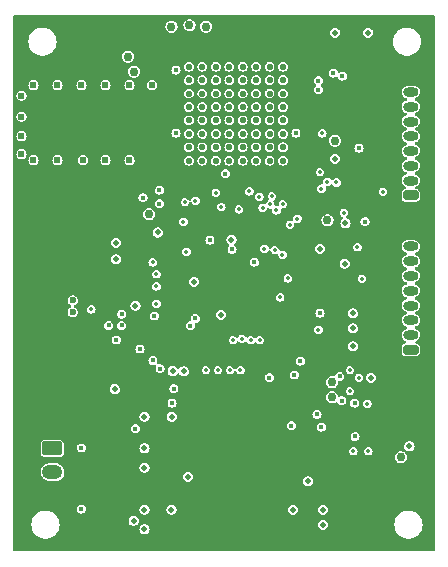
<source format=gbr>
%TF.GenerationSoftware,KiCad,Pcbnew,7.0.9*%
%TF.CreationDate,2024-02-01T14:48:51-08:00*%
%TF.ProjectId,sulu_ads1299,73756c75-5f61-4647-9331-3239392e6b69,rev?*%
%TF.SameCoordinates,Original*%
%TF.FileFunction,Copper,L5,Inr*%
%TF.FilePolarity,Positive*%
%FSLAX46Y46*%
G04 Gerber Fmt 4.6, Leading zero omitted, Abs format (unit mm)*
G04 Created by KiCad (PCBNEW 7.0.9) date 2024-02-01 14:48:51*
%MOMM*%
%LPD*%
G01*
G04 APERTURE LIST*
G04 Aperture macros list*
%AMRoundRect*
0 Rectangle with rounded corners*
0 $1 Rounding radius*
0 $2 $3 $4 $5 $6 $7 $8 $9 X,Y pos of 4 corners*
0 Add a 4 corners polygon primitive as box body*
4,1,4,$2,$3,$4,$5,$6,$7,$8,$9,$2,$3,0*
0 Add four circle primitives for the rounded corners*
1,1,$1+$1,$2,$3*
1,1,$1+$1,$4,$5*
1,1,$1+$1,$6,$7*
1,1,$1+$1,$8,$9*
0 Add four rect primitives between the rounded corners*
20,1,$1+$1,$2,$3,$4,$5,0*
20,1,$1+$1,$4,$5,$6,$7,0*
20,1,$1+$1,$6,$7,$8,$9,0*
20,1,$1+$1,$8,$9,$2,$3,0*%
G04 Aperture macros list end*
%TA.AperFunction,ComponentPad*%
%ADD10C,0.762000*%
%TD*%
%TA.AperFunction,ComponentPad*%
%ADD11RoundRect,0.250000X-0.625000X0.350000X-0.625000X-0.350000X0.625000X-0.350000X0.625000X0.350000X0*%
%TD*%
%TA.AperFunction,ComponentPad*%
%ADD12O,1.750000X1.200000*%
%TD*%
%TA.AperFunction,ComponentPad*%
%ADD13RoundRect,0.200000X0.450000X-0.200000X0.450000X0.200000X-0.450000X0.200000X-0.450000X-0.200000X0*%
%TD*%
%TA.AperFunction,ComponentPad*%
%ADD14O,1.300000X0.800000*%
%TD*%
%TA.AperFunction,ComponentPad*%
%ADD15C,0.568750*%
%TD*%
%TA.AperFunction,ComponentPad*%
%ADD16C,0.600000*%
%TD*%
%TA.AperFunction,ViaPad*%
%ADD17C,0.609600*%
%TD*%
%TA.AperFunction,ViaPad*%
%ADD18C,0.500000*%
%TD*%
%TA.AperFunction,ViaPad*%
%ADD19C,0.350000*%
%TD*%
%TA.AperFunction,ViaPad*%
%ADD20C,0.400000*%
%TD*%
G04 APERTURE END LIST*
D10*
%TO.N,Net-(J11-pin)*%
%TO.C,J11*%
X94996000Y-55880000D03*
%TD*%
%TO.N,Net-(J8-pin)*%
%TO.C,J8*%
X94488000Y-54610000D03*
%TD*%
D11*
%TO.N,+EXT_BAT*%
%TO.C,J2*%
X88087200Y-87782400D03*
D12*
%TO.N,GND*%
X88087200Y-89782400D03*
%TD*%
D13*
%TO.N,+EXT_BAT*%
%TO.C,J1*%
X118433000Y-66351000D03*
D14*
%TO.N,/HARD_RESET*%
X118433000Y-65101000D03*
%TO.N,/3WB_DATA*%
X118433000Y-63851000D03*
%TO.N,/3WB_ENB*%
X118433000Y-62601000D03*
%TO.N,/3WB_CLK*%
X118433000Y-61351000D03*
%TO.N,/RsRx*%
X118433000Y-60101000D03*
%TO.N,/RsTx*%
X118433000Y-58851000D03*
%TO.N,GND*%
X118433000Y-57601000D03*
%TD*%
D10*
%TO.N,Net-(U4-CLK)*%
%TO.C,TP3*%
X111379000Y-68453000D03*
%TD*%
%TO.N,Net-(J20-pin)*%
%TO.C,J20*%
X96266000Y-67945000D03*
%TD*%
D15*
%TO.N,GND*%
%TO.C,U5*%
X99650750Y-55454750D03*
X99650750Y-56592250D03*
X99650750Y-57729750D03*
X99650750Y-58867250D03*
X99650750Y-60004750D03*
X99650750Y-61142250D03*
X99650750Y-62279750D03*
X99650750Y-63417250D03*
X100788250Y-55454750D03*
X100788250Y-56592250D03*
X100788250Y-57729750D03*
X100788250Y-58867250D03*
X100788250Y-60004750D03*
X100788250Y-61142250D03*
X100788250Y-62279750D03*
X100788250Y-63417250D03*
X101925750Y-55454750D03*
X101925750Y-56592250D03*
X101925750Y-57729750D03*
X101925750Y-58867250D03*
X101925750Y-60004750D03*
X101925750Y-61142250D03*
X101925750Y-62279750D03*
X101925750Y-63417250D03*
X103063250Y-55454750D03*
X103063250Y-56592250D03*
X103063250Y-57729750D03*
X103063250Y-58867250D03*
X103063250Y-60004750D03*
X103063250Y-61142250D03*
X103063250Y-62279750D03*
X103063250Y-63417250D03*
X104200750Y-55454750D03*
X104200750Y-56592250D03*
X104200750Y-57729750D03*
X104200750Y-58867250D03*
X104200750Y-60004750D03*
X104200750Y-61142250D03*
X104200750Y-62279750D03*
X104200750Y-63417250D03*
X105338250Y-55454750D03*
X105338250Y-56592250D03*
X105338250Y-57729750D03*
X105338250Y-58867250D03*
X105338250Y-60004750D03*
X105338250Y-61142250D03*
X105338250Y-62279750D03*
X105338250Y-63417250D03*
X106475750Y-55454750D03*
X106475750Y-56592250D03*
X106475750Y-57729750D03*
X106475750Y-58867250D03*
X106475750Y-60004750D03*
X106475750Y-61142250D03*
X106475750Y-62279750D03*
X106475750Y-63417250D03*
X107613250Y-55454750D03*
X107613250Y-56592250D03*
X107613250Y-57729750D03*
X107613250Y-58867250D03*
X107613250Y-60004750D03*
X107613250Y-61142250D03*
X107613250Y-62279750D03*
X107613250Y-63417250D03*
%TD*%
D10*
%TO.N,Net-(J4-pin)*%
%TO.C,J4*%
X98171000Y-52070000D03*
%TD*%
%TO.N,/ADS_IN1N_CONN*%
%TO.C,TP2*%
X111760000Y-82169000D03*
%TD*%
%TO.N,Net-(J5-pin)*%
%TO.C,J5*%
X99695000Y-51943000D03*
%TD*%
%TO.N,Net-(J6-pin)*%
%TO.C,J6*%
X101092000Y-52070000D03*
%TD*%
%TO.N,/SCUM_GPIO5*%
%TO.C,TP4*%
X117576600Y-88519000D03*
%TD*%
D16*
%TO.N,GND*%
%TO.C,U3*%
X89804200Y-75246800D03*
X89804200Y-76246800D03*
%TD*%
D10*
%TO.N,Net-(J16-pin)*%
%TO.C,J16*%
X112014000Y-61722000D03*
%TD*%
D13*
%TO.N,/SCUM_GPIO0*%
%TO.C,J7*%
X118433000Y-79432000D03*
D14*
%TO.N,/SCUM_GPIO3*%
X118433000Y-78182000D03*
%TO.N,/SCUM_GPIO11*%
X118433000Y-76932000D03*
%TO.N,/SCUM_GPIO12*%
X118433000Y-75682000D03*
%TO.N,/SCUM_GPIO13*%
X118433000Y-74432000D03*
%TO.N,/SCUM_GPIO14*%
X118433000Y-73182000D03*
%TO.N,/+1.8V_SCUM*%
X118433000Y-71932000D03*
%TO.N,/+1.8V_ADS*%
X118433000Y-70682000D03*
%TD*%
D10*
%TO.N,/ADS_IN1P_CONN*%
%TO.C,TP1*%
X111760000Y-83439000D03*
%TD*%
D17*
%TO.N,GND*%
X96520000Y-57023000D03*
D18*
X113538000Y-76327000D03*
X113538000Y-77597000D03*
D17*
X88519000Y-57023000D03*
X86487000Y-57023000D03*
X85471000Y-61341000D03*
D18*
X98196400Y-85090000D03*
X103251000Y-70104000D03*
X100076000Y-73660000D03*
X112014000Y-52578000D03*
X108458000Y-92964000D03*
X95885000Y-85090000D03*
X98171000Y-92964000D03*
D17*
X85471000Y-62865000D03*
D18*
X102362000Y-76454000D03*
D17*
X90678000Y-63373000D03*
D18*
X98272600Y-81229200D03*
X95885000Y-94615000D03*
X110998000Y-94234000D03*
D17*
X85471000Y-59690000D03*
X92583000Y-57023000D03*
D18*
X93472000Y-71755000D03*
X110744000Y-70866000D03*
D17*
X92583000Y-63373000D03*
X86487000Y-63373000D03*
X88519000Y-63373000D03*
D18*
X95123000Y-75692000D03*
X112903000Y-68707000D03*
D17*
X94615000Y-63373000D03*
D18*
X99212400Y-81254600D03*
D17*
X94615000Y-57023000D03*
D18*
X113538000Y-79121000D03*
X109728000Y-90551000D03*
D19*
X110947200Y-61112400D03*
D18*
X95885000Y-89408000D03*
X95885000Y-92964000D03*
D17*
X90551000Y-57023000D03*
D18*
X112014000Y-63246000D03*
X95885000Y-87757000D03*
X93472000Y-70358000D03*
X112842000Y-72136000D03*
X110998000Y-92964000D03*
X114808000Y-52578000D03*
D17*
X85471000Y-57912000D03*
D18*
%TO.N,+EXT_BAT*%
X93373500Y-82753200D03*
D19*
%TO.N,+5V_REG*%
X96901000Y-74066400D03*
X96901000Y-73025000D03*
D20*
X93497400Y-78590200D03*
D19*
X96901000Y-75539600D03*
D20*
X110744000Y-76327000D03*
D18*
X118313200Y-87604600D03*
D19*
X96570800Y-72034400D03*
X91389200Y-75996800D03*
D20*
%TO.N,/+1.8V_SCUM*%
X98552000Y-55753000D03*
X102743000Y-64516000D03*
X95758000Y-66548000D03*
X114554000Y-68580000D03*
X108712000Y-61087000D03*
X98552000Y-61087000D03*
D18*
%TO.N,/+1.8V_ADS*%
X97000000Y-69497000D03*
X115064000Y-81788000D03*
%TO.N,/EXT_BAT_SW*%
X85750400Y-82778600D03*
D20*
X91998800Y-75031600D03*
D19*
X91897200Y-76606400D03*
D20*
X86004400Y-73431400D03*
X87579200Y-74498200D03*
X87655400Y-77139800D03*
X85725000Y-70510400D03*
X85725000Y-63881000D03*
%TO.N,/ADS_IN2N*%
X95504000Y-79354300D03*
X96596200Y-80314800D03*
%TO.N,/ADS_IN1N*%
X106454000Y-81788000D03*
X99771200Y-77393800D03*
X108585000Y-81557000D03*
X93954600Y-77361300D03*
%TO.N,/ADS_IN1P*%
X93954600Y-76391300D03*
X100177600Y-76758800D03*
X92862400Y-77361300D03*
D19*
%TO.N,/ADS_IN4N*%
X101092000Y-81153000D03*
X103378000Y-78613000D03*
%TO.N,/ADS_IN4P*%
X102108000Y-81153000D03*
X104140000Y-78486000D03*
%TO.N,/ADS_IN3N*%
X104902000Y-78613000D03*
X103124000Y-81153000D03*
%TO.N,/ADS_IN3P*%
X104013000Y-81153000D03*
X105664000Y-78613000D03*
%TO.N,/~{ADS_PWDN}*%
X113919000Y-70739000D03*
X113563400Y-88011000D03*
X114044000Y-81788000D03*
X107569000Y-71374000D03*
D20*
%TO.N,/HARD_RESET*%
X114046000Y-62357000D03*
D19*
%TO.N,/3WB_DATA*%
X116078000Y-66040000D03*
X112776000Y-67818000D03*
%TO.N,/3WB_ENB*%
X110871000Y-65786000D03*
X108839000Y-68326000D03*
%TO.N,/3WB_CLK*%
X108204000Y-68834000D03*
X112140074Y-65261531D03*
%TO.N,/RsRx*%
X111379000Y-65187818D03*
X107605220Y-67100211D03*
%TO.N,/RsTx*%
X110744000Y-64389000D03*
X106680000Y-66421000D03*
D18*
%TO.N,/ADS_IN4P_CONN*%
X99568000Y-90170000D03*
X94970600Y-93903800D03*
D20*
%TO.N,Net-(U5-AUX_LDO_OUTPUT)*%
X110617000Y-57404000D03*
X112649000Y-56261000D03*
%TO.N,Net-(J20-pin)*%
X97155000Y-65913000D03*
%TO.N,/SCUM_GPIO0*%
X97155000Y-67056000D03*
%TO.N,/SCUM_GPIO1*%
X90525600Y-92913200D03*
X98221800Y-83947000D03*
X98374200Y-82727800D03*
D19*
X99441000Y-71120000D03*
X99187000Y-68580000D03*
D20*
X110490000Y-84886800D03*
D19*
X99314000Y-66929000D03*
D20*
%TO.N,/SCUM_GPIO2*%
X109093000Y-80391000D03*
X90525600Y-87731600D03*
D19*
X100203000Y-66802000D03*
X110617000Y-77724000D03*
D20*
X110871000Y-85979000D03*
%TO.N,/SCUM_GPIO3*%
X101422200Y-70129400D03*
D19*
%TO.N,/SCUM_GPIO5*%
X114833400Y-88011000D03*
X113284000Y-82931000D03*
X101930200Y-66116200D03*
X114300000Y-73406000D03*
X114757200Y-83997800D03*
X106934000Y-70993000D03*
X113284000Y-81153000D03*
X105882000Y-67401000D03*
%TO.N,/SCUM_GPIO11*%
X107365800Y-74980800D03*
%TO.N,/SCUM_GPIO12*%
X108026200Y-73380600D03*
X107061000Y-67614800D03*
X104775000Y-66014600D03*
D20*
%TO.N,/SCUM_GPIO13*%
X103301800Y-70916800D03*
D19*
X102387400Y-67335400D03*
X105613200Y-66471800D03*
D20*
%TO.N,/SCUM_GPIO14*%
X105181400Y-72009000D03*
D19*
X103886000Y-67538600D03*
X106527600Y-67106800D03*
D20*
%TO.N,/SELF_TEST_P*%
X112420400Y-81686400D03*
X113690400Y-83947000D03*
%TO.N,/SELF_TEST_N*%
X113715800Y-86766400D03*
X112598200Y-83743800D03*
%TO.N,Net-(U5-VDDD_DISABLE)*%
X110617000Y-56642000D03*
X111887000Y-56007000D03*
D19*
%TO.N,Net-(U4-CLK)*%
X106045000Y-70866000D03*
D20*
%TO.N,/ADS1299/BIASINV*%
X96723200Y-76555600D03*
X97205800Y-81026000D03*
%TO.N,/ADS_BIAS_ELEC*%
X95123000Y-86106000D03*
X108331000Y-85852000D03*
%TD*%
%TA.AperFunction,Conductor*%
%TO.N,/EXT_BAT_SW*%
G36*
X120419539Y-51120185D02*
G01*
X120465294Y-51172989D01*
X120476500Y-51224500D01*
X120476500Y-96349500D01*
X120456815Y-96416539D01*
X120404011Y-96462294D01*
X120352500Y-96473500D01*
X84879500Y-96473500D01*
X84812461Y-96453815D01*
X84766706Y-96401011D01*
X84755500Y-96349500D01*
X84755500Y-94234000D01*
X86308404Y-94234000D01*
X86328743Y-94453501D01*
X86328743Y-94453503D01*
X86328744Y-94453506D01*
X86384689Y-94650132D01*
X86389073Y-94665541D01*
X86487330Y-94862868D01*
X86487335Y-94862876D01*
X86620184Y-95038796D01*
X86783094Y-95187307D01*
X86783096Y-95187309D01*
X86970519Y-95303356D01*
X86970525Y-95303359D01*
X86993670Y-95312325D01*
X87176083Y-95382993D01*
X87392777Y-95423500D01*
X87392779Y-95423500D01*
X87613221Y-95423500D01*
X87613223Y-95423500D01*
X87829917Y-95382993D01*
X88035477Y-95303358D01*
X88222905Y-95187308D01*
X88385817Y-95038794D01*
X88518666Y-94862874D01*
X88616928Y-94665538D01*
X88631307Y-94615000D01*
X95451083Y-94615000D01*
X95468659Y-94737247D01*
X95468660Y-94737249D01*
X95519963Y-94849589D01*
X95519966Y-94849593D01*
X95600845Y-94942933D01*
X95600847Y-94942934D01*
X95600849Y-94942936D01*
X95704741Y-95009704D01*
X95704746Y-95009706D01*
X95823244Y-95044499D01*
X95823246Y-95044500D01*
X95823247Y-95044500D01*
X95946754Y-95044500D01*
X95946754Y-95044499D01*
X96065256Y-95009705D01*
X96169155Y-94942933D01*
X96250034Y-94849593D01*
X96301340Y-94737249D01*
X96318917Y-94615000D01*
X96301340Y-94492751D01*
X96277581Y-94440727D01*
X96250036Y-94380410D01*
X96250033Y-94380406D01*
X96229099Y-94356247D01*
X96169155Y-94287067D01*
X96169152Y-94287065D01*
X96169150Y-94287063D01*
X96086583Y-94234000D01*
X110564083Y-94234000D01*
X110581659Y-94356247D01*
X110581660Y-94356249D01*
X110632963Y-94468589D01*
X110632966Y-94468593D01*
X110713845Y-94561933D01*
X110713847Y-94561934D01*
X110713849Y-94561936D01*
X110817741Y-94628704D01*
X110817746Y-94628706D01*
X110936244Y-94663499D01*
X110936246Y-94663500D01*
X110936247Y-94663500D01*
X111059754Y-94663500D01*
X111059754Y-94663499D01*
X111178256Y-94628705D01*
X111199582Y-94615000D01*
X111282150Y-94561936D01*
X111282149Y-94561936D01*
X111282155Y-94561933D01*
X111363034Y-94468593D01*
X111414340Y-94356249D01*
X111431917Y-94234000D01*
X117042404Y-94234000D01*
X117062743Y-94453501D01*
X117062743Y-94453503D01*
X117062744Y-94453506D01*
X117118689Y-94650132D01*
X117123073Y-94665541D01*
X117221330Y-94862868D01*
X117221335Y-94862876D01*
X117354184Y-95038796D01*
X117517094Y-95187307D01*
X117517096Y-95187309D01*
X117704519Y-95303356D01*
X117704525Y-95303359D01*
X117727670Y-95312325D01*
X117910083Y-95382993D01*
X118126777Y-95423500D01*
X118126779Y-95423500D01*
X118347221Y-95423500D01*
X118347223Y-95423500D01*
X118563917Y-95382993D01*
X118769477Y-95303358D01*
X118956905Y-95187308D01*
X119119817Y-95038794D01*
X119252666Y-94862874D01*
X119350928Y-94665538D01*
X119411256Y-94453506D01*
X119431596Y-94234000D01*
X119411256Y-94014494D01*
X119350928Y-93802462D01*
X119284575Y-93669207D01*
X119252669Y-93605131D01*
X119252664Y-93605123D01*
X119119815Y-93429203D01*
X118956905Y-93280692D01*
X118956903Y-93280690D01*
X118769480Y-93164643D01*
X118769474Y-93164640D01*
X118683366Y-93131282D01*
X118563917Y-93085007D01*
X118347223Y-93044500D01*
X118126777Y-93044500D01*
X117910083Y-93085007D01*
X117860701Y-93104137D01*
X117704525Y-93164640D01*
X117704519Y-93164643D01*
X117517096Y-93280690D01*
X117517094Y-93280692D01*
X117354184Y-93429203D01*
X117221335Y-93605123D01*
X117221330Y-93605131D01*
X117123073Y-93802458D01*
X117062743Y-94014498D01*
X117042404Y-94233999D01*
X117042404Y-94234000D01*
X111431917Y-94234000D01*
X111414340Y-94111751D01*
X111369926Y-94014498D01*
X111363036Y-93999410D01*
X111363033Y-93999406D01*
X111282155Y-93906067D01*
X111282152Y-93906065D01*
X111282150Y-93906063D01*
X111178258Y-93839295D01*
X111178253Y-93839293D01*
X111059755Y-93804500D01*
X111059753Y-93804500D01*
X110936247Y-93804500D01*
X110936244Y-93804500D01*
X110817746Y-93839293D01*
X110817741Y-93839295D01*
X110713849Y-93906063D01*
X110713847Y-93906065D01*
X110632966Y-93999406D01*
X110632963Y-93999410D01*
X110581660Y-94111750D01*
X110581659Y-94111752D01*
X110564083Y-94234000D01*
X96086583Y-94234000D01*
X96065258Y-94220295D01*
X96065253Y-94220293D01*
X95946755Y-94185500D01*
X95946753Y-94185500D01*
X95823247Y-94185500D01*
X95823244Y-94185500D01*
X95704746Y-94220293D01*
X95704741Y-94220295D01*
X95600849Y-94287063D01*
X95600847Y-94287065D01*
X95519966Y-94380406D01*
X95519963Y-94380410D01*
X95468660Y-94492750D01*
X95468659Y-94492752D01*
X95451083Y-94615000D01*
X88631307Y-94615000D01*
X88677256Y-94453506D01*
X88697596Y-94234000D01*
X88677256Y-94014494D01*
X88645761Y-93903800D01*
X94536683Y-93903800D01*
X94554259Y-94026047D01*
X94554260Y-94026049D01*
X94605563Y-94138389D01*
X94605566Y-94138393D01*
X94686445Y-94231733D01*
X94686447Y-94231734D01*
X94686449Y-94231736D01*
X94790341Y-94298504D01*
X94790346Y-94298506D01*
X94908844Y-94333299D01*
X94908846Y-94333300D01*
X94908847Y-94333300D01*
X95032354Y-94333300D01*
X95032354Y-94333299D01*
X95150856Y-94298505D01*
X95254755Y-94231733D01*
X95335634Y-94138393D01*
X95386940Y-94026049D01*
X95404517Y-93903800D01*
X95386940Y-93781551D01*
X95360814Y-93724344D01*
X95335636Y-93669210D01*
X95335633Y-93669206D01*
X95332468Y-93665553D01*
X95254755Y-93575867D01*
X95254752Y-93575865D01*
X95254750Y-93575863D01*
X95150858Y-93509095D01*
X95150853Y-93509093D01*
X95032355Y-93474300D01*
X95032353Y-93474300D01*
X94908847Y-93474300D01*
X94908844Y-93474300D01*
X94790346Y-93509093D01*
X94790341Y-93509095D01*
X94686449Y-93575863D01*
X94686447Y-93575865D01*
X94605566Y-93669206D01*
X94605563Y-93669210D01*
X94554260Y-93781550D01*
X94554259Y-93781552D01*
X94536683Y-93903800D01*
X88645761Y-93903800D01*
X88616928Y-93802462D01*
X88550575Y-93669207D01*
X88518669Y-93605131D01*
X88518664Y-93605123D01*
X88385815Y-93429203D01*
X88222905Y-93280692D01*
X88222903Y-93280690D01*
X88035480Y-93164643D01*
X88035474Y-93164640D01*
X87949366Y-93131282D01*
X87829917Y-93085007D01*
X87613223Y-93044500D01*
X87392777Y-93044500D01*
X87176083Y-93085007D01*
X87126701Y-93104137D01*
X86970525Y-93164640D01*
X86970519Y-93164643D01*
X86783096Y-93280690D01*
X86783094Y-93280692D01*
X86620184Y-93429203D01*
X86487335Y-93605123D01*
X86487330Y-93605131D01*
X86389073Y-93802458D01*
X86328743Y-94014498D01*
X86308404Y-94233999D01*
X86308404Y-94234000D01*
X84755500Y-94234000D01*
X84755500Y-92913202D01*
X90141369Y-92913202D01*
X90160173Y-93031931D01*
X90177659Y-93066248D01*
X90214751Y-93139045D01*
X90214753Y-93139047D01*
X90214755Y-93139050D01*
X90299749Y-93224044D01*
X90299751Y-93224045D01*
X90299755Y-93224049D01*
X90406866Y-93278625D01*
X90406868Y-93278626D01*
X90525598Y-93297431D01*
X90525600Y-93297431D01*
X90525602Y-93297431D01*
X90644331Y-93278626D01*
X90644332Y-93278625D01*
X90644334Y-93278625D01*
X90751445Y-93224049D01*
X90836449Y-93139045D01*
X90891025Y-93031934D01*
X90891025Y-93031932D01*
X90891026Y-93031931D01*
X90901785Y-92964000D01*
X95451083Y-92964000D01*
X95468659Y-93086247D01*
X95468660Y-93086249D01*
X95519963Y-93198589D01*
X95519966Y-93198593D01*
X95600845Y-93291933D01*
X95600847Y-93291934D01*
X95600849Y-93291936D01*
X95704741Y-93358704D01*
X95704746Y-93358706D01*
X95823244Y-93393499D01*
X95823246Y-93393500D01*
X95823247Y-93393500D01*
X95946754Y-93393500D01*
X95946754Y-93393499D01*
X96065256Y-93358705D01*
X96169155Y-93291933D01*
X96250034Y-93198593D01*
X96301340Y-93086249D01*
X96318917Y-92964000D01*
X97737083Y-92964000D01*
X97754659Y-93086247D01*
X97754660Y-93086249D01*
X97805963Y-93198589D01*
X97805966Y-93198593D01*
X97886845Y-93291933D01*
X97886847Y-93291934D01*
X97886849Y-93291936D01*
X97990741Y-93358704D01*
X97990746Y-93358706D01*
X98109244Y-93393499D01*
X98109246Y-93393500D01*
X98109247Y-93393500D01*
X98232754Y-93393500D01*
X98232754Y-93393499D01*
X98351256Y-93358705D01*
X98455155Y-93291933D01*
X98536034Y-93198593D01*
X98587340Y-93086249D01*
X98604917Y-92964000D01*
X108024083Y-92964000D01*
X108041659Y-93086247D01*
X108041660Y-93086249D01*
X108092963Y-93198589D01*
X108092966Y-93198593D01*
X108173845Y-93291933D01*
X108173847Y-93291934D01*
X108173849Y-93291936D01*
X108277741Y-93358704D01*
X108277746Y-93358706D01*
X108396244Y-93393499D01*
X108396246Y-93393500D01*
X108396247Y-93393500D01*
X108519754Y-93393500D01*
X108519754Y-93393499D01*
X108638256Y-93358705D01*
X108742155Y-93291933D01*
X108823034Y-93198593D01*
X108874340Y-93086249D01*
X108891917Y-92964000D01*
X110564083Y-92964000D01*
X110581659Y-93086247D01*
X110581660Y-93086249D01*
X110632963Y-93198589D01*
X110632966Y-93198593D01*
X110713845Y-93291933D01*
X110713847Y-93291934D01*
X110713849Y-93291936D01*
X110817741Y-93358704D01*
X110817746Y-93358706D01*
X110936244Y-93393499D01*
X110936246Y-93393500D01*
X110936247Y-93393500D01*
X111059754Y-93393500D01*
X111059754Y-93393499D01*
X111178256Y-93358705D01*
X111282155Y-93291933D01*
X111363034Y-93198593D01*
X111414340Y-93086249D01*
X111431917Y-92964000D01*
X111414340Y-92841751D01*
X111390581Y-92789727D01*
X111363036Y-92729410D01*
X111363033Y-92729406D01*
X111282155Y-92636067D01*
X111282152Y-92636065D01*
X111282150Y-92636063D01*
X111178258Y-92569295D01*
X111178253Y-92569293D01*
X111059755Y-92534500D01*
X111059753Y-92534500D01*
X110936247Y-92534500D01*
X110936244Y-92534500D01*
X110817746Y-92569293D01*
X110817741Y-92569295D01*
X110713849Y-92636063D01*
X110713847Y-92636065D01*
X110632966Y-92729406D01*
X110632963Y-92729410D01*
X110581660Y-92841750D01*
X110581659Y-92841752D01*
X110564083Y-92964000D01*
X108891917Y-92964000D01*
X108874340Y-92841751D01*
X108850581Y-92789727D01*
X108823036Y-92729410D01*
X108823033Y-92729406D01*
X108742155Y-92636067D01*
X108742152Y-92636065D01*
X108742150Y-92636063D01*
X108638258Y-92569295D01*
X108638253Y-92569293D01*
X108519755Y-92534500D01*
X108519753Y-92534500D01*
X108396247Y-92534500D01*
X108396244Y-92534500D01*
X108277746Y-92569293D01*
X108277741Y-92569295D01*
X108173849Y-92636063D01*
X108173847Y-92636065D01*
X108092966Y-92729406D01*
X108092963Y-92729410D01*
X108041660Y-92841750D01*
X108041659Y-92841752D01*
X108024083Y-92964000D01*
X98604917Y-92964000D01*
X98587340Y-92841751D01*
X98563581Y-92789727D01*
X98536036Y-92729410D01*
X98536033Y-92729406D01*
X98455155Y-92636067D01*
X98455152Y-92636065D01*
X98455150Y-92636063D01*
X98351258Y-92569295D01*
X98351253Y-92569293D01*
X98232755Y-92534500D01*
X98232753Y-92534500D01*
X98109247Y-92534500D01*
X98109244Y-92534500D01*
X97990746Y-92569293D01*
X97990741Y-92569295D01*
X97886849Y-92636063D01*
X97886847Y-92636065D01*
X97805966Y-92729406D01*
X97805963Y-92729410D01*
X97754660Y-92841750D01*
X97754659Y-92841752D01*
X97737083Y-92964000D01*
X96318917Y-92964000D01*
X96301340Y-92841751D01*
X96277581Y-92789727D01*
X96250036Y-92729410D01*
X96250033Y-92729406D01*
X96169155Y-92636067D01*
X96169152Y-92636065D01*
X96169150Y-92636063D01*
X96065258Y-92569295D01*
X96065253Y-92569293D01*
X95946755Y-92534500D01*
X95946753Y-92534500D01*
X95823247Y-92534500D01*
X95823244Y-92534500D01*
X95704746Y-92569293D01*
X95704741Y-92569295D01*
X95600849Y-92636063D01*
X95600847Y-92636065D01*
X95519966Y-92729406D01*
X95519963Y-92729410D01*
X95468660Y-92841750D01*
X95468659Y-92841752D01*
X95451083Y-92964000D01*
X90901785Y-92964000D01*
X90909831Y-92913202D01*
X90909831Y-92913197D01*
X90891026Y-92794468D01*
X90891025Y-92794466D01*
X90836449Y-92687355D01*
X90836445Y-92687351D01*
X90836444Y-92687349D01*
X90751450Y-92602355D01*
X90751447Y-92602353D01*
X90751445Y-92602351D01*
X90678648Y-92565259D01*
X90644331Y-92547773D01*
X90525602Y-92528969D01*
X90525598Y-92528969D01*
X90406868Y-92547773D01*
X90335458Y-92584159D01*
X90299755Y-92602351D01*
X90299754Y-92602352D01*
X90299749Y-92602355D01*
X90214755Y-92687349D01*
X90214752Y-92687354D01*
X90160173Y-92794468D01*
X90141369Y-92913197D01*
X90141369Y-92913202D01*
X84755500Y-92913202D01*
X84755500Y-89824988D01*
X87080986Y-89824988D01*
X87110516Y-89992463D01*
X87110517Y-89992466D01*
X87110518Y-89992470D01*
X87177877Y-90148626D01*
X87279433Y-90285040D01*
X87409711Y-90394356D01*
X87561686Y-90470681D01*
X87727167Y-90509900D01*
X87727170Y-90509900D01*
X88404569Y-90509900D01*
X88404576Y-90509900D01*
X88531115Y-90495110D01*
X88690924Y-90436944D01*
X88833012Y-90343492D01*
X88949718Y-90219791D01*
X88978465Y-90170000D01*
X99134083Y-90170000D01*
X99151659Y-90292247D01*
X99151660Y-90292249D01*
X99202963Y-90404589D01*
X99202966Y-90404593D01*
X99283845Y-90497933D01*
X99283847Y-90497934D01*
X99283849Y-90497936D01*
X99387741Y-90564704D01*
X99387746Y-90564706D01*
X99506244Y-90599499D01*
X99506246Y-90599500D01*
X99506247Y-90599500D01*
X99629754Y-90599500D01*
X99629754Y-90599499D01*
X99748256Y-90564705D01*
X99769582Y-90551000D01*
X109294083Y-90551000D01*
X109311659Y-90673247D01*
X109311660Y-90673249D01*
X109362963Y-90785589D01*
X109362966Y-90785593D01*
X109443845Y-90878933D01*
X109443847Y-90878934D01*
X109443849Y-90878936D01*
X109547741Y-90945704D01*
X109547746Y-90945706D01*
X109666244Y-90980499D01*
X109666246Y-90980500D01*
X109666247Y-90980500D01*
X109789754Y-90980500D01*
X109789754Y-90980499D01*
X109908256Y-90945705D01*
X110012155Y-90878933D01*
X110093034Y-90785593D01*
X110144340Y-90673249D01*
X110161917Y-90551000D01*
X110144340Y-90428751D01*
X110120581Y-90376727D01*
X110093036Y-90316410D01*
X110093033Y-90316406D01*
X110072099Y-90292247D01*
X110012155Y-90223067D01*
X110012152Y-90223065D01*
X110012150Y-90223063D01*
X109908258Y-90156295D01*
X109908253Y-90156293D01*
X109789755Y-90121500D01*
X109789753Y-90121500D01*
X109666247Y-90121500D01*
X109666244Y-90121500D01*
X109547746Y-90156293D01*
X109547741Y-90156295D01*
X109443849Y-90223063D01*
X109443847Y-90223065D01*
X109362966Y-90316406D01*
X109362963Y-90316410D01*
X109311660Y-90428750D01*
X109311659Y-90428752D01*
X109294083Y-90551000D01*
X99769582Y-90551000D01*
X99833534Y-90509900D01*
X99852155Y-90497933D01*
X99933034Y-90404593D01*
X99984340Y-90292249D01*
X100001917Y-90170000D01*
X99984340Y-90047751D01*
X99959091Y-89992463D01*
X99933036Y-89935410D01*
X99933033Y-89935406D01*
X99852155Y-89842067D01*
X99852152Y-89842065D01*
X99852150Y-89842063D01*
X99748258Y-89775295D01*
X99748253Y-89775293D01*
X99629755Y-89740500D01*
X99629753Y-89740500D01*
X99506247Y-89740500D01*
X99506244Y-89740500D01*
X99387746Y-89775293D01*
X99387741Y-89775295D01*
X99283849Y-89842063D01*
X99283847Y-89842065D01*
X99202966Y-89935406D01*
X99202963Y-89935410D01*
X99151660Y-90047750D01*
X99151659Y-90047752D01*
X99134083Y-90170000D01*
X88978465Y-90170000D01*
X89034750Y-90072510D01*
X89083525Y-89909589D01*
X89093414Y-89739812D01*
X89063882Y-89572330D01*
X88996523Y-89416174D01*
X88990438Y-89408000D01*
X95451083Y-89408000D01*
X95468659Y-89530247D01*
X95468660Y-89530249D01*
X95519963Y-89642589D01*
X95519966Y-89642593D01*
X95600845Y-89735933D01*
X95600847Y-89735934D01*
X95600849Y-89735936D01*
X95704741Y-89802704D01*
X95704746Y-89802706D01*
X95823244Y-89837499D01*
X95823246Y-89837500D01*
X95823247Y-89837500D01*
X95946754Y-89837500D01*
X95946754Y-89837499D01*
X96065256Y-89802705D01*
X96169155Y-89735933D01*
X96250034Y-89642593D01*
X96301340Y-89530249D01*
X96318917Y-89408000D01*
X96301340Y-89285751D01*
X96271910Y-89221308D01*
X96250036Y-89173410D01*
X96250033Y-89173406D01*
X96169155Y-89080067D01*
X96169152Y-89080065D01*
X96169150Y-89080063D01*
X96065258Y-89013295D01*
X96065253Y-89013293D01*
X95946755Y-88978500D01*
X95946753Y-88978500D01*
X95823247Y-88978500D01*
X95823244Y-88978500D01*
X95704746Y-89013293D01*
X95704741Y-89013295D01*
X95600849Y-89080063D01*
X95600847Y-89080065D01*
X95519966Y-89173406D01*
X95519963Y-89173410D01*
X95468660Y-89285750D01*
X95468659Y-89285752D01*
X95451083Y-89408000D01*
X88990438Y-89408000D01*
X88894967Y-89279760D01*
X88825306Y-89221308D01*
X88764689Y-89170444D01*
X88764687Y-89170443D01*
X88612717Y-89094120D01*
X88612715Y-89094119D01*
X88612714Y-89094119D01*
X88447233Y-89054900D01*
X87769824Y-89054900D01*
X87659102Y-89067841D01*
X87643284Y-89069690D01*
X87483477Y-89127855D01*
X87341386Y-89221309D01*
X87224684Y-89345005D01*
X87139651Y-89492287D01*
X87090875Y-89655209D01*
X87090874Y-89655215D01*
X87080986Y-89824987D01*
X87080986Y-89824988D01*
X84755500Y-89824988D01*
X84755500Y-88519000D01*
X117062871Y-88519000D01*
X117083680Y-88663734D01*
X117144423Y-88796741D01*
X117144424Y-88796743D01*
X117240179Y-88907250D01*
X117240181Y-88907251D01*
X117240180Y-88907251D01*
X117342555Y-88973043D01*
X117363189Y-88986304D01*
X117474327Y-89018937D01*
X117503488Y-89027500D01*
X117503489Y-89027500D01*
X117649712Y-89027500D01*
X117673854Y-89020410D01*
X117790011Y-88986304D01*
X117913021Y-88907250D01*
X118008776Y-88796743D01*
X118069519Y-88663734D01*
X118090329Y-88519000D01*
X118069519Y-88374266D01*
X118059511Y-88352352D01*
X118036230Y-88301373D01*
X118008776Y-88241257D01*
X117944397Y-88166960D01*
X117915373Y-88103405D01*
X117916158Y-88097940D01*
X117903955Y-88101524D01*
X117836916Y-88081840D01*
X117825323Y-88074390D01*
X117790011Y-88051696D01*
X117690908Y-88022596D01*
X117649712Y-88010500D01*
X117649711Y-88010500D01*
X117503489Y-88010500D01*
X117503488Y-88010500D01*
X117363186Y-88051697D01*
X117240180Y-88130748D01*
X117144424Y-88241257D01*
X117144423Y-88241258D01*
X117083680Y-88374265D01*
X117062871Y-88519000D01*
X84755500Y-88519000D01*
X84755500Y-88168220D01*
X87084700Y-88168220D01*
X87084701Y-88168226D01*
X87095340Y-88241257D01*
X87095391Y-88241603D01*
X87150725Y-88354792D01*
X87239807Y-88443874D01*
X87239808Y-88443874D01*
X87239810Y-88443876D01*
X87352996Y-88499209D01*
X87426373Y-88509900D01*
X88748026Y-88509899D01*
X88821404Y-88499209D01*
X88934590Y-88443876D01*
X89023676Y-88354790D01*
X89079009Y-88241604D01*
X89089700Y-88168227D01*
X89089699Y-87731602D01*
X90141369Y-87731602D01*
X90160173Y-87850331D01*
X90160175Y-87850334D01*
X90214751Y-87957445D01*
X90214753Y-87957447D01*
X90214755Y-87957450D01*
X90299749Y-88042444D01*
X90299751Y-88042445D01*
X90299755Y-88042449D01*
X90406866Y-88097025D01*
X90406868Y-88097026D01*
X90525598Y-88115831D01*
X90525600Y-88115831D01*
X90525602Y-88115831D01*
X90644331Y-88097026D01*
X90644332Y-88097025D01*
X90644334Y-88097025D01*
X90751445Y-88042449D01*
X90836449Y-87957445D01*
X90891025Y-87850334D01*
X90891025Y-87850332D01*
X90891026Y-87850331D01*
X90905808Y-87757000D01*
X95451083Y-87757000D01*
X95468659Y-87879247D01*
X95468660Y-87879249D01*
X95519963Y-87991589D01*
X95519966Y-87991593D01*
X95600845Y-88084933D01*
X95600847Y-88084934D01*
X95600849Y-88084936D01*
X95704741Y-88151704D01*
X95704746Y-88151706D01*
X95823244Y-88186499D01*
X95823246Y-88186500D01*
X95823247Y-88186500D01*
X95946754Y-88186500D01*
X95946754Y-88186499D01*
X96065256Y-88151705D01*
X96169155Y-88084933D01*
X96233216Y-88011002D01*
X113204481Y-88011002D01*
X113222046Y-88121909D01*
X113273026Y-88221965D01*
X113352434Y-88301373D01*
X113452490Y-88352353D01*
X113563398Y-88369919D01*
X113563400Y-88369919D01*
X113563402Y-88369919D01*
X113674309Y-88352353D01*
X113674310Y-88352352D01*
X113674312Y-88352352D01*
X113774367Y-88301372D01*
X113853772Y-88221967D01*
X113904752Y-88121912D01*
X113904752Y-88121910D01*
X113904753Y-88121909D01*
X113922319Y-88011002D01*
X114474481Y-88011002D01*
X114492046Y-88121909D01*
X114543026Y-88221965D01*
X114622434Y-88301373D01*
X114722490Y-88352353D01*
X114833398Y-88369919D01*
X114833400Y-88369919D01*
X114833402Y-88369919D01*
X114944309Y-88352353D01*
X114944310Y-88352352D01*
X114944312Y-88352352D01*
X115044367Y-88301372D01*
X115123772Y-88221967D01*
X115174752Y-88121912D01*
X115174752Y-88121910D01*
X115174753Y-88121909D01*
X115192319Y-88011002D01*
X115192319Y-88010997D01*
X115174753Y-87900090D01*
X115123773Y-87800034D01*
X115044365Y-87720626D01*
X114944309Y-87669646D01*
X114833402Y-87652081D01*
X114833398Y-87652081D01*
X114722490Y-87669646D01*
X114622434Y-87720626D01*
X114543026Y-87800034D01*
X114492046Y-87900090D01*
X114474481Y-88010997D01*
X114474481Y-88011002D01*
X113922319Y-88011002D01*
X113922319Y-88010997D01*
X113904753Y-87900090D01*
X113853773Y-87800034D01*
X113774365Y-87720626D01*
X113674309Y-87669646D01*
X113563402Y-87652081D01*
X113563398Y-87652081D01*
X113452490Y-87669646D01*
X113352434Y-87720626D01*
X113273026Y-87800034D01*
X113222046Y-87900090D01*
X113204481Y-88010997D01*
X113204481Y-88011002D01*
X96233216Y-88011002D01*
X96250034Y-87991593D01*
X96301340Y-87879249D01*
X96318917Y-87757000D01*
X96301340Y-87634751D01*
X96287570Y-87604600D01*
X117879283Y-87604600D01*
X117896859Y-87726847D01*
X117896860Y-87726849D01*
X117948163Y-87839189D01*
X117948165Y-87839191D01*
X117948166Y-87839193D01*
X117997668Y-87896322D01*
X118026693Y-87959877D01*
X118025907Y-87965341D01*
X118038111Y-87961758D01*
X118105150Y-87981443D01*
X118132944Y-87999305D01*
X118132946Y-87999305D01*
X118132947Y-87999306D01*
X118251444Y-88034099D01*
X118251446Y-88034100D01*
X118251447Y-88034100D01*
X118374954Y-88034100D01*
X118374954Y-88034099D01*
X118493456Y-87999305D01*
X118505463Y-87991589D01*
X118597350Y-87932536D01*
X118597349Y-87932536D01*
X118597355Y-87932533D01*
X118678234Y-87839193D01*
X118729540Y-87726849D01*
X118747117Y-87604600D01*
X118729540Y-87482351D01*
X118690367Y-87396574D01*
X118678236Y-87370010D01*
X118678233Y-87370006D01*
X118597355Y-87276667D01*
X118597352Y-87276665D01*
X118597350Y-87276663D01*
X118493458Y-87209895D01*
X118493453Y-87209893D01*
X118374955Y-87175100D01*
X118374953Y-87175100D01*
X118251447Y-87175100D01*
X118251444Y-87175100D01*
X118132946Y-87209893D01*
X118132941Y-87209895D01*
X118029049Y-87276663D01*
X118029047Y-87276665D01*
X117948166Y-87370006D01*
X117948163Y-87370010D01*
X117896860Y-87482350D01*
X117896859Y-87482352D01*
X117879283Y-87604600D01*
X96287570Y-87604600D01*
X96277581Y-87582727D01*
X96250036Y-87522410D01*
X96250033Y-87522406D01*
X96215326Y-87482352D01*
X96169155Y-87429067D01*
X96169152Y-87429065D01*
X96169150Y-87429063D01*
X96065258Y-87362295D01*
X96065253Y-87362293D01*
X95946755Y-87327500D01*
X95946753Y-87327500D01*
X95823247Y-87327500D01*
X95823244Y-87327500D01*
X95704746Y-87362293D01*
X95704741Y-87362295D01*
X95600849Y-87429063D01*
X95600847Y-87429065D01*
X95519966Y-87522406D01*
X95519963Y-87522410D01*
X95468660Y-87634750D01*
X95468659Y-87634752D01*
X95451083Y-87757000D01*
X90905808Y-87757000D01*
X90909831Y-87731602D01*
X90909831Y-87731597D01*
X90891026Y-87612868D01*
X90886813Y-87604600D01*
X90836449Y-87505755D01*
X90836445Y-87505751D01*
X90836444Y-87505749D01*
X90751450Y-87420755D01*
X90751447Y-87420753D01*
X90751445Y-87420751D01*
X90651853Y-87370006D01*
X90644331Y-87366173D01*
X90525602Y-87347369D01*
X90525598Y-87347369D01*
X90406868Y-87366173D01*
X90347205Y-87396574D01*
X90299755Y-87420751D01*
X90299754Y-87420752D01*
X90299749Y-87420755D01*
X90214755Y-87505749D01*
X90214752Y-87505754D01*
X90214751Y-87505755D01*
X90206265Y-87522410D01*
X90160173Y-87612868D01*
X90141369Y-87731597D01*
X90141369Y-87731602D01*
X89089699Y-87731602D01*
X89089699Y-87396574D01*
X89079009Y-87323196D01*
X89023676Y-87210010D01*
X89023674Y-87210008D01*
X89023674Y-87210007D01*
X88934592Y-87120925D01*
X88821402Y-87065590D01*
X88748027Y-87054900D01*
X87426374Y-87054900D01*
X87352995Y-87065591D01*
X87239807Y-87120925D01*
X87150725Y-87210007D01*
X87095390Y-87323197D01*
X87084700Y-87396572D01*
X87084700Y-88168220D01*
X84755500Y-88168220D01*
X84755500Y-86766402D01*
X113331569Y-86766402D01*
X113350373Y-86885131D01*
X113350375Y-86885134D01*
X113404951Y-86992245D01*
X113404953Y-86992247D01*
X113404955Y-86992250D01*
X113489949Y-87077244D01*
X113489951Y-87077245D01*
X113489955Y-87077249D01*
X113575672Y-87120924D01*
X113597068Y-87131826D01*
X113715798Y-87150631D01*
X113715800Y-87150631D01*
X113715802Y-87150631D01*
X113834531Y-87131826D01*
X113834532Y-87131825D01*
X113834534Y-87131825D01*
X113941645Y-87077249D01*
X114026649Y-86992245D01*
X114081225Y-86885134D01*
X114081225Y-86885132D01*
X114081226Y-86885131D01*
X114100031Y-86766402D01*
X114100031Y-86766397D01*
X114081226Y-86647668D01*
X114081225Y-86647666D01*
X114026649Y-86540555D01*
X114026645Y-86540551D01*
X114026644Y-86540549D01*
X113941650Y-86455555D01*
X113941647Y-86455553D01*
X113941645Y-86455551D01*
X113865688Y-86416849D01*
X113834531Y-86400973D01*
X113715802Y-86382169D01*
X113715798Y-86382169D01*
X113597068Y-86400973D01*
X113525658Y-86437359D01*
X113489955Y-86455551D01*
X113489954Y-86455552D01*
X113489949Y-86455555D01*
X113404955Y-86540549D01*
X113404952Y-86540554D01*
X113350373Y-86647668D01*
X113331569Y-86766397D01*
X113331569Y-86766402D01*
X84755500Y-86766402D01*
X84755500Y-86106002D01*
X94738769Y-86106002D01*
X94757573Y-86224731D01*
X94757575Y-86224734D01*
X94812151Y-86331845D01*
X94812153Y-86331847D01*
X94812155Y-86331850D01*
X94897149Y-86416844D01*
X94897151Y-86416845D01*
X94897155Y-86416849D01*
X95004266Y-86471425D01*
X95004268Y-86471426D01*
X95122998Y-86490231D01*
X95123000Y-86490231D01*
X95123002Y-86490231D01*
X95241731Y-86471426D01*
X95241732Y-86471425D01*
X95241734Y-86471425D01*
X95348845Y-86416849D01*
X95433849Y-86331845D01*
X95488425Y-86224734D01*
X95488425Y-86224732D01*
X95488426Y-86224731D01*
X95507231Y-86106002D01*
X95507231Y-86105997D01*
X95488426Y-85987268D01*
X95480000Y-85970731D01*
X95433849Y-85880155D01*
X95433845Y-85880151D01*
X95433844Y-85880149D01*
X95405697Y-85852002D01*
X107946769Y-85852002D01*
X107965573Y-85970731D01*
X107983059Y-86005048D01*
X108020151Y-86077845D01*
X108020153Y-86077847D01*
X108020155Y-86077850D01*
X108105149Y-86162844D01*
X108105151Y-86162845D01*
X108105155Y-86162849D01*
X108212266Y-86217425D01*
X108212268Y-86217426D01*
X108330998Y-86236231D01*
X108331000Y-86236231D01*
X108331002Y-86236231D01*
X108449731Y-86217426D01*
X108449732Y-86217425D01*
X108449734Y-86217425D01*
X108556845Y-86162849D01*
X108641849Y-86077845D01*
X108692212Y-85979002D01*
X110486769Y-85979002D01*
X110505573Y-86097731D01*
X110523059Y-86132048D01*
X110560151Y-86204845D01*
X110560153Y-86204847D01*
X110560155Y-86204850D01*
X110645149Y-86289844D01*
X110645151Y-86289845D01*
X110645155Y-86289849D01*
X110752266Y-86344425D01*
X110752268Y-86344426D01*
X110870998Y-86363231D01*
X110871000Y-86363231D01*
X110871002Y-86363231D01*
X110989731Y-86344426D01*
X110989732Y-86344425D01*
X110989734Y-86344425D01*
X111096845Y-86289849D01*
X111181849Y-86204845D01*
X111236425Y-86097734D01*
X111236425Y-86097732D01*
X111236426Y-86097731D01*
X111255231Y-85979002D01*
X111255231Y-85978997D01*
X111236426Y-85860268D01*
X111232212Y-85851997D01*
X111181849Y-85753155D01*
X111181845Y-85753151D01*
X111181844Y-85753149D01*
X111096850Y-85668155D01*
X111096847Y-85668153D01*
X111096845Y-85668151D01*
X111014412Y-85626149D01*
X110989731Y-85613573D01*
X110871002Y-85594769D01*
X110870998Y-85594769D01*
X110752268Y-85613573D01*
X110680858Y-85649959D01*
X110645155Y-85668151D01*
X110645154Y-85668152D01*
X110645149Y-85668155D01*
X110560155Y-85753149D01*
X110560152Y-85753154D01*
X110505573Y-85860268D01*
X110486769Y-85978997D01*
X110486769Y-85979002D01*
X108692212Y-85979002D01*
X108696425Y-85970734D01*
X108696425Y-85970732D01*
X108696426Y-85970731D01*
X108715231Y-85852002D01*
X108715231Y-85851997D01*
X108696426Y-85733268D01*
X108690567Y-85721769D01*
X108641849Y-85626155D01*
X108641845Y-85626151D01*
X108641844Y-85626149D01*
X108556850Y-85541155D01*
X108556847Y-85541153D01*
X108556845Y-85541151D01*
X108484048Y-85504059D01*
X108449731Y-85486573D01*
X108331002Y-85467769D01*
X108330998Y-85467769D01*
X108212268Y-85486573D01*
X108147649Y-85519499D01*
X108105155Y-85541151D01*
X108105154Y-85541152D01*
X108105149Y-85541155D01*
X108020155Y-85626149D01*
X108020152Y-85626154D01*
X107965573Y-85733268D01*
X107946769Y-85851997D01*
X107946769Y-85852002D01*
X95405697Y-85852002D01*
X95348850Y-85795155D01*
X95348847Y-85795153D01*
X95348845Y-85795151D01*
X95266412Y-85753149D01*
X95241731Y-85740573D01*
X95123002Y-85721769D01*
X95122998Y-85721769D01*
X95004268Y-85740573D01*
X94932858Y-85776959D01*
X94897155Y-85795151D01*
X94897154Y-85795152D01*
X94897149Y-85795155D01*
X94812155Y-85880149D01*
X94812152Y-85880154D01*
X94757573Y-85987268D01*
X94738769Y-86105997D01*
X94738769Y-86106002D01*
X84755500Y-86106002D01*
X84755500Y-85090000D01*
X95451083Y-85090000D01*
X95468659Y-85212247D01*
X95468660Y-85212249D01*
X95519963Y-85324589D01*
X95519966Y-85324593D01*
X95600845Y-85417933D01*
X95600847Y-85417934D01*
X95600849Y-85417936D01*
X95704741Y-85484704D01*
X95704746Y-85484706D01*
X95823244Y-85519499D01*
X95823246Y-85519500D01*
X95823247Y-85519500D01*
X95946754Y-85519500D01*
X95946754Y-85519499D01*
X96038711Y-85492499D01*
X96065253Y-85484706D01*
X96065254Y-85484705D01*
X96065256Y-85484705D01*
X96169155Y-85417933D01*
X96250034Y-85324593D01*
X96301340Y-85212249D01*
X96318917Y-85090000D01*
X97762483Y-85090000D01*
X97780059Y-85212247D01*
X97780060Y-85212249D01*
X97831363Y-85324589D01*
X97831366Y-85324593D01*
X97912245Y-85417933D01*
X97912247Y-85417934D01*
X97912249Y-85417936D01*
X98016141Y-85484704D01*
X98016146Y-85484706D01*
X98134644Y-85519499D01*
X98134646Y-85519500D01*
X98134647Y-85519500D01*
X98258154Y-85519500D01*
X98258154Y-85519499D01*
X98350111Y-85492499D01*
X98376653Y-85484706D01*
X98376654Y-85484705D01*
X98376656Y-85484705D01*
X98480555Y-85417933D01*
X98561434Y-85324593D01*
X98612740Y-85212249D01*
X98630317Y-85090000D01*
X98612740Y-84967751D01*
X98575772Y-84886802D01*
X110105769Y-84886802D01*
X110124573Y-85005531D01*
X110124575Y-85005534D01*
X110179151Y-85112645D01*
X110179153Y-85112647D01*
X110179155Y-85112650D01*
X110264149Y-85197644D01*
X110264151Y-85197645D01*
X110264155Y-85197649D01*
X110371266Y-85252225D01*
X110371268Y-85252226D01*
X110489998Y-85271031D01*
X110490000Y-85271031D01*
X110490002Y-85271031D01*
X110608731Y-85252226D01*
X110608732Y-85252225D01*
X110608734Y-85252225D01*
X110715845Y-85197649D01*
X110800849Y-85112645D01*
X110855425Y-85005534D01*
X110855425Y-85005532D01*
X110855426Y-85005531D01*
X110874231Y-84886802D01*
X110874231Y-84886797D01*
X110855426Y-84768068D01*
X110852366Y-84762063D01*
X110800849Y-84660955D01*
X110800845Y-84660951D01*
X110800844Y-84660949D01*
X110715850Y-84575955D01*
X110715847Y-84575953D01*
X110715845Y-84575951D01*
X110643048Y-84538859D01*
X110608731Y-84521373D01*
X110490002Y-84502569D01*
X110489998Y-84502569D01*
X110371268Y-84521373D01*
X110299858Y-84557759D01*
X110264155Y-84575951D01*
X110264154Y-84575952D01*
X110264149Y-84575955D01*
X110179155Y-84660949D01*
X110179152Y-84660954D01*
X110124573Y-84768068D01*
X110105769Y-84886797D01*
X110105769Y-84886802D01*
X98575772Y-84886802D01*
X98575771Y-84886800D01*
X98561436Y-84855410D01*
X98561433Y-84855406D01*
X98480555Y-84762067D01*
X98480552Y-84762065D01*
X98480550Y-84762063D01*
X98376658Y-84695295D01*
X98376653Y-84695293D01*
X98258155Y-84660500D01*
X98258153Y-84660500D01*
X98134647Y-84660500D01*
X98134644Y-84660500D01*
X98016146Y-84695293D01*
X98016141Y-84695295D01*
X97912249Y-84762063D01*
X97912247Y-84762065D01*
X97831366Y-84855406D01*
X97831363Y-84855410D01*
X97780060Y-84967750D01*
X97780059Y-84967752D01*
X97762483Y-85090000D01*
X96318917Y-85090000D01*
X96301340Y-84967751D01*
X96264371Y-84886800D01*
X96250036Y-84855410D01*
X96250033Y-84855406D01*
X96169155Y-84762067D01*
X96169152Y-84762065D01*
X96169150Y-84762063D01*
X96065258Y-84695295D01*
X96065253Y-84695293D01*
X95946755Y-84660500D01*
X95946753Y-84660500D01*
X95823247Y-84660500D01*
X95823244Y-84660500D01*
X95704746Y-84695293D01*
X95704741Y-84695295D01*
X95600849Y-84762063D01*
X95600847Y-84762065D01*
X95519966Y-84855406D01*
X95519963Y-84855410D01*
X95468660Y-84967750D01*
X95468659Y-84967752D01*
X95451083Y-85090000D01*
X84755500Y-85090000D01*
X84755500Y-83947002D01*
X97837569Y-83947002D01*
X97856373Y-84065731D01*
X97856375Y-84065734D01*
X97910951Y-84172845D01*
X97910953Y-84172847D01*
X97910955Y-84172850D01*
X97995949Y-84257844D01*
X97995951Y-84257845D01*
X97995955Y-84257849D01*
X98103066Y-84312425D01*
X98103068Y-84312426D01*
X98221798Y-84331231D01*
X98221800Y-84331231D01*
X98221802Y-84331231D01*
X98340531Y-84312426D01*
X98340532Y-84312425D01*
X98340534Y-84312425D01*
X98447645Y-84257849D01*
X98532649Y-84172845D01*
X98587225Y-84065734D01*
X98587225Y-84065732D01*
X98587226Y-84065731D01*
X98606031Y-83947002D01*
X98606031Y-83946997D01*
X98587226Y-83828268D01*
X98566114Y-83786834D01*
X98532649Y-83721155D01*
X98532645Y-83721151D01*
X98532644Y-83721149D01*
X98447650Y-83636155D01*
X98447647Y-83636153D01*
X98447645Y-83636151D01*
X98374848Y-83599059D01*
X98340531Y-83581573D01*
X98221802Y-83562769D01*
X98221798Y-83562769D01*
X98103068Y-83581573D01*
X98031658Y-83617959D01*
X97995955Y-83636151D01*
X97995954Y-83636152D01*
X97995949Y-83636155D01*
X97910955Y-83721149D01*
X97910952Y-83721154D01*
X97856373Y-83828268D01*
X97837569Y-83946997D01*
X97837569Y-83947002D01*
X84755500Y-83947002D01*
X84755500Y-83439000D01*
X111246271Y-83439000D01*
X111267080Y-83583734D01*
X111300287Y-83656446D01*
X111327824Y-83716743D01*
X111423579Y-83827250D01*
X111423581Y-83827251D01*
X111423580Y-83827251D01*
X111478477Y-83862531D01*
X111546589Y-83906304D01*
X111657727Y-83938937D01*
X111686888Y-83947500D01*
X111686889Y-83947500D01*
X111833112Y-83947500D01*
X111857254Y-83940410D01*
X111973411Y-83906304D01*
X112070296Y-83844039D01*
X112137333Y-83824355D01*
X112204373Y-83844039D01*
X112247818Y-83892059D01*
X112287350Y-83969643D01*
X112287355Y-83969650D01*
X112372349Y-84054644D01*
X112372351Y-84054645D01*
X112372355Y-84054649D01*
X112478453Y-84108709D01*
X112479468Y-84109226D01*
X112598198Y-84128031D01*
X112598200Y-84128031D01*
X112598202Y-84128031D01*
X112716931Y-84109226D01*
X112716932Y-84109225D01*
X112716934Y-84109225D01*
X112824045Y-84054649D01*
X112909049Y-83969645D01*
X112920586Y-83947002D01*
X113306169Y-83947002D01*
X113324973Y-84065731D01*
X113324975Y-84065734D01*
X113379551Y-84172845D01*
X113379553Y-84172847D01*
X113379555Y-84172850D01*
X113464549Y-84257844D01*
X113464551Y-84257845D01*
X113464555Y-84257849D01*
X113571666Y-84312425D01*
X113571668Y-84312426D01*
X113690398Y-84331231D01*
X113690400Y-84331231D01*
X113690402Y-84331231D01*
X113809131Y-84312426D01*
X113809132Y-84312425D01*
X113809134Y-84312425D01*
X113916245Y-84257849D01*
X114001249Y-84172845D01*
X114055825Y-84065734D01*
X114055825Y-84065732D01*
X114055826Y-84065731D01*
X114066585Y-83997802D01*
X114398281Y-83997802D01*
X114415846Y-84108709D01*
X114466826Y-84208765D01*
X114546234Y-84288173D01*
X114646290Y-84339153D01*
X114757198Y-84356719D01*
X114757200Y-84356719D01*
X114757202Y-84356719D01*
X114868109Y-84339153D01*
X114868110Y-84339152D01*
X114868112Y-84339152D01*
X114968167Y-84288172D01*
X115047572Y-84208767D01*
X115098552Y-84108712D01*
X115098552Y-84108710D01*
X115098553Y-84108709D01*
X115116119Y-83997802D01*
X115116119Y-83997797D01*
X115098553Y-83886890D01*
X115047573Y-83786834D01*
X114968165Y-83707426D01*
X114868109Y-83656446D01*
X114757202Y-83638881D01*
X114757198Y-83638881D01*
X114646290Y-83656446D01*
X114546234Y-83707426D01*
X114466826Y-83786834D01*
X114415846Y-83886890D01*
X114398281Y-83997797D01*
X114398281Y-83997802D01*
X114066585Y-83997802D01*
X114074631Y-83947002D01*
X114074631Y-83946997D01*
X114055826Y-83828268D01*
X114034714Y-83786834D01*
X114001249Y-83721155D01*
X114001245Y-83721151D01*
X114001244Y-83721149D01*
X113916250Y-83636155D01*
X113916247Y-83636153D01*
X113916245Y-83636151D01*
X113843448Y-83599059D01*
X113809131Y-83581573D01*
X113690402Y-83562769D01*
X113690398Y-83562769D01*
X113571668Y-83581573D01*
X113500258Y-83617959D01*
X113464555Y-83636151D01*
X113464554Y-83636152D01*
X113464549Y-83636155D01*
X113379555Y-83721149D01*
X113379552Y-83721154D01*
X113324973Y-83828268D01*
X113306169Y-83946997D01*
X113306169Y-83947002D01*
X112920586Y-83947002D01*
X112963625Y-83862534D01*
X112963625Y-83862532D01*
X112963626Y-83862531D01*
X112982431Y-83743802D01*
X112982431Y-83743797D01*
X112963626Y-83625068D01*
X112941464Y-83581573D01*
X112909049Y-83517955D01*
X112909045Y-83517951D01*
X112909044Y-83517949D01*
X112824050Y-83432955D01*
X112824047Y-83432953D01*
X112824045Y-83432951D01*
X112736113Y-83388147D01*
X112716931Y-83378373D01*
X112598202Y-83359569D01*
X112598198Y-83359569D01*
X112479468Y-83378373D01*
X112434026Y-83401528D01*
X112365356Y-83414424D01*
X112300616Y-83388147D01*
X112260359Y-83331041D01*
X112254993Y-83308690D01*
X112252919Y-83294265D01*
X112219630Y-83221373D01*
X112192176Y-83161257D01*
X112096421Y-83050750D01*
X112096418Y-83050748D01*
X112096419Y-83050748D01*
X111973413Y-82971697D01*
X111973412Y-82971696D01*
X111973411Y-82971696D01*
X111891432Y-82947624D01*
X111834822Y-82931002D01*
X112925081Y-82931002D01*
X112942646Y-83041909D01*
X112993626Y-83141965D01*
X113073034Y-83221373D01*
X113173090Y-83272353D01*
X113283998Y-83289919D01*
X113284000Y-83289919D01*
X113284002Y-83289919D01*
X113394909Y-83272353D01*
X113394910Y-83272352D01*
X113394912Y-83272352D01*
X113494967Y-83221372D01*
X113574372Y-83141967D01*
X113625352Y-83041912D01*
X113625352Y-83041910D01*
X113625353Y-83041909D01*
X113642919Y-82931002D01*
X113642919Y-82930997D01*
X113625353Y-82820090D01*
X113574373Y-82720034D01*
X113494965Y-82640626D01*
X113394909Y-82589646D01*
X113284002Y-82572081D01*
X113283998Y-82572081D01*
X113173090Y-82589646D01*
X113073034Y-82640626D01*
X112993626Y-82720034D01*
X112942646Y-82820090D01*
X112925081Y-82930997D01*
X112925081Y-82931002D01*
X111834822Y-82931002D01*
X111833112Y-82930500D01*
X111833111Y-82930500D01*
X111686889Y-82930500D01*
X111686888Y-82930500D01*
X111546586Y-82971697D01*
X111423580Y-83050748D01*
X111327824Y-83161257D01*
X111327823Y-83161258D01*
X111267080Y-83294265D01*
X111246271Y-83439000D01*
X84755500Y-83439000D01*
X84755500Y-82753200D01*
X92939583Y-82753200D01*
X92957159Y-82875447D01*
X92957160Y-82875449D01*
X93008463Y-82987789D01*
X93008466Y-82987793D01*
X93089345Y-83081133D01*
X93089347Y-83081134D01*
X93089349Y-83081136D01*
X93193241Y-83147904D01*
X93193246Y-83147906D01*
X93311744Y-83182699D01*
X93311746Y-83182700D01*
X93311747Y-83182700D01*
X93435254Y-83182700D01*
X93435254Y-83182699D01*
X93553756Y-83147905D01*
X93657655Y-83081133D01*
X93738534Y-82987793D01*
X93789840Y-82875449D01*
X93807417Y-82753200D01*
X93803765Y-82727802D01*
X97989969Y-82727802D01*
X98008773Y-82846531D01*
X98008775Y-82846534D01*
X98063351Y-82953645D01*
X98063353Y-82953647D01*
X98063355Y-82953650D01*
X98148349Y-83038644D01*
X98148351Y-83038645D01*
X98148355Y-83038649D01*
X98255466Y-83093225D01*
X98255468Y-83093226D01*
X98374198Y-83112031D01*
X98374200Y-83112031D01*
X98374202Y-83112031D01*
X98492931Y-83093226D01*
X98492932Y-83093225D01*
X98492934Y-83093225D01*
X98600045Y-83038649D01*
X98685049Y-82953645D01*
X98739625Y-82846534D01*
X98739625Y-82846532D01*
X98739626Y-82846531D01*
X98758431Y-82727802D01*
X98758431Y-82727797D01*
X98739626Y-82609068D01*
X98720780Y-82572081D01*
X98685049Y-82501955D01*
X98685045Y-82501951D01*
X98685044Y-82501949D01*
X98600050Y-82416955D01*
X98600047Y-82416953D01*
X98600045Y-82416951D01*
X98527248Y-82379859D01*
X98492931Y-82362373D01*
X98374202Y-82343569D01*
X98374198Y-82343569D01*
X98255468Y-82362373D01*
X98184058Y-82398759D01*
X98148355Y-82416951D01*
X98148354Y-82416952D01*
X98148349Y-82416955D01*
X98063355Y-82501949D01*
X98063352Y-82501954D01*
X98063351Y-82501955D01*
X98054865Y-82518610D01*
X98008773Y-82609068D01*
X97989969Y-82727797D01*
X97989969Y-82727802D01*
X93803765Y-82727802D01*
X93789840Y-82630951D01*
X93756182Y-82557250D01*
X93738536Y-82518610D01*
X93738533Y-82518606D01*
X93724100Y-82501949D01*
X93657655Y-82425267D01*
X93657652Y-82425265D01*
X93657650Y-82425263D01*
X93553758Y-82358495D01*
X93553753Y-82358493D01*
X93435255Y-82323700D01*
X93435253Y-82323700D01*
X93311747Y-82323700D01*
X93311744Y-82323700D01*
X93193246Y-82358493D01*
X93193241Y-82358495D01*
X93089349Y-82425263D01*
X93089347Y-82425265D01*
X93008466Y-82518606D01*
X93008463Y-82518610D01*
X92957160Y-82630950D01*
X92957159Y-82630952D01*
X92939583Y-82753200D01*
X84755500Y-82753200D01*
X84755500Y-81788002D01*
X106069769Y-81788002D01*
X106088573Y-81906731D01*
X106106059Y-81941048D01*
X106143151Y-82013845D01*
X106143153Y-82013847D01*
X106143155Y-82013850D01*
X106228149Y-82098844D01*
X106228151Y-82098845D01*
X106228155Y-82098849D01*
X106335266Y-82153425D01*
X106335268Y-82153426D01*
X106453998Y-82172231D01*
X106454000Y-82172231D01*
X106454002Y-82172231D01*
X106474402Y-82169000D01*
X111246271Y-82169000D01*
X111267080Y-82313734D01*
X111314218Y-82416951D01*
X111327824Y-82446743D01*
X111423579Y-82557250D01*
X111423581Y-82557251D01*
X111423580Y-82557251D01*
X111446656Y-82572081D01*
X111546589Y-82636304D01*
X111657727Y-82668937D01*
X111686888Y-82677500D01*
X111686889Y-82677500D01*
X111833112Y-82677500D01*
X111857254Y-82670410D01*
X111973411Y-82636304D01*
X112096421Y-82557250D01*
X112192176Y-82446743D01*
X112252919Y-82313734D01*
X112272922Y-82174610D01*
X112301947Y-82111055D01*
X112360725Y-82073281D01*
X112415059Y-82069785D01*
X112420400Y-82070631D01*
X112420400Y-82070630D01*
X112420401Y-82070631D01*
X112420402Y-82070631D01*
X112539131Y-82051826D01*
X112539132Y-82051825D01*
X112539134Y-82051825D01*
X112646245Y-81997249D01*
X112731249Y-81912245D01*
X112785825Y-81805134D01*
X112785825Y-81805132D01*
X112785826Y-81805131D01*
X112788539Y-81788002D01*
X113685081Y-81788002D01*
X113702646Y-81898909D01*
X113753626Y-81998965D01*
X113833034Y-82078373D01*
X113933090Y-82129353D01*
X114043998Y-82146919D01*
X114044000Y-82146919D01*
X114044002Y-82146919D01*
X114154909Y-82129353D01*
X114154910Y-82129352D01*
X114154912Y-82129352D01*
X114254967Y-82078372D01*
X114334372Y-81998967D01*
X114385352Y-81898912D01*
X114393591Y-81846890D01*
X114421250Y-81788544D01*
X114420728Y-81787422D01*
X114611369Y-81787422D01*
X114638802Y-81848643D01*
X114647659Y-81910247D01*
X114647660Y-81910249D01*
X114698963Y-82022589D01*
X114698966Y-82022593D01*
X114779845Y-82115933D01*
X114779847Y-82115934D01*
X114779849Y-82115936D01*
X114883741Y-82182704D01*
X114883746Y-82182706D01*
X115002244Y-82217499D01*
X115002246Y-82217500D01*
X115002247Y-82217500D01*
X115125754Y-82217500D01*
X115125754Y-82217499D01*
X115244256Y-82182705D01*
X115256851Y-82174611D01*
X115348150Y-82115936D01*
X115348149Y-82115936D01*
X115348155Y-82115933D01*
X115429034Y-82022593D01*
X115480340Y-81910249D01*
X115497917Y-81788000D01*
X115480340Y-81665751D01*
X115442336Y-81582534D01*
X115429036Y-81553410D01*
X115429033Y-81553406D01*
X115348155Y-81460067D01*
X115348152Y-81460065D01*
X115348150Y-81460063D01*
X115244258Y-81393295D01*
X115244253Y-81393293D01*
X115125755Y-81358500D01*
X115125753Y-81358500D01*
X115002247Y-81358500D01*
X115002244Y-81358500D01*
X114883746Y-81393293D01*
X114883741Y-81393295D01*
X114779849Y-81460063D01*
X114779847Y-81460065D01*
X114779845Y-81460066D01*
X114779845Y-81460067D01*
X114765042Y-81477151D01*
X114698966Y-81553406D01*
X114698963Y-81553410D01*
X114647660Y-81665750D01*
X114647659Y-81665752D01*
X114638802Y-81727356D01*
X114611369Y-81787422D01*
X114420728Y-81787422D01*
X114393591Y-81729107D01*
X114385352Y-81677088D01*
X114337175Y-81582534D01*
X114334373Y-81577034D01*
X114254965Y-81497626D01*
X114154909Y-81446646D01*
X114044002Y-81429081D01*
X114043998Y-81429081D01*
X113933090Y-81446646D01*
X113833034Y-81497626D01*
X113753626Y-81577034D01*
X113702646Y-81677090D01*
X113685081Y-81787997D01*
X113685081Y-81788002D01*
X112788539Y-81788002D01*
X112804631Y-81686402D01*
X112804631Y-81686397D01*
X112785826Y-81567668D01*
X112780460Y-81557136D01*
X112731249Y-81460555D01*
X112731245Y-81460551D01*
X112731244Y-81460549D01*
X112646250Y-81375555D01*
X112646247Y-81375553D01*
X112646245Y-81375551D01*
X112570288Y-81336849D01*
X112539131Y-81320973D01*
X112420402Y-81302169D01*
X112420398Y-81302169D01*
X112301668Y-81320973D01*
X112230258Y-81357359D01*
X112194555Y-81375551D01*
X112194554Y-81375552D01*
X112194549Y-81375555D01*
X112109555Y-81460549D01*
X112109552Y-81460554D01*
X112109551Y-81460555D01*
X112092330Y-81494353D01*
X112054974Y-81567667D01*
X112053130Y-81579310D01*
X112023197Y-81642443D01*
X111963884Y-81679372D01*
X111895722Y-81678884D01*
X111833113Y-81660500D01*
X111833111Y-81660500D01*
X111686889Y-81660500D01*
X111686888Y-81660500D01*
X111546586Y-81701697D01*
X111423580Y-81780748D01*
X111327824Y-81891257D01*
X111327823Y-81891258D01*
X111267080Y-82024265D01*
X111246271Y-82169000D01*
X106474402Y-82169000D01*
X106572731Y-82153426D01*
X106572732Y-82153425D01*
X106572734Y-82153425D01*
X106679845Y-82098849D01*
X106764849Y-82013845D01*
X106819425Y-81906734D01*
X106819425Y-81906732D01*
X106819426Y-81906731D01*
X106838231Y-81788002D01*
X106838231Y-81787997D01*
X106819426Y-81669268D01*
X106819425Y-81669266D01*
X106764849Y-81562155D01*
X106764845Y-81562151D01*
X106764844Y-81562149D01*
X106759697Y-81557002D01*
X108200769Y-81557002D01*
X108219573Y-81675731D01*
X108232803Y-81701696D01*
X108274151Y-81782845D01*
X108274153Y-81782847D01*
X108274155Y-81782850D01*
X108359149Y-81867844D01*
X108359151Y-81867845D01*
X108359155Y-81867849D01*
X108446287Y-81912245D01*
X108466268Y-81922426D01*
X108584998Y-81941231D01*
X108585000Y-81941231D01*
X108585002Y-81941231D01*
X108703731Y-81922426D01*
X108703732Y-81922425D01*
X108703734Y-81922425D01*
X108810845Y-81867849D01*
X108895849Y-81782845D01*
X108950425Y-81675734D01*
X108950425Y-81675732D01*
X108950426Y-81675731D01*
X108969231Y-81557002D01*
X108969231Y-81556997D01*
X108950426Y-81438268D01*
X108936140Y-81410231D01*
X108895849Y-81331155D01*
X108895845Y-81331151D01*
X108895844Y-81331149D01*
X108810850Y-81246155D01*
X108810847Y-81246153D01*
X108810845Y-81246151D01*
X108738048Y-81209059D01*
X108703731Y-81191573D01*
X108585002Y-81172769D01*
X108584998Y-81172769D01*
X108466268Y-81191573D01*
X108395730Y-81227515D01*
X108359155Y-81246151D01*
X108359154Y-81246152D01*
X108359149Y-81246155D01*
X108274155Y-81331149D01*
X108274152Y-81331154D01*
X108274151Y-81331155D01*
X108271251Y-81336847D01*
X108219573Y-81438268D01*
X108200769Y-81556997D01*
X108200769Y-81557002D01*
X106759697Y-81557002D01*
X106679850Y-81477155D01*
X106679847Y-81477153D01*
X106679845Y-81477151D01*
X106585503Y-81429081D01*
X106572731Y-81422573D01*
X106454002Y-81403769D01*
X106453998Y-81403769D01*
X106335268Y-81422573D01*
X106288024Y-81446646D01*
X106228155Y-81477151D01*
X106228154Y-81477152D01*
X106228149Y-81477155D01*
X106143155Y-81562149D01*
X106143152Y-81562154D01*
X106143151Y-81562155D01*
X106124959Y-81597858D01*
X106088573Y-81669268D01*
X106069769Y-81787997D01*
X106069769Y-81788002D01*
X84755500Y-81788002D01*
X84755500Y-80314802D01*
X96211969Y-80314802D01*
X96230773Y-80433531D01*
X96230775Y-80433534D01*
X96285351Y-80540645D01*
X96285353Y-80540647D01*
X96285355Y-80540650D01*
X96370349Y-80625644D01*
X96370351Y-80625645D01*
X96370355Y-80625649D01*
X96474756Y-80678844D01*
X96477468Y-80680226D01*
X96596198Y-80699031D01*
X96596200Y-80699031D01*
X96596202Y-80699031D01*
X96714928Y-80680226D01*
X96714928Y-80680225D01*
X96714934Y-80680225D01*
X96714939Y-80680222D01*
X96719183Y-80678844D01*
X96789024Y-80676847D01*
X96848858Y-80712925D01*
X96879688Y-80775625D01*
X96871726Y-80845039D01*
X96867990Y-80853069D01*
X96840373Y-80907268D01*
X96821569Y-81025997D01*
X96821569Y-81026002D01*
X96840373Y-81144731D01*
X96854660Y-81172769D01*
X96894951Y-81251845D01*
X96894953Y-81251847D01*
X96894955Y-81251850D01*
X96979949Y-81336844D01*
X96979951Y-81336845D01*
X96979955Y-81336849D01*
X97087066Y-81391425D01*
X97087068Y-81391426D01*
X97205798Y-81410231D01*
X97205800Y-81410231D01*
X97205802Y-81410231D01*
X97324531Y-81391426D01*
X97324532Y-81391425D01*
X97324534Y-81391425D01*
X97431645Y-81336849D01*
X97516649Y-81251845D01*
X97528187Y-81229200D01*
X97838683Y-81229200D01*
X97856259Y-81351447D01*
X97856260Y-81351449D01*
X97907563Y-81463789D01*
X97907566Y-81463793D01*
X97988445Y-81557133D01*
X97988447Y-81557134D01*
X97988449Y-81557136D01*
X98092341Y-81623904D01*
X98092346Y-81623906D01*
X98210844Y-81658699D01*
X98210846Y-81658700D01*
X98210847Y-81658700D01*
X98334354Y-81658700D01*
X98334354Y-81658699D01*
X98452856Y-81623905D01*
X98556755Y-81557133D01*
X98637634Y-81463793D01*
X98637633Y-81463793D01*
X98641029Y-81459875D01*
X98699807Y-81422100D01*
X98769676Y-81422100D01*
X98828455Y-81459874D01*
X98842522Y-81481764D01*
X98842572Y-81481733D01*
X98847366Y-81489193D01*
X98928245Y-81582533D01*
X98928247Y-81582534D01*
X98928249Y-81582536D01*
X99032141Y-81649304D01*
X99032146Y-81649306D01*
X99124102Y-81676305D01*
X99126762Y-81677087D01*
X99150644Y-81684099D01*
X99150646Y-81684100D01*
X99150647Y-81684100D01*
X99274154Y-81684100D01*
X99274154Y-81684099D01*
X99392656Y-81649305D01*
X99403334Y-81642443D01*
X99496550Y-81582536D01*
X99496549Y-81582536D01*
X99496555Y-81582533D01*
X99577434Y-81489193D01*
X99628740Y-81376849D01*
X99646317Y-81254600D01*
X99631709Y-81153002D01*
X100733081Y-81153002D01*
X100750646Y-81263909D01*
X100801626Y-81363965D01*
X100881034Y-81443373D01*
X100981090Y-81494353D01*
X101091998Y-81511919D01*
X101092000Y-81511919D01*
X101092002Y-81511919D01*
X101202909Y-81494353D01*
X101202910Y-81494352D01*
X101202912Y-81494352D01*
X101302967Y-81443372D01*
X101382372Y-81363967D01*
X101433352Y-81263912D01*
X101433352Y-81263910D01*
X101433353Y-81263909D01*
X101450919Y-81153002D01*
X101749081Y-81153002D01*
X101766646Y-81263909D01*
X101817626Y-81363965D01*
X101897034Y-81443373D01*
X101997090Y-81494353D01*
X102107998Y-81511919D01*
X102108000Y-81511919D01*
X102108002Y-81511919D01*
X102218909Y-81494353D01*
X102218910Y-81494352D01*
X102218912Y-81494352D01*
X102318967Y-81443372D01*
X102398372Y-81363967D01*
X102449352Y-81263912D01*
X102449352Y-81263910D01*
X102449353Y-81263909D01*
X102466919Y-81153002D01*
X102765081Y-81153002D01*
X102782646Y-81263909D01*
X102833626Y-81363965D01*
X102913034Y-81443373D01*
X103013090Y-81494353D01*
X103123998Y-81511919D01*
X103124000Y-81511919D01*
X103124002Y-81511919D01*
X103234909Y-81494353D01*
X103234910Y-81494352D01*
X103234912Y-81494352D01*
X103334967Y-81443372D01*
X103414372Y-81363967D01*
X103458015Y-81278309D01*
X103505988Y-81227515D01*
X103573809Y-81210719D01*
X103639944Y-81233255D01*
X103678983Y-81278309D01*
X103691141Y-81302169D01*
X103722627Y-81363966D01*
X103802034Y-81443373D01*
X103902090Y-81494353D01*
X104012998Y-81511919D01*
X104013000Y-81511919D01*
X104013002Y-81511919D01*
X104123909Y-81494353D01*
X104123910Y-81494352D01*
X104123912Y-81494352D01*
X104223967Y-81443372D01*
X104303372Y-81363967D01*
X104354352Y-81263912D01*
X104354352Y-81263910D01*
X104354353Y-81263909D01*
X104371919Y-81153002D01*
X112925081Y-81153002D01*
X112942646Y-81263909D01*
X112993626Y-81363965D01*
X113073034Y-81443373D01*
X113173090Y-81494353D01*
X113283998Y-81511919D01*
X113284000Y-81511919D01*
X113284002Y-81511919D01*
X113394909Y-81494353D01*
X113394910Y-81494352D01*
X113394912Y-81494352D01*
X113494967Y-81443372D01*
X113574372Y-81363967D01*
X113625352Y-81263912D01*
X113625352Y-81263910D01*
X113625353Y-81263909D01*
X113642919Y-81153002D01*
X113642919Y-81152997D01*
X113625353Y-81042090D01*
X113574373Y-80942034D01*
X113494965Y-80862626D01*
X113394909Y-80811646D01*
X113284002Y-80794081D01*
X113283998Y-80794081D01*
X113173090Y-80811646D01*
X113073034Y-80862626D01*
X112993626Y-80942034D01*
X112942646Y-81042090D01*
X112925081Y-81152997D01*
X112925081Y-81153002D01*
X104371919Y-81153002D01*
X104371919Y-81152997D01*
X104354353Y-81042090D01*
X104303373Y-80942034D01*
X104223965Y-80862626D01*
X104123909Y-80811646D01*
X104013002Y-80794081D01*
X104012998Y-80794081D01*
X103902090Y-80811646D01*
X103802034Y-80862626D01*
X103722626Y-80942034D01*
X103678985Y-81027688D01*
X103631012Y-81078484D01*
X103563191Y-81095280D01*
X103497056Y-81072743D01*
X103458015Y-81027688D01*
X103414373Y-80942034D01*
X103334965Y-80862626D01*
X103234909Y-80811646D01*
X103124002Y-80794081D01*
X103123998Y-80794081D01*
X103013090Y-80811646D01*
X102913034Y-80862626D01*
X102833626Y-80942034D01*
X102782646Y-81042090D01*
X102765081Y-81152997D01*
X102765081Y-81153002D01*
X102466919Y-81153002D01*
X102466919Y-81152997D01*
X102449353Y-81042090D01*
X102398373Y-80942034D01*
X102318965Y-80862626D01*
X102218909Y-80811646D01*
X102108002Y-80794081D01*
X102107998Y-80794081D01*
X101997090Y-80811646D01*
X101897034Y-80862626D01*
X101817626Y-80942034D01*
X101766646Y-81042090D01*
X101749081Y-81152997D01*
X101749081Y-81153002D01*
X101450919Y-81153002D01*
X101450919Y-81152997D01*
X101433353Y-81042090D01*
X101382373Y-80942034D01*
X101302965Y-80862626D01*
X101202909Y-80811646D01*
X101092002Y-80794081D01*
X101091998Y-80794081D01*
X100981090Y-80811646D01*
X100881034Y-80862626D01*
X100801626Y-80942034D01*
X100750646Y-81042090D01*
X100733081Y-81152997D01*
X100733081Y-81153002D01*
X99631709Y-81153002D01*
X99628740Y-81132351D01*
X99580170Y-81025997D01*
X99577436Y-81020010D01*
X99577433Y-81020006D01*
X99561860Y-81002034D01*
X99496555Y-80926667D01*
X99496552Y-80926665D01*
X99496550Y-80926663D01*
X99392658Y-80859895D01*
X99392653Y-80859893D01*
X99274155Y-80825100D01*
X99274153Y-80825100D01*
X99150647Y-80825100D01*
X99150644Y-80825100D01*
X99032146Y-80859893D01*
X99032141Y-80859895D01*
X98928249Y-80926663D01*
X98928242Y-80926669D01*
X98843969Y-81023925D01*
X98785191Y-81061699D01*
X98715321Y-81061699D01*
X98656544Y-81023924D01*
X98642477Y-81002034D01*
X98642428Y-81002067D01*
X98637633Y-80994606D01*
X98556755Y-80901267D01*
X98556752Y-80901265D01*
X98556750Y-80901263D01*
X98452858Y-80834495D01*
X98452853Y-80834493D01*
X98334355Y-80799700D01*
X98334353Y-80799700D01*
X98210847Y-80799700D01*
X98210844Y-80799700D01*
X98092346Y-80834493D01*
X98092341Y-80834495D01*
X97988449Y-80901263D01*
X97988447Y-80901265D01*
X97907566Y-80994606D01*
X97907563Y-80994610D01*
X97856260Y-81106950D01*
X97856259Y-81106952D01*
X97838683Y-81229200D01*
X97528187Y-81229200D01*
X97571225Y-81144734D01*
X97571225Y-81144732D01*
X97571226Y-81144731D01*
X97590031Y-81026002D01*
X97590031Y-81025997D01*
X97571226Y-80907268D01*
X97568166Y-80901263D01*
X97516649Y-80800155D01*
X97516645Y-80800151D01*
X97516644Y-80800149D01*
X97431650Y-80715155D01*
X97431647Y-80715153D01*
X97431645Y-80715151D01*
X97358848Y-80678059D01*
X97324531Y-80660573D01*
X97205802Y-80641769D01*
X97205798Y-80641769D01*
X97087064Y-80660574D01*
X97082806Y-80661958D01*
X97012965Y-80663950D01*
X96953134Y-80627866D01*
X96922309Y-80565163D01*
X96930277Y-80495749D01*
X96933992Y-80487765D01*
X96961625Y-80433534D01*
X96968362Y-80391002D01*
X108708769Y-80391002D01*
X108727573Y-80509731D01*
X108727575Y-80509734D01*
X108782151Y-80616845D01*
X108782153Y-80616847D01*
X108782155Y-80616850D01*
X108867149Y-80701844D01*
X108867151Y-80701845D01*
X108867155Y-80701849D01*
X108974266Y-80756425D01*
X108974268Y-80756426D01*
X109092998Y-80775231D01*
X109093000Y-80775231D01*
X109093002Y-80775231D01*
X109211731Y-80756426D01*
X109211732Y-80756425D01*
X109211734Y-80756425D01*
X109318845Y-80701849D01*
X109403849Y-80616845D01*
X109458425Y-80509734D01*
X109458425Y-80509732D01*
X109458426Y-80509731D01*
X109477231Y-80391002D01*
X109477231Y-80390997D01*
X109458426Y-80272268D01*
X109458425Y-80272266D01*
X109403849Y-80165155D01*
X109403845Y-80165151D01*
X109403844Y-80165149D01*
X109318850Y-80080155D01*
X109318847Y-80080153D01*
X109318845Y-80080151D01*
X109246048Y-80043059D01*
X109211731Y-80025573D01*
X109093002Y-80006769D01*
X109092998Y-80006769D01*
X108974268Y-80025573D01*
X108902858Y-80061959D01*
X108867155Y-80080151D01*
X108867154Y-80080152D01*
X108867149Y-80080155D01*
X108782155Y-80165149D01*
X108782152Y-80165154D01*
X108727573Y-80272268D01*
X108708769Y-80390997D01*
X108708769Y-80391002D01*
X96968362Y-80391002D01*
X96968363Y-80390997D01*
X96980431Y-80314802D01*
X96980431Y-80314797D01*
X96961626Y-80196068D01*
X96945874Y-80165154D01*
X96907049Y-80088955D01*
X96907045Y-80088951D01*
X96907044Y-80088949D01*
X96822050Y-80003955D01*
X96822047Y-80003953D01*
X96822045Y-80003951D01*
X96749248Y-79966859D01*
X96714931Y-79949373D01*
X96596202Y-79930569D01*
X96596198Y-79930569D01*
X96477468Y-79949373D01*
X96406058Y-79985759D01*
X96370355Y-80003951D01*
X96370354Y-80003952D01*
X96370349Y-80003955D01*
X96285355Y-80088949D01*
X96285352Y-80088954D01*
X96230773Y-80196068D01*
X96211969Y-80314797D01*
X96211969Y-80314802D01*
X84755500Y-80314802D01*
X84755500Y-79354302D01*
X95119769Y-79354302D01*
X95138573Y-79473031D01*
X95138575Y-79473034D01*
X95193151Y-79580145D01*
X95193153Y-79580147D01*
X95193155Y-79580150D01*
X95278149Y-79665144D01*
X95278151Y-79665145D01*
X95278155Y-79665149D01*
X95382014Y-79718068D01*
X95385268Y-79719726D01*
X95503998Y-79738531D01*
X95504000Y-79738531D01*
X95504002Y-79738531D01*
X95622731Y-79719726D01*
X95622732Y-79719725D01*
X95622734Y-79719725D01*
X95729845Y-79665149D01*
X95814849Y-79580145D01*
X95869425Y-79473034D01*
X95869425Y-79473032D01*
X95869426Y-79473031D01*
X95888231Y-79354302D01*
X95888231Y-79354297D01*
X95869426Y-79235568D01*
X95848055Y-79193626D01*
X95814849Y-79128455D01*
X95814845Y-79128451D01*
X95814844Y-79128449D01*
X95807395Y-79121000D01*
X113104083Y-79121000D01*
X113121659Y-79243247D01*
X113121660Y-79243249D01*
X113172963Y-79355589D01*
X113172966Y-79355593D01*
X113253845Y-79448933D01*
X113253847Y-79448934D01*
X113253849Y-79448936D01*
X113357741Y-79515704D01*
X113357746Y-79515706D01*
X113476244Y-79550499D01*
X113476246Y-79550500D01*
X113476247Y-79550500D01*
X113599754Y-79550500D01*
X113599754Y-79550499D01*
X113718256Y-79515705D01*
X113822155Y-79448933D01*
X113903034Y-79355593D01*
X113903625Y-79354300D01*
X113910611Y-79338999D01*
X113954340Y-79243249D01*
X113971917Y-79121000D01*
X113954340Y-78998751D01*
X113930581Y-78946727D01*
X113903036Y-78886410D01*
X113903033Y-78886406D01*
X113894254Y-78876274D01*
X113822155Y-78793067D01*
X113822152Y-78793065D01*
X113822150Y-78793063D01*
X113718258Y-78726295D01*
X113718253Y-78726293D01*
X113599755Y-78691500D01*
X113599753Y-78691500D01*
X113476247Y-78691500D01*
X113476244Y-78691500D01*
X113357746Y-78726293D01*
X113357741Y-78726295D01*
X113253849Y-78793063D01*
X113253847Y-78793065D01*
X113172966Y-78886406D01*
X113172963Y-78886410D01*
X113121660Y-78998750D01*
X113121659Y-78998752D01*
X113104083Y-79121000D01*
X95807395Y-79121000D01*
X95729850Y-79043455D01*
X95729847Y-79043453D01*
X95729845Y-79043451D01*
X95642115Y-78998750D01*
X95622731Y-78988873D01*
X95504002Y-78970069D01*
X95503998Y-78970069D01*
X95385268Y-78988873D01*
X95313858Y-79025259D01*
X95278155Y-79043451D01*
X95278154Y-79043452D01*
X95278149Y-79043455D01*
X95193155Y-79128449D01*
X95193152Y-79128454D01*
X95193151Y-79128455D01*
X95174959Y-79164158D01*
X95138573Y-79235568D01*
X95119769Y-79354297D01*
X95119769Y-79354302D01*
X84755500Y-79354302D01*
X84755500Y-78590202D01*
X93113169Y-78590202D01*
X93131973Y-78708931D01*
X93140820Y-78726293D01*
X93186551Y-78816045D01*
X93186553Y-78816047D01*
X93186555Y-78816050D01*
X93271549Y-78901044D01*
X93271551Y-78901045D01*
X93271555Y-78901049D01*
X93376168Y-78954352D01*
X93378668Y-78955626D01*
X93497398Y-78974431D01*
X93497400Y-78974431D01*
X93497402Y-78974431D01*
X93616131Y-78955626D01*
X93616132Y-78955625D01*
X93616134Y-78955625D01*
X93723245Y-78901049D01*
X93808249Y-78816045D01*
X93862825Y-78708934D01*
X93862825Y-78708932D01*
X93862826Y-78708931D01*
X93878020Y-78613002D01*
X103019081Y-78613002D01*
X103036646Y-78723909D01*
X103087626Y-78823965D01*
X103167034Y-78903373D01*
X103267090Y-78954353D01*
X103377998Y-78971919D01*
X103378000Y-78971919D01*
X103378002Y-78971919D01*
X103488909Y-78954353D01*
X103488910Y-78954352D01*
X103488912Y-78954352D01*
X103588967Y-78903372D01*
X103668372Y-78823967D01*
X103694937Y-78771828D01*
X103742909Y-78721033D01*
X103810730Y-78704237D01*
X103876866Y-78726773D01*
X103893103Y-78740442D01*
X103929034Y-78776373D01*
X104029090Y-78827353D01*
X104139998Y-78844919D01*
X104140000Y-78844919D01*
X104140002Y-78844919D01*
X104250909Y-78827353D01*
X104250910Y-78827352D01*
X104250912Y-78827352D01*
X104350967Y-78776372D01*
X104386897Y-78740441D01*
X104448217Y-78706957D01*
X104517909Y-78711941D01*
X104573843Y-78753811D01*
X104585062Y-78771829D01*
X104611626Y-78823965D01*
X104691034Y-78903373D01*
X104791090Y-78954353D01*
X104901998Y-78971919D01*
X104902000Y-78971919D01*
X104902002Y-78971919D01*
X105012909Y-78954353D01*
X105012910Y-78954352D01*
X105012912Y-78954352D01*
X105112967Y-78903372D01*
X105192372Y-78823967D01*
X105192372Y-78823966D01*
X105195319Y-78821020D01*
X105256642Y-78787535D01*
X105326334Y-78792519D01*
X105370681Y-78821020D01*
X105453034Y-78903373D01*
X105553090Y-78954353D01*
X105663998Y-78971919D01*
X105664000Y-78971919D01*
X105664002Y-78971919D01*
X105774909Y-78954353D01*
X105774910Y-78954352D01*
X105774912Y-78954352D01*
X105874967Y-78903372D01*
X105954372Y-78823967D01*
X106005352Y-78723912D01*
X106005352Y-78723910D01*
X106005353Y-78723909D01*
X106022919Y-78613002D01*
X106022919Y-78612997D01*
X106005353Y-78502090D01*
X105954373Y-78402034D01*
X105874965Y-78322626D01*
X105774909Y-78271646D01*
X105664002Y-78254081D01*
X105663998Y-78254081D01*
X105553090Y-78271646D01*
X105453034Y-78322626D01*
X105370681Y-78404980D01*
X105309358Y-78438465D01*
X105239666Y-78433481D01*
X105195319Y-78404980D01*
X105112965Y-78322626D01*
X105012909Y-78271646D01*
X104902002Y-78254081D01*
X104901998Y-78254081D01*
X104791090Y-78271646D01*
X104691034Y-78322626D01*
X104655102Y-78358558D01*
X104593779Y-78392043D01*
X104524087Y-78387057D01*
X104468154Y-78345185D01*
X104456936Y-78327169D01*
X104454622Y-78322628D01*
X104430372Y-78275033D01*
X104373675Y-78218336D01*
X117651782Y-78218336D01*
X117681283Y-78360304D01*
X117681285Y-78360310D01*
X117747997Y-78489059D01*
X117800644Y-78545430D01*
X117846972Y-78595034D01*
X117970868Y-78670377D01*
X117978115Y-78674784D01*
X117976987Y-78676637D01*
X118021631Y-78713887D01*
X118042561Y-78780548D01*
X118024130Y-78847943D01*
X117972188Y-78894674D01*
X117934764Y-78905799D01*
X117896928Y-78910778D01*
X117792255Y-78959589D01*
X117710590Y-79041254D01*
X117661779Y-79145927D01*
X117661778Y-79145931D01*
X117655500Y-79193622D01*
X117655500Y-79670371D01*
X117661778Y-79718070D01*
X117710589Y-79822744D01*
X117792256Y-79904411D01*
X117896929Y-79953221D01*
X117944625Y-79959500D01*
X118921374Y-79959499D01*
X118969071Y-79953221D01*
X119073744Y-79904411D01*
X119155411Y-79822744D01*
X119204221Y-79718071D01*
X119210500Y-79670375D01*
X119210499Y-79193626D01*
X119204221Y-79145929D01*
X119155411Y-79041256D01*
X119073744Y-78959589D01*
X119017882Y-78933540D01*
X118969072Y-78910779D01*
X118969068Y-78910778D01*
X118921680Y-78904540D01*
X118857784Y-78876274D01*
X118819312Y-78817950D01*
X118818480Y-78748085D01*
X118855552Y-78688861D01*
X118888464Y-78667867D01*
X118908745Y-78659057D01*
X118959657Y-78636943D01*
X119072140Y-78545432D01*
X119147645Y-78438465D01*
X119155761Y-78426968D01*
X119155762Y-78426967D01*
X119204321Y-78290336D01*
X119204321Y-78290334D01*
X119204322Y-78290332D01*
X119214218Y-78145664D01*
X119184715Y-78003690D01*
X119118003Y-77874941D01*
X119019028Y-77768966D01*
X118937269Y-77719247D01*
X118895133Y-77693623D01*
X118871380Y-77686967D01*
X118841123Y-77678490D01*
X118781882Y-77641449D01*
X118752071Y-77578258D01*
X118761155Y-77508981D01*
X118806251Y-77455614D01*
X118825179Y-77445355D01*
X118826654Y-77444714D01*
X118826656Y-77444714D01*
X118959657Y-77386943D01*
X119072140Y-77295432D01*
X119137883Y-77202295D01*
X119155761Y-77176968D01*
X119155762Y-77176967D01*
X119204321Y-77040336D01*
X119204321Y-77040334D01*
X119204322Y-77040332D01*
X119214218Y-76895664D01*
X119184715Y-76753690D01*
X119118003Y-76624941D01*
X119019028Y-76518966D01*
X118949263Y-76476541D01*
X118895133Y-76443623D01*
X118871016Y-76436866D01*
X118841123Y-76428490D01*
X118781882Y-76391449D01*
X118752071Y-76328258D01*
X118761155Y-76258981D01*
X118806251Y-76205614D01*
X118825179Y-76195355D01*
X118826654Y-76194714D01*
X118826656Y-76194714D01*
X118959657Y-76136943D01*
X119072140Y-76045432D01*
X119113951Y-75986199D01*
X119155761Y-75926968D01*
X119155762Y-75926967D01*
X119204321Y-75790336D01*
X119204321Y-75790334D01*
X119204322Y-75790332D01*
X119214218Y-75645664D01*
X119184715Y-75503690D01*
X119118003Y-75374941D01*
X119019028Y-75268966D01*
X118949263Y-75226541D01*
X118895133Y-75193623D01*
X118871380Y-75186967D01*
X118841123Y-75178490D01*
X118781882Y-75141449D01*
X118752071Y-75078258D01*
X118761155Y-75008981D01*
X118806251Y-74955614D01*
X118825179Y-74945355D01*
X118826654Y-74944714D01*
X118826656Y-74944714D01*
X118959657Y-74886943D01*
X119072140Y-74795432D01*
X119155761Y-74676968D01*
X119155762Y-74676967D01*
X119204321Y-74540336D01*
X119204321Y-74540334D01*
X119204322Y-74540332D01*
X119214218Y-74395664D01*
X119184715Y-74253690D01*
X119118003Y-74124941D01*
X119019028Y-74018966D01*
X118949263Y-73976541D01*
X118895133Y-73943623D01*
X118871380Y-73936967D01*
X118841123Y-73928490D01*
X118781882Y-73891449D01*
X118752071Y-73828258D01*
X118761155Y-73758981D01*
X118806251Y-73705614D01*
X118825179Y-73695355D01*
X118826654Y-73694714D01*
X118826656Y-73694714D01*
X118959657Y-73636943D01*
X119072140Y-73545432D01*
X119155761Y-73426968D01*
X119155762Y-73426967D01*
X119204321Y-73290336D01*
X119204321Y-73290334D01*
X119204322Y-73290332D01*
X119214218Y-73145664D01*
X119184715Y-73003690D01*
X119118003Y-72874941D01*
X119019028Y-72768966D01*
X118949263Y-72726541D01*
X118895133Y-72693623D01*
X118859524Y-72683646D01*
X118841123Y-72678490D01*
X118781882Y-72641449D01*
X118752071Y-72578258D01*
X118761155Y-72508981D01*
X118806251Y-72455614D01*
X118825179Y-72445355D01*
X118826654Y-72444714D01*
X118826656Y-72444714D01*
X118959657Y-72386943D01*
X119072140Y-72295432D01*
X119155761Y-72176968D01*
X119155762Y-72176967D01*
X119204321Y-72040336D01*
X119204321Y-72040334D01*
X119204322Y-72040332D01*
X119214218Y-71895664D01*
X119184715Y-71753690D01*
X119118003Y-71624941D01*
X119019028Y-71518966D01*
X118924286Y-71461352D01*
X118895133Y-71443623D01*
X118871380Y-71436967D01*
X118841123Y-71428490D01*
X118781882Y-71391449D01*
X118752071Y-71328258D01*
X118761155Y-71258981D01*
X118806251Y-71205614D01*
X118825179Y-71195355D01*
X118826654Y-71194714D01*
X118826656Y-71194714D01*
X118959657Y-71136943D01*
X119072140Y-71045432D01*
X119113951Y-70986199D01*
X119155761Y-70926968D01*
X119155762Y-70926967D01*
X119204321Y-70790336D01*
X119204321Y-70790334D01*
X119204322Y-70790332D01*
X119214218Y-70645664D01*
X119184715Y-70503690D01*
X119118003Y-70374941D01*
X119019028Y-70268966D01*
X118948780Y-70226247D01*
X118895133Y-70193623D01*
X118808270Y-70169285D01*
X118755503Y-70154500D01*
X118146920Y-70154500D01*
X118146919Y-70154500D01*
X118039346Y-70169285D01*
X118039343Y-70169286D01*
X117906345Y-70227055D01*
X117906344Y-70227056D01*
X117793858Y-70318569D01*
X117710238Y-70437031D01*
X117710237Y-70437032D01*
X117661678Y-70573663D01*
X117661678Y-70573666D01*
X117651782Y-70718333D01*
X117651782Y-70718336D01*
X117681283Y-70860304D01*
X117681285Y-70860310D01*
X117747997Y-70989059D01*
X117836317Y-71083626D01*
X117846972Y-71095034D01*
X117970868Y-71170377D01*
X118024875Y-71185509D01*
X118084116Y-71222549D01*
X118113928Y-71285740D01*
X118104845Y-71355016D01*
X118059749Y-71408385D01*
X118040821Y-71418644D01*
X117906345Y-71477055D01*
X117906344Y-71477056D01*
X117793858Y-71568569D01*
X117710238Y-71687031D01*
X117710237Y-71687032D01*
X117661678Y-71823663D01*
X117661678Y-71823666D01*
X117651782Y-71968333D01*
X117651782Y-71968336D01*
X117681283Y-72110304D01*
X117681285Y-72110310D01*
X117747997Y-72239059D01*
X117823450Y-72319849D01*
X117846972Y-72345034D01*
X117970868Y-72420377D01*
X118024875Y-72435509D01*
X118084116Y-72472549D01*
X118113928Y-72535740D01*
X118104845Y-72605016D01*
X118059749Y-72658385D01*
X118040821Y-72668644D01*
X117906345Y-72727055D01*
X117906344Y-72727056D01*
X117793858Y-72818569D01*
X117710238Y-72937031D01*
X117710237Y-72937032D01*
X117661678Y-73073663D01*
X117661678Y-73073666D01*
X117651782Y-73218333D01*
X117651782Y-73218336D01*
X117681283Y-73360304D01*
X117681285Y-73360310D01*
X117747997Y-73489059D01*
X117800644Y-73545430D01*
X117846972Y-73595034D01*
X117970868Y-73670377D01*
X118024875Y-73685509D01*
X118084116Y-73722549D01*
X118113928Y-73785740D01*
X118104845Y-73855016D01*
X118059749Y-73908385D01*
X118040821Y-73918644D01*
X117906345Y-73977055D01*
X117906344Y-73977056D01*
X117793858Y-74068569D01*
X117710238Y-74187031D01*
X117710237Y-74187032D01*
X117661678Y-74323663D01*
X117661678Y-74323666D01*
X117651782Y-74468333D01*
X117651782Y-74468336D01*
X117681283Y-74610304D01*
X117681285Y-74610310D01*
X117747997Y-74739059D01*
X117800644Y-74795430D01*
X117846972Y-74845034D01*
X117970868Y-74920377D01*
X118024875Y-74935509D01*
X118084116Y-74972549D01*
X118113928Y-75035740D01*
X118104845Y-75105016D01*
X118059749Y-75158385D01*
X118040821Y-75168644D01*
X117906345Y-75227055D01*
X117906344Y-75227056D01*
X117793858Y-75318569D01*
X117710238Y-75437031D01*
X117710237Y-75437032D01*
X117661678Y-75573663D01*
X117661678Y-75573666D01*
X117651782Y-75718333D01*
X117651782Y-75718336D01*
X117681283Y-75860304D01*
X117681285Y-75860310D01*
X117747997Y-75989059D01*
X117844518Y-76092407D01*
X117846972Y-76095034D01*
X117970868Y-76170377D01*
X118024875Y-76185509D01*
X118084116Y-76222549D01*
X118113928Y-76285740D01*
X118104845Y-76355016D01*
X118059749Y-76408385D01*
X118040821Y-76418644D01*
X117906345Y-76477055D01*
X117906344Y-76477056D01*
X117793858Y-76568569D01*
X117710238Y-76687031D01*
X117710237Y-76687032D01*
X117661678Y-76823663D01*
X117661678Y-76823666D01*
X117651782Y-76968333D01*
X117651782Y-76968336D01*
X117681283Y-77110304D01*
X117681285Y-77110310D01*
X117747997Y-77239059D01*
X117800644Y-77295430D01*
X117846972Y-77345034D01*
X117970868Y-77420377D01*
X118024875Y-77435509D01*
X118084116Y-77472549D01*
X118113928Y-77535740D01*
X118104845Y-77605016D01*
X118059749Y-77658385D01*
X118040821Y-77668644D01*
X117906345Y-77727055D01*
X117906344Y-77727056D01*
X117793858Y-77818569D01*
X117710238Y-77937031D01*
X117710237Y-77937032D01*
X117661678Y-78073663D01*
X117661678Y-78073666D01*
X117651782Y-78218333D01*
X117651782Y-78218336D01*
X104373675Y-78218336D01*
X104350967Y-78195628D01*
X104350965Y-78195626D01*
X104250909Y-78144646D01*
X104140002Y-78127081D01*
X104139998Y-78127081D01*
X104029090Y-78144646D01*
X103929034Y-78195626D01*
X103849627Y-78275033D01*
X103823062Y-78327171D01*
X103775087Y-78377967D01*
X103707266Y-78394762D01*
X103641131Y-78372225D01*
X103624896Y-78358557D01*
X103588965Y-78322626D01*
X103488909Y-78271646D01*
X103378002Y-78254081D01*
X103377998Y-78254081D01*
X103267090Y-78271646D01*
X103167034Y-78322626D01*
X103087626Y-78402034D01*
X103036646Y-78502090D01*
X103019081Y-78612997D01*
X103019081Y-78613002D01*
X93878020Y-78613002D01*
X93881631Y-78590202D01*
X93881631Y-78590197D01*
X93862826Y-78471468D01*
X93846010Y-78438465D01*
X93808249Y-78364355D01*
X93808245Y-78364351D01*
X93808244Y-78364349D01*
X93723250Y-78279355D01*
X93723247Y-78279353D01*
X93723245Y-78279351D01*
X93650448Y-78242259D01*
X93616131Y-78224773D01*
X93497402Y-78205969D01*
X93497398Y-78205969D01*
X93378668Y-78224773D01*
X93321150Y-78254081D01*
X93271555Y-78279351D01*
X93271554Y-78279352D01*
X93271549Y-78279355D01*
X93186555Y-78364349D01*
X93186552Y-78364354D01*
X93186551Y-78364355D01*
X93174984Y-78387057D01*
X93131973Y-78471468D01*
X93113169Y-78590197D01*
X93113169Y-78590202D01*
X84755500Y-78590202D01*
X84755500Y-77361302D01*
X92478169Y-77361302D01*
X92496973Y-77480031D01*
X92496975Y-77480034D01*
X92551551Y-77587145D01*
X92551553Y-77587147D01*
X92551555Y-77587150D01*
X92636549Y-77672144D01*
X92636551Y-77672145D01*
X92636555Y-77672149D01*
X92728990Y-77719247D01*
X92743668Y-77726726D01*
X92862398Y-77745531D01*
X92862400Y-77745531D01*
X92862402Y-77745531D01*
X92981131Y-77726726D01*
X92981132Y-77726725D01*
X92981134Y-77726725D01*
X93088245Y-77672149D01*
X93173249Y-77587145D01*
X93227825Y-77480034D01*
X93227825Y-77480032D01*
X93227826Y-77480031D01*
X93246631Y-77361302D01*
X93570369Y-77361302D01*
X93589173Y-77480031D01*
X93589175Y-77480034D01*
X93643751Y-77587145D01*
X93643753Y-77587147D01*
X93643755Y-77587150D01*
X93728749Y-77672144D01*
X93728751Y-77672145D01*
X93728755Y-77672149D01*
X93821190Y-77719247D01*
X93835868Y-77726726D01*
X93954598Y-77745531D01*
X93954600Y-77745531D01*
X93954602Y-77745531D01*
X94073331Y-77726726D01*
X94073332Y-77726725D01*
X94073334Y-77726725D01*
X94180445Y-77672149D01*
X94265449Y-77587145D01*
X94320025Y-77480034D01*
X94320025Y-77480032D01*
X94320026Y-77480031D01*
X94333683Y-77393802D01*
X99386969Y-77393802D01*
X99405773Y-77512531D01*
X99417599Y-77535740D01*
X99460351Y-77619645D01*
X99460353Y-77619647D01*
X99460355Y-77619650D01*
X99545349Y-77704644D01*
X99545351Y-77704645D01*
X99545355Y-77704649D01*
X99652466Y-77759225D01*
X99652468Y-77759226D01*
X99771198Y-77778031D01*
X99771200Y-77778031D01*
X99771202Y-77778031D01*
X99889931Y-77759226D01*
X99889932Y-77759225D01*
X99889934Y-77759225D01*
X99959063Y-77724002D01*
X110258081Y-77724002D01*
X110275646Y-77834909D01*
X110326626Y-77934965D01*
X110406034Y-78014373D01*
X110506090Y-78065353D01*
X110616998Y-78082919D01*
X110617000Y-78082919D01*
X110617002Y-78082919D01*
X110727909Y-78065353D01*
X110727910Y-78065352D01*
X110727912Y-78065352D01*
X110827967Y-78014372D01*
X110907372Y-77934967D01*
X110958352Y-77834912D01*
X110958352Y-77834910D01*
X110958353Y-77834909D01*
X110975919Y-77724002D01*
X110975919Y-77723997D01*
X110958353Y-77613090D01*
X110950155Y-77597000D01*
X113104083Y-77597000D01*
X113121659Y-77719247D01*
X113121660Y-77719249D01*
X113172963Y-77831589D01*
X113172966Y-77831593D01*
X113253845Y-77924933D01*
X113253847Y-77924934D01*
X113253849Y-77924936D01*
X113357741Y-77991704D01*
X113357746Y-77991706D01*
X113476244Y-78026499D01*
X113476246Y-78026500D01*
X113476247Y-78026500D01*
X113599754Y-78026500D01*
X113599754Y-78026499D01*
X113718256Y-77991705D01*
X113822155Y-77924933D01*
X113903034Y-77831593D01*
X113954340Y-77719249D01*
X113971917Y-77597000D01*
X113954340Y-77474751D01*
X113917371Y-77393800D01*
X113903036Y-77362410D01*
X113903033Y-77362406D01*
X113822155Y-77269067D01*
X113822152Y-77269065D01*
X113822150Y-77269063D01*
X113718258Y-77202295D01*
X113718253Y-77202293D01*
X113599755Y-77167500D01*
X113599753Y-77167500D01*
X113476247Y-77167500D01*
X113476244Y-77167500D01*
X113357746Y-77202293D01*
X113357741Y-77202295D01*
X113253849Y-77269063D01*
X113253847Y-77269065D01*
X113172966Y-77362406D01*
X113172963Y-77362410D01*
X113121660Y-77474750D01*
X113121659Y-77474752D01*
X113104083Y-77597000D01*
X110950155Y-77597000D01*
X110907373Y-77513034D01*
X110827965Y-77433626D01*
X110727909Y-77382646D01*
X110617002Y-77365081D01*
X110616998Y-77365081D01*
X110506090Y-77382646D01*
X110406034Y-77433626D01*
X110326626Y-77513034D01*
X110275646Y-77613090D01*
X110258081Y-77723997D01*
X110258081Y-77724002D01*
X99959063Y-77724002D01*
X99997045Y-77704649D01*
X100082049Y-77619645D01*
X100136625Y-77512534D01*
X100136625Y-77512532D01*
X100136626Y-77512531D01*
X100155431Y-77393802D01*
X100155431Y-77393799D01*
X100136625Y-77275067D01*
X100145579Y-77205773D01*
X100190575Y-77152321D01*
X100239696Y-77133195D01*
X100296334Y-77124225D01*
X100403445Y-77069649D01*
X100488449Y-76984645D01*
X100543025Y-76877534D01*
X100543025Y-76877532D01*
X100543026Y-76877531D01*
X100561831Y-76758802D01*
X100561831Y-76758797D01*
X100543026Y-76640068D01*
X100535318Y-76624940D01*
X100488449Y-76532955D01*
X100488445Y-76532951D01*
X100488444Y-76532949D01*
X100409495Y-76454000D01*
X101928083Y-76454000D01*
X101945659Y-76576247D01*
X101945660Y-76576249D01*
X101996963Y-76688589D01*
X101996966Y-76688593D01*
X102077845Y-76781933D01*
X102077847Y-76781934D01*
X102077849Y-76781936D01*
X102181741Y-76848704D01*
X102181746Y-76848706D01*
X102300244Y-76883499D01*
X102300246Y-76883500D01*
X102300247Y-76883500D01*
X102423754Y-76883500D01*
X102423754Y-76883499D01*
X102542256Y-76848705D01*
X102581218Y-76823666D01*
X102646150Y-76781936D01*
X102646149Y-76781936D01*
X102646155Y-76781933D01*
X102727034Y-76688593D01*
X102727748Y-76687031D01*
X102742405Y-76654936D01*
X102778340Y-76576249D01*
X102795917Y-76454000D01*
X102778340Y-76331751D01*
X102776171Y-76327002D01*
X110359769Y-76327002D01*
X110378573Y-76445731D01*
X110394534Y-76477055D01*
X110433151Y-76552845D01*
X110433153Y-76552847D01*
X110433155Y-76552850D01*
X110518149Y-76637844D01*
X110518151Y-76637845D01*
X110518155Y-76637849D01*
X110625266Y-76692425D01*
X110625268Y-76692426D01*
X110743998Y-76711231D01*
X110744000Y-76711231D01*
X110744002Y-76711231D01*
X110862731Y-76692426D01*
X110862732Y-76692425D01*
X110862734Y-76692425D01*
X110969845Y-76637849D01*
X111054849Y-76552845D01*
X111109425Y-76445734D01*
X111109425Y-76445732D01*
X111109426Y-76445731D01*
X111128231Y-76327002D01*
X111128231Y-76327000D01*
X113104083Y-76327000D01*
X113121659Y-76449247D01*
X113121660Y-76449249D01*
X113172963Y-76561589D01*
X113172966Y-76561593D01*
X113253845Y-76654933D01*
X113253847Y-76654934D01*
X113253849Y-76654936D01*
X113357741Y-76721704D01*
X113357746Y-76721706D01*
X113449702Y-76748705D01*
X113466673Y-76753689D01*
X113476244Y-76756499D01*
X113476246Y-76756500D01*
X113476247Y-76756500D01*
X113599754Y-76756500D01*
X113599754Y-76756499D01*
X113718256Y-76721705D01*
X113748694Y-76702144D01*
X113777705Y-76683498D01*
X113822155Y-76654933D01*
X113903034Y-76561593D01*
X113954340Y-76449249D01*
X113971917Y-76327000D01*
X113954340Y-76204751D01*
X113918405Y-76126065D01*
X113903036Y-76092410D01*
X113903033Y-76092406D01*
X113898092Y-76086704D01*
X113822155Y-75999067D01*
X113822152Y-75999065D01*
X113822150Y-75999063D01*
X113718258Y-75932295D01*
X113718253Y-75932293D01*
X113599755Y-75897500D01*
X113599753Y-75897500D01*
X113476247Y-75897500D01*
X113476244Y-75897500D01*
X113357746Y-75932293D01*
X113357741Y-75932295D01*
X113253849Y-75999063D01*
X113253847Y-75999065D01*
X113172966Y-76092406D01*
X113172963Y-76092410D01*
X113121660Y-76204750D01*
X113121659Y-76204752D01*
X113104083Y-76327000D01*
X111128231Y-76327000D01*
X111128231Y-76326997D01*
X111109426Y-76208268D01*
X111108074Y-76205614D01*
X111054849Y-76101155D01*
X111054845Y-76101151D01*
X111054844Y-76101149D01*
X110969850Y-76016155D01*
X110969847Y-76016153D01*
X110969845Y-76016151D01*
X110897048Y-75979059D01*
X110862731Y-75961573D01*
X110744002Y-75942769D01*
X110743998Y-75942769D01*
X110625268Y-75961573D01*
X110556139Y-75996797D01*
X110518155Y-76016151D01*
X110518154Y-76016152D01*
X110518149Y-76016155D01*
X110433155Y-76101149D01*
X110433152Y-76101154D01*
X110378573Y-76208268D01*
X110359769Y-76326997D01*
X110359769Y-76327002D01*
X102776171Y-76327002D01*
X102738609Y-76244752D01*
X102727036Y-76219410D01*
X102727033Y-76219406D01*
X102646155Y-76126067D01*
X102646152Y-76126065D01*
X102646150Y-76126063D01*
X102542258Y-76059295D01*
X102542253Y-76059293D01*
X102423755Y-76024500D01*
X102423753Y-76024500D01*
X102300247Y-76024500D01*
X102300244Y-76024500D01*
X102181746Y-76059293D01*
X102181741Y-76059295D01*
X102077849Y-76126063D01*
X102077847Y-76126065D01*
X101996966Y-76219406D01*
X101996963Y-76219410D01*
X101945660Y-76331750D01*
X101945659Y-76331752D01*
X101928083Y-76454000D01*
X100409495Y-76454000D01*
X100403450Y-76447955D01*
X100403447Y-76447953D01*
X100403445Y-76447951D01*
X100318168Y-76404500D01*
X100296331Y-76393373D01*
X100177602Y-76374569D01*
X100177598Y-76374569D01*
X100058868Y-76393373D01*
X99989947Y-76428491D01*
X99951755Y-76447951D01*
X99951754Y-76447952D01*
X99951749Y-76447955D01*
X99866755Y-76532949D01*
X99866752Y-76532954D01*
X99866751Y-76532955D01*
X99856614Y-76552850D01*
X99812173Y-76640068D01*
X99793369Y-76758797D01*
X99793369Y-76758802D01*
X99812174Y-76877533D01*
X99803219Y-76946827D01*
X99758223Y-77000279D01*
X99709100Y-77019404D01*
X99652468Y-77028373D01*
X99581058Y-77064759D01*
X99545355Y-77082951D01*
X99545354Y-77082952D01*
X99545349Y-77082955D01*
X99460355Y-77167949D01*
X99460352Y-77167954D01*
X99460351Y-77167955D01*
X99455759Y-77176968D01*
X99405773Y-77275068D01*
X99386969Y-77393797D01*
X99386969Y-77393802D01*
X94333683Y-77393802D01*
X94338831Y-77361302D01*
X94338831Y-77361297D01*
X94320026Y-77242568D01*
X94318238Y-77239059D01*
X94265449Y-77135455D01*
X94265445Y-77135451D01*
X94265444Y-77135449D01*
X94180450Y-77050455D01*
X94180447Y-77050453D01*
X94180445Y-77050451D01*
X94100210Y-77009569D01*
X94073331Y-76995873D01*
X94068272Y-76994230D01*
X94010598Y-76954792D01*
X93983401Y-76890432D01*
X93995317Y-76821586D01*
X94042562Y-76770111D01*
X94068272Y-76758370D01*
X94073331Y-76756726D01*
X94073332Y-76756725D01*
X94073334Y-76756725D01*
X94180445Y-76702149D01*
X94265449Y-76617145D01*
X94296807Y-76555602D01*
X96338969Y-76555602D01*
X96357773Y-76674331D01*
X96375259Y-76708648D01*
X96412351Y-76781445D01*
X96412353Y-76781447D01*
X96412355Y-76781450D01*
X96497349Y-76866444D01*
X96497351Y-76866445D01*
X96497355Y-76866449D01*
X96604466Y-76921025D01*
X96604468Y-76921026D01*
X96723198Y-76939831D01*
X96723200Y-76939831D01*
X96723202Y-76939831D01*
X96841931Y-76921026D01*
X96841932Y-76921025D01*
X96841934Y-76921025D01*
X96949045Y-76866449D01*
X97034049Y-76781445D01*
X97088625Y-76674334D01*
X97088625Y-76674332D01*
X97088626Y-76674331D01*
X97107431Y-76555602D01*
X97107431Y-76555597D01*
X97088626Y-76436868D01*
X97084358Y-76428491D01*
X97034049Y-76329755D01*
X97034045Y-76329751D01*
X97034044Y-76329749D01*
X96949050Y-76244755D01*
X96949047Y-76244753D01*
X96949045Y-76244751D01*
X96870539Y-76204750D01*
X96841931Y-76190173D01*
X96723202Y-76171369D01*
X96723198Y-76171369D01*
X96604468Y-76190173D01*
X96533058Y-76226559D01*
X96497355Y-76244751D01*
X96497354Y-76244752D01*
X96497349Y-76244755D01*
X96412355Y-76329749D01*
X96412352Y-76329754D01*
X96412351Y-76329755D01*
X96408072Y-76338153D01*
X96357773Y-76436868D01*
X96338969Y-76555597D01*
X96338969Y-76555602D01*
X94296807Y-76555602D01*
X94320025Y-76510034D01*
X94320025Y-76510032D01*
X94320026Y-76510031D01*
X94338831Y-76391302D01*
X94338831Y-76391297D01*
X94320026Y-76272568D01*
X94313103Y-76258981D01*
X94265449Y-76165455D01*
X94265445Y-76165451D01*
X94265444Y-76165449D01*
X94180450Y-76080455D01*
X94180447Y-76080453D01*
X94180445Y-76080451D01*
X94107648Y-76043359D01*
X94073331Y-76025873D01*
X93954602Y-76007069D01*
X93954598Y-76007069D01*
X93835868Y-76025873D01*
X93770280Y-76059293D01*
X93728755Y-76080451D01*
X93728754Y-76080452D01*
X93728749Y-76080455D01*
X93643755Y-76165449D01*
X93643752Y-76165454D01*
X93643751Y-76165455D01*
X93628843Y-76194714D01*
X93589173Y-76272568D01*
X93570369Y-76391297D01*
X93570369Y-76391302D01*
X93589173Y-76510031D01*
X93589175Y-76510034D01*
X93643751Y-76617145D01*
X93643753Y-76617147D01*
X93643755Y-76617150D01*
X93728749Y-76702144D01*
X93728751Y-76702145D01*
X93728755Y-76702149D01*
X93835866Y-76756725D01*
X93835867Y-76756725D01*
X93835871Y-76756727D01*
X93840929Y-76758371D01*
X93898603Y-76797810D01*
X93925798Y-76862170D01*
X93913881Y-76931016D01*
X93866635Y-76982490D01*
X93840929Y-76994229D01*
X93835871Y-76995872D01*
X93808990Y-77009569D01*
X93728755Y-77050451D01*
X93728754Y-77050452D01*
X93728749Y-77050455D01*
X93643755Y-77135449D01*
X93643752Y-77135454D01*
X93643751Y-77135455D01*
X93627423Y-77167500D01*
X93589173Y-77242568D01*
X93570369Y-77361297D01*
X93570369Y-77361302D01*
X93246631Y-77361302D01*
X93246631Y-77361297D01*
X93227826Y-77242568D01*
X93226038Y-77239059D01*
X93173249Y-77135455D01*
X93173245Y-77135451D01*
X93173244Y-77135449D01*
X93088250Y-77050455D01*
X93088247Y-77050453D01*
X93088245Y-77050451D01*
X93008010Y-77009569D01*
X92981131Y-76995873D01*
X92862402Y-76977069D01*
X92862398Y-76977069D01*
X92743668Y-76995873D01*
X92679885Y-77028373D01*
X92636555Y-77050451D01*
X92636554Y-77050452D01*
X92636549Y-77050455D01*
X92551555Y-77135449D01*
X92551552Y-77135454D01*
X92551551Y-77135455D01*
X92535223Y-77167500D01*
X92496973Y-77242568D01*
X92478169Y-77361297D01*
X92478169Y-77361302D01*
X84755500Y-77361302D01*
X84755500Y-76246800D01*
X89372304Y-76246800D01*
X89389798Y-76368478D01*
X89389799Y-76368482D01*
X89440865Y-76480299D01*
X89440866Y-76480301D01*
X89521368Y-76573205D01*
X89624784Y-76639666D01*
X89742735Y-76674300D01*
X89865665Y-76674300D01*
X89983616Y-76639666D01*
X90087032Y-76573205D01*
X90167534Y-76480301D01*
X90203876Y-76400722D01*
X90218600Y-76368482D01*
X90218601Y-76368478D01*
X90236096Y-76246800D01*
X90218601Y-76125121D01*
X90218600Y-76125117D01*
X90185705Y-76053088D01*
X90167534Y-76013299D01*
X90153239Y-75996802D01*
X91030281Y-75996802D01*
X91047846Y-76107709D01*
X91098826Y-76207765D01*
X91178234Y-76287173D01*
X91278290Y-76338153D01*
X91389198Y-76355719D01*
X91389200Y-76355719D01*
X91389202Y-76355719D01*
X91500109Y-76338153D01*
X91500110Y-76338152D01*
X91500112Y-76338152D01*
X91600167Y-76287172D01*
X91679572Y-76207767D01*
X91730552Y-76107712D01*
X91730552Y-76107710D01*
X91730553Y-76107709D01*
X91748119Y-75996802D01*
X91748119Y-75996797D01*
X91730553Y-75885890D01*
X91679573Y-75785834D01*
X91600165Y-75706426D01*
X91571852Y-75692000D01*
X94689083Y-75692000D01*
X94706659Y-75814247D01*
X94706660Y-75814249D01*
X94757963Y-75926589D01*
X94757966Y-75926593D01*
X94838845Y-76019933D01*
X94838847Y-76019934D01*
X94838849Y-76019936D01*
X94942741Y-76086704D01*
X94942746Y-76086706D01*
X95061244Y-76121499D01*
X95061246Y-76121500D01*
X95061247Y-76121500D01*
X95184754Y-76121500D01*
X95184754Y-76121499D01*
X95283826Y-76092410D01*
X95303253Y-76086706D01*
X95303254Y-76086705D01*
X95303256Y-76086705D01*
X95312982Y-76080455D01*
X95397912Y-76025873D01*
X95407155Y-76019933D01*
X95488034Y-75926593D01*
X95539340Y-75814249D01*
X95556917Y-75692000D01*
X95539340Y-75569751D01*
X95525571Y-75539602D01*
X96542081Y-75539602D01*
X96559646Y-75650509D01*
X96610626Y-75750565D01*
X96690034Y-75829973D01*
X96790090Y-75880953D01*
X96900998Y-75898519D01*
X96901000Y-75898519D01*
X96901002Y-75898519D01*
X97011909Y-75880953D01*
X97011910Y-75880952D01*
X97011912Y-75880952D01*
X97111967Y-75829972D01*
X97191372Y-75750567D01*
X97242352Y-75650512D01*
X97242352Y-75650510D01*
X97242353Y-75650509D01*
X97259919Y-75539602D01*
X97259919Y-75539597D01*
X97242353Y-75428690D01*
X97191373Y-75328634D01*
X97111965Y-75249226D01*
X97011909Y-75198246D01*
X96901002Y-75180681D01*
X96900998Y-75180681D01*
X96790090Y-75198246D01*
X96690034Y-75249226D01*
X96610626Y-75328634D01*
X96559646Y-75428690D01*
X96542081Y-75539597D01*
X96542081Y-75539602D01*
X95525571Y-75539602D01*
X95509171Y-75503690D01*
X95488036Y-75457410D01*
X95488033Y-75457406D01*
X95407155Y-75364067D01*
X95407152Y-75364065D01*
X95407150Y-75364063D01*
X95303258Y-75297295D01*
X95303253Y-75297293D01*
X95184755Y-75262500D01*
X95184753Y-75262500D01*
X95061247Y-75262500D01*
X95061244Y-75262500D01*
X94942746Y-75297293D01*
X94942741Y-75297295D01*
X94838849Y-75364063D01*
X94838847Y-75364065D01*
X94838845Y-75364066D01*
X94838845Y-75364067D01*
X94829424Y-75374940D01*
X94757966Y-75457406D01*
X94757963Y-75457410D01*
X94706660Y-75569750D01*
X94706659Y-75569752D01*
X94689083Y-75692000D01*
X91571852Y-75692000D01*
X91500109Y-75655446D01*
X91389202Y-75637881D01*
X91389198Y-75637881D01*
X91278290Y-75655446D01*
X91178234Y-75706426D01*
X91098826Y-75785834D01*
X91047846Y-75885890D01*
X91030281Y-75996797D01*
X91030281Y-75996802D01*
X90153239Y-75996802D01*
X90087032Y-75920395D01*
X89983616Y-75853934D01*
X89983614Y-75853933D01*
X89979230Y-75851116D01*
X89933475Y-75798312D01*
X89923531Y-75729154D01*
X89952556Y-75665598D01*
X89979230Y-75642484D01*
X89983613Y-75639666D01*
X89983616Y-75639666D01*
X90087032Y-75573205D01*
X90167534Y-75480301D01*
X90215650Y-75374941D01*
X90218600Y-75368482D01*
X90218601Y-75368478D01*
X90219235Y-75364067D01*
X90236096Y-75246800D01*
X90218601Y-75125121D01*
X90218600Y-75125117D01*
X90167534Y-75013300D01*
X90167534Y-75013299D01*
X90139375Y-74980802D01*
X107006881Y-74980802D01*
X107024446Y-75091709D01*
X107075426Y-75191765D01*
X107154834Y-75271173D01*
X107254890Y-75322153D01*
X107365798Y-75339719D01*
X107365800Y-75339719D01*
X107365802Y-75339719D01*
X107476709Y-75322153D01*
X107476710Y-75322152D01*
X107476712Y-75322152D01*
X107576767Y-75271172D01*
X107656172Y-75191767D01*
X107707152Y-75091712D01*
X107707152Y-75091710D01*
X107707153Y-75091709D01*
X107724719Y-74980802D01*
X107724719Y-74980797D01*
X107707153Y-74869890D01*
X107656173Y-74769834D01*
X107576765Y-74690426D01*
X107476709Y-74639446D01*
X107365802Y-74621881D01*
X107365798Y-74621881D01*
X107254890Y-74639446D01*
X107154834Y-74690426D01*
X107075426Y-74769834D01*
X107024446Y-74869890D01*
X107006881Y-74980797D01*
X107006881Y-74980802D01*
X90139375Y-74980802D01*
X90087032Y-74920395D01*
X89983616Y-74853934D01*
X89865665Y-74819300D01*
X89742735Y-74819300D01*
X89624784Y-74853934D01*
X89624782Y-74853934D01*
X89624782Y-74853935D01*
X89521369Y-74920394D01*
X89440867Y-75013297D01*
X89440865Y-75013300D01*
X89389799Y-75125117D01*
X89389798Y-75125121D01*
X89372304Y-75246800D01*
X89389798Y-75368478D01*
X89389799Y-75368482D01*
X89430412Y-75457410D01*
X89440866Y-75480301D01*
X89521368Y-75573205D01*
X89624784Y-75639666D01*
X89629169Y-75642484D01*
X89674924Y-75695288D01*
X89684868Y-75764447D01*
X89655843Y-75828003D01*
X89629169Y-75851116D01*
X89521369Y-75920394D01*
X89521368Y-75920394D01*
X89521368Y-75920395D01*
X89511058Y-75932293D01*
X89440867Y-76013297D01*
X89440865Y-76013300D01*
X89389799Y-76125117D01*
X89389798Y-76125121D01*
X89372304Y-76246800D01*
X84755500Y-76246800D01*
X84755500Y-74066402D01*
X96542081Y-74066402D01*
X96559646Y-74177309D01*
X96610626Y-74277365D01*
X96690034Y-74356773D01*
X96790090Y-74407753D01*
X96900998Y-74425319D01*
X96901000Y-74425319D01*
X96901002Y-74425319D01*
X97011909Y-74407753D01*
X97011910Y-74407752D01*
X97011912Y-74407752D01*
X97111967Y-74356772D01*
X97191372Y-74277367D01*
X97242352Y-74177312D01*
X97242352Y-74177310D01*
X97242353Y-74177309D01*
X97259919Y-74066402D01*
X97259919Y-74066397D01*
X97242353Y-73955490D01*
X97191373Y-73855434D01*
X97111965Y-73776026D01*
X97011909Y-73725046D01*
X96901002Y-73707481D01*
X96900998Y-73707481D01*
X96790090Y-73725046D01*
X96690034Y-73776026D01*
X96610626Y-73855434D01*
X96559646Y-73955490D01*
X96542081Y-74066397D01*
X96542081Y-74066402D01*
X84755500Y-74066402D01*
X84755500Y-73660000D01*
X99642083Y-73660000D01*
X99659659Y-73782247D01*
X99659660Y-73782249D01*
X99710963Y-73894589D01*
X99710966Y-73894593D01*
X99791845Y-73987933D01*
X99791847Y-73987934D01*
X99791849Y-73987936D01*
X99895741Y-74054704D01*
X99895746Y-74054706D01*
X100014244Y-74089499D01*
X100014246Y-74089500D01*
X100014247Y-74089500D01*
X100137754Y-74089500D01*
X100137754Y-74089499D01*
X100256256Y-74054705D01*
X100360155Y-73987933D01*
X100441034Y-73894593D01*
X100492340Y-73782249D01*
X100509917Y-73660000D01*
X100492340Y-73537751D01*
X100468581Y-73485727D01*
X100441036Y-73425410D01*
X100441033Y-73425406D01*
X100402210Y-73380602D01*
X107667281Y-73380602D01*
X107684846Y-73491509D01*
X107735826Y-73591565D01*
X107815234Y-73670973D01*
X107915290Y-73721953D01*
X108026198Y-73739519D01*
X108026200Y-73739519D01*
X108026202Y-73739519D01*
X108137109Y-73721953D01*
X108137110Y-73721952D01*
X108137112Y-73721952D01*
X108237167Y-73670972D01*
X108316572Y-73591567D01*
X108367552Y-73491512D01*
X108367552Y-73491510D01*
X108367553Y-73491509D01*
X108381096Y-73406002D01*
X113941081Y-73406002D01*
X113958646Y-73516909D01*
X114009626Y-73616965D01*
X114089034Y-73696373D01*
X114189090Y-73747353D01*
X114299998Y-73764919D01*
X114300000Y-73764919D01*
X114300002Y-73764919D01*
X114410909Y-73747353D01*
X114410910Y-73747352D01*
X114410912Y-73747352D01*
X114510967Y-73696372D01*
X114590372Y-73616967D01*
X114641352Y-73516912D01*
X114641352Y-73516910D01*
X114641353Y-73516909D01*
X114658919Y-73406002D01*
X114658919Y-73405997D01*
X114641353Y-73295090D01*
X114590373Y-73195034D01*
X114510965Y-73115626D01*
X114410909Y-73064646D01*
X114300002Y-73047081D01*
X114299998Y-73047081D01*
X114189090Y-73064646D01*
X114089034Y-73115626D01*
X114009626Y-73195034D01*
X113958646Y-73295090D01*
X113941081Y-73405997D01*
X113941081Y-73406002D01*
X108381096Y-73406002D01*
X108385119Y-73380602D01*
X108385119Y-73380597D01*
X108367553Y-73269690D01*
X108316573Y-73169634D01*
X108237165Y-73090226D01*
X108137109Y-73039246D01*
X108026202Y-73021681D01*
X108026198Y-73021681D01*
X107915290Y-73039246D01*
X107815234Y-73090226D01*
X107735826Y-73169634D01*
X107684846Y-73269690D01*
X107667281Y-73380597D01*
X107667281Y-73380602D01*
X100402210Y-73380602D01*
X100360155Y-73332067D01*
X100360152Y-73332065D01*
X100360150Y-73332063D01*
X100256258Y-73265295D01*
X100256253Y-73265293D01*
X100137755Y-73230500D01*
X100137753Y-73230500D01*
X100014247Y-73230500D01*
X100014244Y-73230500D01*
X99895746Y-73265293D01*
X99895741Y-73265295D01*
X99791849Y-73332063D01*
X99791847Y-73332065D01*
X99710966Y-73425406D01*
X99710963Y-73425410D01*
X99659660Y-73537750D01*
X99659659Y-73537752D01*
X99642083Y-73660000D01*
X84755500Y-73660000D01*
X84755500Y-73025002D01*
X96542081Y-73025002D01*
X96559646Y-73135909D01*
X96610626Y-73235965D01*
X96690034Y-73315373D01*
X96790090Y-73366353D01*
X96900998Y-73383919D01*
X96901000Y-73383919D01*
X96901002Y-73383919D01*
X97011909Y-73366353D01*
X97011910Y-73366352D01*
X97011912Y-73366352D01*
X97111967Y-73315372D01*
X97191372Y-73235967D01*
X97242352Y-73135912D01*
X97242352Y-73135910D01*
X97242353Y-73135909D01*
X97259919Y-73025002D01*
X97259919Y-73024997D01*
X97242353Y-72914090D01*
X97191373Y-72814034D01*
X97111965Y-72734626D01*
X97011909Y-72683646D01*
X96901002Y-72666081D01*
X96900998Y-72666081D01*
X96790090Y-72683646D01*
X96690034Y-72734626D01*
X96610626Y-72814034D01*
X96559646Y-72914090D01*
X96542081Y-73024997D01*
X96542081Y-73025002D01*
X84755500Y-73025002D01*
X84755500Y-71755000D01*
X93038083Y-71755000D01*
X93055659Y-71877247D01*
X93055660Y-71877249D01*
X93106963Y-71989589D01*
X93106966Y-71989593D01*
X93187845Y-72082933D01*
X93187847Y-72082934D01*
X93187849Y-72082936D01*
X93291741Y-72149704D01*
X93291746Y-72149706D01*
X93410244Y-72184499D01*
X93410246Y-72184500D01*
X93410247Y-72184500D01*
X93533754Y-72184500D01*
X93533754Y-72184499D01*
X93652256Y-72149705D01*
X93659097Y-72145309D01*
X93756150Y-72082936D01*
X93756149Y-72082936D01*
X93756155Y-72082933D01*
X93798207Y-72034402D01*
X96211881Y-72034402D01*
X96229446Y-72145309D01*
X96280426Y-72245365D01*
X96359834Y-72324773D01*
X96459890Y-72375753D01*
X96570798Y-72393319D01*
X96570800Y-72393319D01*
X96570802Y-72393319D01*
X96681709Y-72375753D01*
X96681710Y-72375752D01*
X96681712Y-72375752D01*
X96781767Y-72324772D01*
X96861172Y-72245367D01*
X96912152Y-72145312D01*
X96912152Y-72145310D01*
X96912153Y-72145309D01*
X96929719Y-72034402D01*
X96929719Y-72034397D01*
X96925697Y-72009002D01*
X104797169Y-72009002D01*
X104815973Y-72127731D01*
X104824930Y-72145309D01*
X104870551Y-72234845D01*
X104870553Y-72234847D01*
X104870555Y-72234850D01*
X104955549Y-72319844D01*
X104955551Y-72319845D01*
X104955555Y-72319849D01*
X105062666Y-72374425D01*
X105062668Y-72374426D01*
X105181398Y-72393231D01*
X105181400Y-72393231D01*
X105181402Y-72393231D01*
X105300131Y-72374426D01*
X105300132Y-72374425D01*
X105300134Y-72374425D01*
X105407245Y-72319849D01*
X105492249Y-72234845D01*
X105542613Y-72136000D01*
X112408083Y-72136000D01*
X112425659Y-72258247D01*
X112425660Y-72258249D01*
X112476963Y-72370589D01*
X112476966Y-72370593D01*
X112557845Y-72463933D01*
X112557847Y-72463934D01*
X112557849Y-72463936D01*
X112661741Y-72530704D01*
X112661746Y-72530706D01*
X112780244Y-72565499D01*
X112780246Y-72565500D01*
X112780247Y-72565500D01*
X112903754Y-72565500D01*
X112903754Y-72565499D01*
X113022256Y-72530705D01*
X113126155Y-72463933D01*
X113207034Y-72370593D01*
X113258340Y-72258249D01*
X113275917Y-72136000D01*
X113258340Y-72013751D01*
X113217118Y-71923488D01*
X113207036Y-71901410D01*
X113207033Y-71901406D01*
X113126155Y-71808067D01*
X113126152Y-71808065D01*
X113126150Y-71808063D01*
X113022258Y-71741295D01*
X113022253Y-71741293D01*
X112903755Y-71706500D01*
X112903753Y-71706500D01*
X112780247Y-71706500D01*
X112780244Y-71706500D01*
X112661746Y-71741293D01*
X112661741Y-71741295D01*
X112557849Y-71808063D01*
X112557847Y-71808065D01*
X112557845Y-71808066D01*
X112557845Y-71808067D01*
X112544327Y-71823668D01*
X112476966Y-71901406D01*
X112476963Y-71901410D01*
X112425660Y-72013750D01*
X112425659Y-72013752D01*
X112408083Y-72136000D01*
X105542613Y-72136000D01*
X105546825Y-72127734D01*
X105546825Y-72127732D01*
X105546826Y-72127731D01*
X105565631Y-72009002D01*
X105565631Y-72008997D01*
X105546826Y-71890268D01*
X105512890Y-71823666D01*
X105492249Y-71783155D01*
X105492245Y-71783151D01*
X105492244Y-71783149D01*
X105407250Y-71698155D01*
X105407247Y-71698153D01*
X105407245Y-71698151D01*
X105334448Y-71661059D01*
X105300131Y-71643573D01*
X105181402Y-71624769D01*
X105181398Y-71624769D01*
X105062668Y-71643573D01*
X105000047Y-71675481D01*
X104955555Y-71698151D01*
X104955554Y-71698152D01*
X104955549Y-71698155D01*
X104870555Y-71783149D01*
X104870552Y-71783154D01*
X104815973Y-71890268D01*
X104797169Y-72008997D01*
X104797169Y-72009002D01*
X96925697Y-72009002D01*
X96912153Y-71923490D01*
X96861173Y-71823434D01*
X96781765Y-71744026D01*
X96681709Y-71693046D01*
X96570802Y-71675481D01*
X96570798Y-71675481D01*
X96459890Y-71693046D01*
X96359834Y-71744026D01*
X96280426Y-71823434D01*
X96229446Y-71923490D01*
X96211881Y-72034397D01*
X96211881Y-72034402D01*
X93798207Y-72034402D01*
X93837034Y-71989593D01*
X93888340Y-71877249D01*
X93905917Y-71755000D01*
X93888340Y-71632751D01*
X93859029Y-71568569D01*
X93837036Y-71520410D01*
X93837033Y-71520406D01*
X93835785Y-71518966D01*
X93756155Y-71427067D01*
X93756152Y-71427065D01*
X93756150Y-71427063D01*
X93652258Y-71360295D01*
X93652253Y-71360293D01*
X93533755Y-71325500D01*
X93533753Y-71325500D01*
X93410247Y-71325500D01*
X93410244Y-71325500D01*
X93291746Y-71360293D01*
X93291741Y-71360295D01*
X93187849Y-71427063D01*
X93187847Y-71427065D01*
X93187845Y-71427066D01*
X93187845Y-71427067D01*
X93186611Y-71428491D01*
X93106966Y-71520406D01*
X93106963Y-71520410D01*
X93055660Y-71632750D01*
X93055659Y-71632752D01*
X93038083Y-71755000D01*
X84755500Y-71755000D01*
X84755500Y-71120002D01*
X99082081Y-71120002D01*
X99099646Y-71230909D01*
X99150626Y-71330965D01*
X99230034Y-71410373D01*
X99330090Y-71461353D01*
X99440998Y-71478919D01*
X99441000Y-71478919D01*
X99441002Y-71478919D01*
X99551909Y-71461353D01*
X99551910Y-71461352D01*
X99551912Y-71461352D01*
X99651967Y-71410372D01*
X99731372Y-71330967D01*
X99782352Y-71230912D01*
X99782352Y-71230910D01*
X99782353Y-71230909D01*
X99799919Y-71120002D01*
X99799919Y-71119997D01*
X99782353Y-71009090D01*
X99731373Y-70909034D01*
X99651965Y-70829626D01*
X99551909Y-70778646D01*
X99441002Y-70761081D01*
X99440998Y-70761081D01*
X99330090Y-70778646D01*
X99230034Y-70829626D01*
X99150626Y-70909034D01*
X99099646Y-71009090D01*
X99082081Y-71119997D01*
X99082081Y-71120002D01*
X84755500Y-71120002D01*
X84755500Y-70358000D01*
X93038083Y-70358000D01*
X93055659Y-70480247D01*
X93055660Y-70480249D01*
X93106963Y-70592589D01*
X93106966Y-70592593D01*
X93187845Y-70685933D01*
X93187847Y-70685934D01*
X93187849Y-70685936D01*
X93291741Y-70752704D01*
X93291746Y-70752706D01*
X93410244Y-70787499D01*
X93410246Y-70787500D01*
X93410247Y-70787500D01*
X93533754Y-70787500D01*
X93533754Y-70787499D01*
X93625711Y-70760499D01*
X93652253Y-70752706D01*
X93652254Y-70752705D01*
X93652256Y-70752705D01*
X93666191Y-70743750D01*
X93730180Y-70702626D01*
X93756155Y-70685933D01*
X93837034Y-70592593D01*
X93888340Y-70480249D01*
X93905917Y-70358000D01*
X93888340Y-70235751D01*
X93839772Y-70129402D01*
X101037969Y-70129402D01*
X101056773Y-70248131D01*
X101056775Y-70248134D01*
X101111351Y-70355245D01*
X101111353Y-70355247D01*
X101111355Y-70355250D01*
X101196349Y-70440244D01*
X101196351Y-70440245D01*
X101196355Y-70440249D01*
X101303466Y-70494825D01*
X101303468Y-70494826D01*
X101422198Y-70513631D01*
X101422200Y-70513631D01*
X101422202Y-70513631D01*
X101540931Y-70494826D01*
X101540932Y-70494825D01*
X101540934Y-70494825D01*
X101648045Y-70440249D01*
X101733049Y-70355245D01*
X101787625Y-70248134D01*
X101787625Y-70248132D01*
X101787626Y-70248131D01*
X101806431Y-70129402D01*
X101806431Y-70129397D01*
X101802408Y-70104000D01*
X102817083Y-70104000D01*
X102834659Y-70226247D01*
X102834660Y-70226249D01*
X102885963Y-70338589D01*
X102885966Y-70338593D01*
X102966845Y-70431933D01*
X102979199Y-70439873D01*
X103009756Y-70459511D01*
X103055511Y-70512315D01*
X103065454Y-70581474D01*
X103036428Y-70645029D01*
X103030398Y-70651506D01*
X102990955Y-70690949D01*
X102990952Y-70690954D01*
X102990951Y-70690955D01*
X102977001Y-70718333D01*
X102936373Y-70798068D01*
X102917569Y-70916797D01*
X102917569Y-70916802D01*
X102936373Y-71035531D01*
X102936375Y-71035534D01*
X102990951Y-71142645D01*
X102990953Y-71142647D01*
X102990955Y-71142650D01*
X103075949Y-71227644D01*
X103075951Y-71227645D01*
X103075955Y-71227649D01*
X103183066Y-71282225D01*
X103183068Y-71282226D01*
X103301798Y-71301031D01*
X103301800Y-71301031D01*
X103301802Y-71301031D01*
X103420531Y-71282226D01*
X103420532Y-71282225D01*
X103420534Y-71282225D01*
X103527645Y-71227649D01*
X103612649Y-71142645D01*
X103667225Y-71035534D01*
X103667225Y-71035532D01*
X103667226Y-71035531D01*
X103686031Y-70916802D01*
X103686031Y-70916797D01*
X103677986Y-70866002D01*
X105686081Y-70866002D01*
X105703646Y-70976909D01*
X105754626Y-71076965D01*
X105834034Y-71156373D01*
X105934090Y-71207353D01*
X106044998Y-71224919D01*
X106045000Y-71224919D01*
X106045002Y-71224919D01*
X106155909Y-71207353D01*
X106155910Y-71207352D01*
X106155912Y-71207352D01*
X106255967Y-71156372D01*
X106335372Y-71076967D01*
X106355125Y-71038198D01*
X106403098Y-70987403D01*
X106470918Y-70970607D01*
X106537054Y-70993143D01*
X106580506Y-71047857D01*
X106588083Y-71075095D01*
X106592646Y-71103909D01*
X106643626Y-71203965D01*
X106723034Y-71283373D01*
X106823090Y-71334353D01*
X106933998Y-71351919D01*
X106934000Y-71351919D01*
X106934002Y-71351919D01*
X106989456Y-71343135D01*
X107044912Y-71334352D01*
X107044915Y-71334350D01*
X107054188Y-71331338D01*
X107055075Y-71334069D01*
X107108502Y-71324022D01*
X107173250Y-71350281D01*
X107213522Y-71407376D01*
X107218634Y-71428007D01*
X107227647Y-71484909D01*
X107227647Y-71484910D01*
X107227648Y-71484912D01*
X107244999Y-71518966D01*
X107278626Y-71584965D01*
X107358034Y-71664373D01*
X107458090Y-71715353D01*
X107568998Y-71732919D01*
X107569000Y-71732919D01*
X107569002Y-71732919D01*
X107679909Y-71715353D01*
X107679910Y-71715352D01*
X107679912Y-71715352D01*
X107779967Y-71664372D01*
X107859372Y-71584967D01*
X107910352Y-71484912D01*
X107910352Y-71484910D01*
X107910353Y-71484909D01*
X107927919Y-71374002D01*
X107927919Y-71373997D01*
X107910353Y-71263090D01*
X107859373Y-71163034D01*
X107779965Y-71083626D01*
X107679909Y-71032646D01*
X107569002Y-71015081D01*
X107568998Y-71015081D01*
X107458089Y-71032647D01*
X107448812Y-71035662D01*
X107447925Y-71032934D01*
X107394456Y-71042973D01*
X107329717Y-71016693D01*
X107289464Y-70959584D01*
X107284365Y-70938990D01*
X107275353Y-70882090D01*
X107267155Y-70866000D01*
X110310083Y-70866000D01*
X110327659Y-70988247D01*
X110327660Y-70988249D01*
X110378963Y-71100589D01*
X110378966Y-71100593D01*
X110459845Y-71193933D01*
X110459847Y-71193934D01*
X110459849Y-71193936D01*
X110563741Y-71260704D01*
X110563746Y-71260706D01*
X110682244Y-71295499D01*
X110682246Y-71295500D01*
X110682247Y-71295500D01*
X110805754Y-71295500D01*
X110805754Y-71295499D01*
X110897711Y-71268499D01*
X110924253Y-71260706D01*
X110924254Y-71260705D01*
X110924256Y-71260705D01*
X111028155Y-71193933D01*
X111109034Y-71100593D01*
X111160340Y-70988249D01*
X111177917Y-70866000D01*
X111160340Y-70743751D01*
X111158171Y-70739002D01*
X113560081Y-70739002D01*
X113577646Y-70849909D01*
X113628626Y-70949965D01*
X113708034Y-71029373D01*
X113808090Y-71080353D01*
X113918998Y-71097919D01*
X113919000Y-71097919D01*
X113919002Y-71097919D01*
X114029909Y-71080353D01*
X114029910Y-71080352D01*
X114029912Y-71080352D01*
X114129967Y-71029372D01*
X114209372Y-70949967D01*
X114260352Y-70849912D01*
X114260352Y-70849910D01*
X114260353Y-70849909D01*
X114277919Y-70739002D01*
X114277919Y-70738997D01*
X114260353Y-70628090D01*
X114209373Y-70528034D01*
X114129965Y-70448626D01*
X114029909Y-70397646D01*
X113919002Y-70380081D01*
X113918998Y-70380081D01*
X113808090Y-70397646D01*
X113708034Y-70448626D01*
X113628626Y-70528034D01*
X113577646Y-70628090D01*
X113560081Y-70738997D01*
X113560081Y-70739002D01*
X111158171Y-70739002D01*
X111133935Y-70685933D01*
X111109036Y-70631410D01*
X111109033Y-70631406D01*
X111086976Y-70605951D01*
X111028155Y-70538067D01*
X111028152Y-70538065D01*
X111028150Y-70538063D01*
X110924258Y-70471295D01*
X110924253Y-70471293D01*
X110805755Y-70436500D01*
X110805753Y-70436500D01*
X110682247Y-70436500D01*
X110682244Y-70436500D01*
X110563746Y-70471293D01*
X110563741Y-70471295D01*
X110459849Y-70538063D01*
X110459847Y-70538065D01*
X110378966Y-70631406D01*
X110378963Y-70631410D01*
X110327660Y-70743750D01*
X110327659Y-70743752D01*
X110310083Y-70866000D01*
X107267155Y-70866000D01*
X107224373Y-70782034D01*
X107144965Y-70702626D01*
X107044909Y-70651646D01*
X106934002Y-70634081D01*
X106933998Y-70634081D01*
X106823090Y-70651646D01*
X106723034Y-70702626D01*
X106643626Y-70782034D01*
X106623873Y-70820802D01*
X106575899Y-70871597D01*
X106508078Y-70888392D01*
X106441943Y-70865854D01*
X106398492Y-70811139D01*
X106390916Y-70783908D01*
X106386352Y-70755088D01*
X106335372Y-70655033D01*
X106255967Y-70575628D01*
X106255965Y-70575626D01*
X106155909Y-70524646D01*
X106045002Y-70507081D01*
X106044998Y-70507081D01*
X105934090Y-70524646D01*
X105834034Y-70575626D01*
X105754626Y-70655034D01*
X105703646Y-70755090D01*
X105686081Y-70865997D01*
X105686081Y-70866002D01*
X103677986Y-70866002D01*
X103667226Y-70798068D01*
X103648380Y-70761081D01*
X103612649Y-70690955D01*
X103612645Y-70690951D01*
X103612644Y-70690949D01*
X103532076Y-70610381D01*
X103498591Y-70549058D01*
X103503575Y-70479366D01*
X103530913Y-70439992D01*
X103529347Y-70438635D01*
X103535153Y-70431934D01*
X103535155Y-70431933D01*
X103616034Y-70338593D01*
X103667340Y-70226249D01*
X103684917Y-70104000D01*
X103667340Y-69981751D01*
X103631629Y-69903555D01*
X103616036Y-69869410D01*
X103616033Y-69869406D01*
X103535155Y-69776067D01*
X103535152Y-69776065D01*
X103535150Y-69776063D01*
X103431258Y-69709295D01*
X103431253Y-69709293D01*
X103312755Y-69674500D01*
X103312753Y-69674500D01*
X103189247Y-69674500D01*
X103189244Y-69674500D01*
X103070746Y-69709293D01*
X103070741Y-69709295D01*
X102966849Y-69776063D01*
X102966847Y-69776065D01*
X102885966Y-69869406D01*
X102885963Y-69869410D01*
X102834660Y-69981750D01*
X102834659Y-69981752D01*
X102817083Y-70104000D01*
X101802408Y-70104000D01*
X101787626Y-70010668D01*
X101787625Y-70010666D01*
X101733049Y-69903555D01*
X101733045Y-69903551D01*
X101733044Y-69903549D01*
X101648050Y-69818555D01*
X101648047Y-69818553D01*
X101648045Y-69818551D01*
X101564658Y-69776063D01*
X101540931Y-69763973D01*
X101422202Y-69745169D01*
X101422198Y-69745169D01*
X101303468Y-69763973D01*
X101232058Y-69800359D01*
X101196355Y-69818551D01*
X101196354Y-69818552D01*
X101196349Y-69818555D01*
X101111355Y-69903549D01*
X101111352Y-69903554D01*
X101111351Y-69903555D01*
X101099660Y-69926500D01*
X101056773Y-70010668D01*
X101037969Y-70129397D01*
X101037969Y-70129402D01*
X93839772Y-70129402D01*
X93839770Y-70129397D01*
X93837036Y-70123410D01*
X93837033Y-70123406D01*
X93756155Y-70030067D01*
X93756152Y-70030065D01*
X93756150Y-70030063D01*
X93652258Y-69963295D01*
X93652253Y-69963293D01*
X93533755Y-69928500D01*
X93533753Y-69928500D01*
X93410247Y-69928500D01*
X93410244Y-69928500D01*
X93291746Y-69963293D01*
X93291741Y-69963295D01*
X93187849Y-70030063D01*
X93187847Y-70030065D01*
X93106966Y-70123406D01*
X93106963Y-70123410D01*
X93055660Y-70235750D01*
X93055659Y-70235752D01*
X93038083Y-70358000D01*
X84755500Y-70358000D01*
X84755500Y-69497000D01*
X96566083Y-69497000D01*
X96583659Y-69619247D01*
X96583660Y-69619249D01*
X96634963Y-69731589D01*
X96634966Y-69731593D01*
X96715845Y-69824933D01*
X96715847Y-69824934D01*
X96715849Y-69824936D01*
X96819741Y-69891704D01*
X96819746Y-69891706D01*
X96938244Y-69926499D01*
X96938246Y-69926500D01*
X96938247Y-69926500D01*
X97061754Y-69926500D01*
X97061754Y-69926499D01*
X97180256Y-69891705D01*
X97284155Y-69824933D01*
X97365034Y-69731593D01*
X97416340Y-69619249D01*
X97433917Y-69497000D01*
X97416340Y-69374751D01*
X97392581Y-69322727D01*
X97365036Y-69262410D01*
X97365033Y-69262406D01*
X97284155Y-69169067D01*
X97284152Y-69169065D01*
X97284150Y-69169063D01*
X97180258Y-69102295D01*
X97180253Y-69102293D01*
X97061755Y-69067500D01*
X97061753Y-69067500D01*
X96938247Y-69067500D01*
X96938244Y-69067500D01*
X96819746Y-69102293D01*
X96819741Y-69102295D01*
X96715849Y-69169063D01*
X96715847Y-69169065D01*
X96634966Y-69262406D01*
X96634963Y-69262410D01*
X96583660Y-69374750D01*
X96583659Y-69374752D01*
X96566083Y-69497000D01*
X84755500Y-69497000D01*
X84755500Y-68580002D01*
X98828081Y-68580002D01*
X98845646Y-68690909D01*
X98896626Y-68790965D01*
X98976034Y-68870373D01*
X99076090Y-68921353D01*
X99186998Y-68938919D01*
X99187000Y-68938919D01*
X99187002Y-68938919D01*
X99297909Y-68921353D01*
X99297910Y-68921352D01*
X99297912Y-68921352D01*
X99397967Y-68870372D01*
X99434337Y-68834002D01*
X107845081Y-68834002D01*
X107862646Y-68944909D01*
X107913626Y-69044965D01*
X107993034Y-69124373D01*
X108093090Y-69175353D01*
X108203998Y-69192919D01*
X108204000Y-69192919D01*
X108204002Y-69192919D01*
X108314909Y-69175353D01*
X108314910Y-69175352D01*
X108314912Y-69175352D01*
X108414967Y-69124372D01*
X108494372Y-69044967D01*
X108545352Y-68944912D01*
X108545352Y-68944910D01*
X108545353Y-68944909D01*
X108562919Y-68834002D01*
X108562919Y-68834001D01*
X108562919Y-68834000D01*
X108557778Y-68801543D01*
X108566732Y-68732253D01*
X108611727Y-68678800D01*
X108678478Y-68658159D01*
X108717850Y-68667295D01*
X108718812Y-68664338D01*
X108728086Y-68667351D01*
X108728088Y-68667352D01*
X108765058Y-68673207D01*
X108838998Y-68684919D01*
X108839000Y-68684919D01*
X108839002Y-68684919D01*
X108949909Y-68667353D01*
X108949910Y-68667352D01*
X108949912Y-68667352D01*
X109049967Y-68616372D01*
X109129372Y-68536967D01*
X109172155Y-68453000D01*
X110865271Y-68453000D01*
X110886080Y-68597734D01*
X110932206Y-68698734D01*
X110946824Y-68730743D01*
X111042579Y-68841250D01*
X111042581Y-68841251D01*
X111042580Y-68841251D01*
X111119753Y-68890847D01*
X111165589Y-68920304D01*
X111276727Y-68952937D01*
X111305888Y-68961500D01*
X111305889Y-68961500D01*
X111452112Y-68961500D01*
X111476254Y-68954410D01*
X111592411Y-68920304D01*
X111715421Y-68841250D01*
X111811176Y-68730743D01*
X111871919Y-68597734D01*
X111892729Y-68453000D01*
X111871919Y-68308266D01*
X111863407Y-68289628D01*
X111832862Y-68222743D01*
X111811176Y-68175257D01*
X111715421Y-68064750D01*
X111715418Y-68064748D01*
X111715419Y-68064748D01*
X111592413Y-67985697D01*
X111592412Y-67985696D01*
X111592411Y-67985696D01*
X111510432Y-67961624D01*
X111452112Y-67944500D01*
X111452111Y-67944500D01*
X111305889Y-67944500D01*
X111305888Y-67944500D01*
X111206379Y-67973719D01*
X111169159Y-67984648D01*
X111165586Y-67985697D01*
X111042580Y-68064748D01*
X110946824Y-68175257D01*
X110946823Y-68175258D01*
X110886080Y-68308265D01*
X110865271Y-68453000D01*
X109172155Y-68453000D01*
X109180352Y-68436912D01*
X109180352Y-68436910D01*
X109180353Y-68436909D01*
X109197919Y-68326002D01*
X109197919Y-68325997D01*
X109180353Y-68215090D01*
X109129373Y-68115034D01*
X109049965Y-68035626D01*
X108949909Y-67984646D01*
X108839002Y-67967081D01*
X108838998Y-67967081D01*
X108728090Y-67984646D01*
X108628034Y-68035626D01*
X108548626Y-68115034D01*
X108497646Y-68215090D01*
X108480081Y-68325997D01*
X108480081Y-68326002D01*
X108485221Y-68358455D01*
X108476266Y-68427749D01*
X108431270Y-68481201D01*
X108364519Y-68501840D01*
X108325139Y-68492735D01*
X108324188Y-68495662D01*
X108314910Y-68492647D01*
X108204002Y-68475081D01*
X108203998Y-68475081D01*
X108093090Y-68492646D01*
X107993034Y-68543626D01*
X107913626Y-68623034D01*
X107862646Y-68723090D01*
X107845081Y-68833997D01*
X107845081Y-68834002D01*
X99434337Y-68834002D01*
X99477372Y-68790967D01*
X99528352Y-68690912D01*
X99528352Y-68690910D01*
X99528353Y-68690909D01*
X99545919Y-68580002D01*
X99545919Y-68579997D01*
X99528353Y-68469090D01*
X99477373Y-68369034D01*
X99397965Y-68289626D01*
X99297909Y-68238646D01*
X99187002Y-68221081D01*
X99186998Y-68221081D01*
X99076090Y-68238646D01*
X98976034Y-68289626D01*
X98896626Y-68369034D01*
X98845646Y-68469090D01*
X98828081Y-68579997D01*
X98828081Y-68580002D01*
X84755500Y-68580002D01*
X84755500Y-67945000D01*
X95752271Y-67945000D01*
X95773080Y-68089734D01*
X95821505Y-68195769D01*
X95833824Y-68222743D01*
X95929579Y-68333250D01*
X95929581Y-68333251D01*
X95929580Y-68333251D01*
X95971403Y-68360129D01*
X96052589Y-68412304D01*
X96163727Y-68444937D01*
X96192888Y-68453500D01*
X96192889Y-68453500D01*
X96339112Y-68453500D01*
X96363254Y-68446410D01*
X96479411Y-68412304D01*
X96602421Y-68333250D01*
X96698176Y-68222743D01*
X96758919Y-68089734D01*
X96779729Y-67945000D01*
X96758919Y-67800266D01*
X96698176Y-67667257D01*
X96602421Y-67556750D01*
X96602418Y-67556748D01*
X96602419Y-67556748D01*
X96479413Y-67477697D01*
X96479412Y-67477696D01*
X96479411Y-67477696D01*
X96385786Y-67450205D01*
X96339112Y-67436500D01*
X96339111Y-67436500D01*
X96192889Y-67436500D01*
X96192888Y-67436500D01*
X96112052Y-67460236D01*
X96056159Y-67476648D01*
X96052586Y-67477697D01*
X95929580Y-67556748D01*
X95833824Y-67667257D01*
X95833823Y-67667258D01*
X95773080Y-67800265D01*
X95752271Y-67945000D01*
X84755500Y-67945000D01*
X84755500Y-67056002D01*
X96770769Y-67056002D01*
X96789573Y-67174731D01*
X96806224Y-67207410D01*
X96844151Y-67281845D01*
X96844153Y-67281847D01*
X96844155Y-67281850D01*
X96929149Y-67366844D01*
X96929151Y-67366845D01*
X96929155Y-67366849D01*
X97036266Y-67421425D01*
X97036268Y-67421426D01*
X97154998Y-67440231D01*
X97155000Y-67440231D01*
X97155002Y-67440231D01*
X97273731Y-67421426D01*
X97273732Y-67421425D01*
X97273734Y-67421425D01*
X97380845Y-67366849D01*
X97412292Y-67335402D01*
X102028481Y-67335402D01*
X102046046Y-67446309D01*
X102097026Y-67546365D01*
X102176434Y-67625773D01*
X102276490Y-67676753D01*
X102387398Y-67694319D01*
X102387400Y-67694319D01*
X102387402Y-67694319D01*
X102498309Y-67676753D01*
X102498310Y-67676752D01*
X102498312Y-67676752D01*
X102598367Y-67625772D01*
X102677772Y-67546367D01*
X102681728Y-67538602D01*
X103527081Y-67538602D01*
X103544646Y-67649509D01*
X103595626Y-67749565D01*
X103675034Y-67828973D01*
X103775090Y-67879953D01*
X103885998Y-67897519D01*
X103886000Y-67897519D01*
X103886002Y-67897519D01*
X103996909Y-67879953D01*
X103996910Y-67879952D01*
X103996912Y-67879952D01*
X104096967Y-67828972D01*
X104176372Y-67749567D01*
X104227352Y-67649512D01*
X104227352Y-67649510D01*
X104227353Y-67649509D01*
X104244919Y-67538602D01*
X104244919Y-67538597D01*
X104227353Y-67427690D01*
X104213755Y-67401002D01*
X105523081Y-67401002D01*
X105540646Y-67511909D01*
X105591626Y-67611965D01*
X105671034Y-67691373D01*
X105771090Y-67742353D01*
X105881998Y-67759919D01*
X105882000Y-67759919D01*
X105882002Y-67759919D01*
X105992909Y-67742353D01*
X105992910Y-67742352D01*
X105992912Y-67742352D01*
X106092967Y-67691372D01*
X106172372Y-67611967D01*
X106223352Y-67511912D01*
X106223353Y-67511901D01*
X106223720Y-67510776D01*
X106224546Y-67509566D01*
X106227782Y-67503217D01*
X106228602Y-67503634D01*
X106263154Y-67453099D01*
X106327511Y-67425897D01*
X106396358Y-67437808D01*
X106397947Y-67438603D01*
X106416690Y-67448153D01*
X106527598Y-67465719D01*
X106527600Y-67465719D01*
X106527602Y-67465719D01*
X106562220Y-67460236D01*
X106631513Y-67469191D01*
X106684965Y-67514187D01*
X106705605Y-67580938D01*
X106704091Y-67602107D01*
X106702081Y-67614797D01*
X106702081Y-67614802D01*
X106719646Y-67725709D01*
X106770626Y-67825765D01*
X106850034Y-67905173D01*
X106950090Y-67956153D01*
X107060998Y-67973719D01*
X107061000Y-67973719D01*
X107061002Y-67973719D01*
X107171909Y-67956153D01*
X107171910Y-67956152D01*
X107171912Y-67956152D01*
X107271967Y-67905172D01*
X107351372Y-67825767D01*
X107355328Y-67818002D01*
X112417081Y-67818002D01*
X112434646Y-67928909D01*
X112485626Y-68028965D01*
X112565035Y-68108374D01*
X112637565Y-68145329D01*
X112688362Y-68193302D01*
X112705158Y-68261123D01*
X112682622Y-68327258D01*
X112648312Y-68360129D01*
X112618847Y-68379065D01*
X112537966Y-68472406D01*
X112537963Y-68472410D01*
X112486660Y-68584750D01*
X112486659Y-68584752D01*
X112469083Y-68707000D01*
X112486659Y-68829247D01*
X112486660Y-68829249D01*
X112537963Y-68941589D01*
X112537966Y-68941593D01*
X112618845Y-69034933D01*
X112618847Y-69034934D01*
X112618849Y-69034936D01*
X112722741Y-69101704D01*
X112722746Y-69101706D01*
X112841244Y-69136499D01*
X112841246Y-69136500D01*
X112841247Y-69136500D01*
X112964754Y-69136500D01*
X112964754Y-69136499D01*
X113081247Y-69102295D01*
X113083253Y-69101706D01*
X113083254Y-69101705D01*
X113083256Y-69101705D01*
X113187155Y-69034933D01*
X113268034Y-68941593D01*
X113319340Y-68829249D01*
X113336917Y-68707000D01*
X113319340Y-68584751D01*
X113317171Y-68580002D01*
X114169769Y-68580002D01*
X114188573Y-68698731D01*
X114200984Y-68723088D01*
X114243151Y-68805845D01*
X114243153Y-68805847D01*
X114243155Y-68805850D01*
X114328149Y-68890844D01*
X114328151Y-68890845D01*
X114328155Y-68890849D01*
X114434253Y-68944909D01*
X114435268Y-68945426D01*
X114553998Y-68964231D01*
X114554000Y-68964231D01*
X114554002Y-68964231D01*
X114672731Y-68945426D01*
X114672732Y-68945425D01*
X114672734Y-68945425D01*
X114779845Y-68890849D01*
X114864849Y-68805845D01*
X114919425Y-68698734D01*
X114919425Y-68698732D01*
X114919426Y-68698731D01*
X114938231Y-68580002D01*
X114938231Y-68579997D01*
X114919426Y-68461268D01*
X114902347Y-68427749D01*
X114864849Y-68354155D01*
X114864845Y-68354151D01*
X114864844Y-68354149D01*
X114779850Y-68269155D01*
X114779847Y-68269153D01*
X114779845Y-68269151D01*
X114685503Y-68221081D01*
X114672731Y-68214573D01*
X114554002Y-68195769D01*
X114553998Y-68195769D01*
X114435268Y-68214573D01*
X114388024Y-68238646D01*
X114328155Y-68269151D01*
X114328154Y-68269152D01*
X114328149Y-68269155D01*
X114243155Y-68354149D01*
X114243152Y-68354154D01*
X114243151Y-68354155D01*
X114235570Y-68369034D01*
X114188573Y-68461268D01*
X114169769Y-68579997D01*
X114169769Y-68580002D01*
X113317171Y-68580002D01*
X113281476Y-68501840D01*
X113268036Y-68472410D01*
X113268033Y-68472406D01*
X113251651Y-68453500D01*
X113187155Y-68379067D01*
X113187152Y-68379065D01*
X113187150Y-68379063D01*
X113083258Y-68312295D01*
X113083253Y-68312293D01*
X113051711Y-68303032D01*
X112992932Y-68265258D01*
X112963907Y-68201703D01*
X112973850Y-68132544D01*
X112998959Y-68096379D01*
X113066372Y-68028967D01*
X113117352Y-67928912D01*
X113117352Y-67928910D01*
X113117353Y-67928909D01*
X113134919Y-67818002D01*
X113134919Y-67817997D01*
X113117353Y-67707090D01*
X113066373Y-67607034D01*
X112986965Y-67527626D01*
X112886909Y-67476646D01*
X112776002Y-67459081D01*
X112775998Y-67459081D01*
X112665090Y-67476646D01*
X112565034Y-67527626D01*
X112485626Y-67607034D01*
X112434646Y-67707090D01*
X112417081Y-67817997D01*
X112417081Y-67818002D01*
X107355328Y-67818002D01*
X107402352Y-67725712D01*
X107402352Y-67725710D01*
X107402353Y-67725709D01*
X107419919Y-67614802D01*
X107419919Y-67614797D01*
X107416560Y-67593590D01*
X107425515Y-67524296D01*
X107470511Y-67470844D01*
X107537262Y-67450205D01*
X107558427Y-67451718D01*
X107605220Y-67459130D01*
X107605222Y-67459130D01*
X107716129Y-67441564D01*
X107716130Y-67441563D01*
X107716132Y-67441563D01*
X107816187Y-67390583D01*
X107895592Y-67311178D01*
X107946572Y-67211123D01*
X107946572Y-67211121D01*
X107946573Y-67211120D01*
X107964139Y-67100213D01*
X107964139Y-67100208D01*
X107946573Y-66989301D01*
X107895593Y-66889245D01*
X107816185Y-66809837D01*
X107716129Y-66758857D01*
X107605222Y-66741292D01*
X107605218Y-66741292D01*
X107494310Y-66758857D01*
X107394254Y-66809837D01*
X107314846Y-66889245D01*
X107263866Y-66989301D01*
X107246301Y-67100208D01*
X107246301Y-67100211D01*
X107249660Y-67121423D01*
X107240703Y-67190717D01*
X107195705Y-67244167D01*
X107128953Y-67264805D01*
X107107788Y-67263291D01*
X107061002Y-67255881D01*
X107061000Y-67255881D01*
X107026376Y-67261364D01*
X106957083Y-67252407D01*
X106903632Y-67207410D01*
X106882994Y-67140658D01*
X106884508Y-67119494D01*
X106886519Y-67106800D01*
X106885476Y-67100213D01*
X106868953Y-66995890D01*
X106814695Y-66889401D01*
X106801799Y-66820732D01*
X106828076Y-66755991D01*
X106868887Y-66722621D01*
X106890967Y-66711372D01*
X106970372Y-66631967D01*
X107021352Y-66531912D01*
X107021352Y-66531910D01*
X107021353Y-66531909D01*
X107038919Y-66421002D01*
X107038919Y-66420997D01*
X107021353Y-66310090D01*
X106970373Y-66210034D01*
X106890965Y-66130626D01*
X106790909Y-66079646D01*
X106680002Y-66062081D01*
X106679998Y-66062081D01*
X106569090Y-66079646D01*
X106469034Y-66130626D01*
X106389626Y-66210034D01*
X106338646Y-66310090D01*
X106321081Y-66420997D01*
X106321081Y-66421002D01*
X106338646Y-66531909D01*
X106392904Y-66638398D01*
X106405800Y-66707068D01*
X106379523Y-66771808D01*
X106338713Y-66805177D01*
X106316634Y-66816426D01*
X106237226Y-66895834D01*
X106186247Y-66995888D01*
X106185875Y-66997036D01*
X106185044Y-66998250D01*
X106181818Y-67004583D01*
X106180999Y-67004165D01*
X106146434Y-67054709D01*
X106082074Y-67081904D01*
X106013228Y-67069985D01*
X106011654Y-67069197D01*
X106003360Y-67064971D01*
X105992912Y-67059648D01*
X105992910Y-67059647D01*
X105992909Y-67059647D01*
X105882002Y-67042081D01*
X105881998Y-67042081D01*
X105771090Y-67059646D01*
X105671034Y-67110626D01*
X105591626Y-67190034D01*
X105540646Y-67290090D01*
X105523081Y-67400997D01*
X105523081Y-67401002D01*
X104213755Y-67401002D01*
X104176373Y-67327634D01*
X104096965Y-67248226D01*
X103996909Y-67197246D01*
X103886002Y-67179681D01*
X103885998Y-67179681D01*
X103775090Y-67197246D01*
X103675034Y-67248226D01*
X103595626Y-67327634D01*
X103544646Y-67427690D01*
X103527081Y-67538597D01*
X103527081Y-67538602D01*
X102681728Y-67538602D01*
X102728752Y-67446312D01*
X102728752Y-67446310D01*
X102728753Y-67446309D01*
X102746319Y-67335402D01*
X102746319Y-67335397D01*
X102728753Y-67224490D01*
X102677773Y-67124434D01*
X102598365Y-67045026D01*
X102498309Y-66994046D01*
X102387402Y-66976481D01*
X102387398Y-66976481D01*
X102276490Y-66994046D01*
X102176434Y-67045026D01*
X102097026Y-67124434D01*
X102046046Y-67224490D01*
X102028481Y-67335397D01*
X102028481Y-67335402D01*
X97412292Y-67335402D01*
X97465849Y-67281845D01*
X97520425Y-67174734D01*
X97520425Y-67174732D01*
X97520426Y-67174731D01*
X97539231Y-67056002D01*
X97539231Y-67055997D01*
X97520426Y-66937268D01*
X97520425Y-66937266D01*
X97516214Y-66929002D01*
X98955081Y-66929002D01*
X98972646Y-67039909D01*
X99023626Y-67139965D01*
X99103034Y-67219373D01*
X99203090Y-67270353D01*
X99313998Y-67287919D01*
X99314000Y-67287919D01*
X99314002Y-67287919D01*
X99424909Y-67270353D01*
X99424910Y-67270352D01*
X99424912Y-67270352D01*
X99524967Y-67219372D01*
X99604372Y-67139967D01*
X99655352Y-67039912D01*
X99659916Y-67011095D01*
X99689843Y-66947962D01*
X99749154Y-66911030D01*
X99819017Y-66912026D01*
X99877250Y-66950635D01*
X99892874Y-66974198D01*
X99912627Y-67012966D01*
X99992034Y-67092373D01*
X100092090Y-67143353D01*
X100202998Y-67160919D01*
X100203000Y-67160919D01*
X100203002Y-67160919D01*
X100313909Y-67143353D01*
X100313910Y-67143352D01*
X100313912Y-67143352D01*
X100413967Y-67092372D01*
X100493372Y-67012967D01*
X100544352Y-66912912D01*
X100544352Y-66912910D01*
X100544353Y-66912909D01*
X100561919Y-66802002D01*
X100561919Y-66801997D01*
X100544353Y-66691090D01*
X100493373Y-66591034D01*
X100413965Y-66511626D01*
X100313909Y-66460646D01*
X100203002Y-66443081D01*
X100202998Y-66443081D01*
X100092090Y-66460646D01*
X99992034Y-66511626D01*
X99912626Y-66591034D01*
X99861647Y-66691090D01*
X99857083Y-66719905D01*
X99827153Y-66783039D01*
X99767841Y-66819970D01*
X99697979Y-66818972D01*
X99639746Y-66780361D01*
X99624125Y-66756800D01*
X99604373Y-66718034D01*
X99524965Y-66638626D01*
X99424909Y-66587646D01*
X99314002Y-66570081D01*
X99313998Y-66570081D01*
X99203090Y-66587646D01*
X99103034Y-66638626D01*
X99023626Y-66718034D01*
X98972646Y-66818090D01*
X98955081Y-66928997D01*
X98955081Y-66929002D01*
X97516214Y-66929002D01*
X97465849Y-66830155D01*
X97465845Y-66830151D01*
X97465844Y-66830149D01*
X97380850Y-66745155D01*
X97380847Y-66745153D01*
X97380845Y-66745151D01*
X97306103Y-66707068D01*
X97273731Y-66690573D01*
X97155002Y-66671769D01*
X97154998Y-66671769D01*
X97036268Y-66690573D01*
X96973374Y-66722620D01*
X96929155Y-66745151D01*
X96929154Y-66745152D01*
X96929149Y-66745155D01*
X96844155Y-66830149D01*
X96844152Y-66830154D01*
X96789573Y-66937268D01*
X96770769Y-67055997D01*
X96770769Y-67056002D01*
X84755500Y-67056002D01*
X84755500Y-66548002D01*
X95373769Y-66548002D01*
X95392573Y-66666731D01*
X95404723Y-66690575D01*
X95447151Y-66773845D01*
X95447153Y-66773847D01*
X95447155Y-66773850D01*
X95532149Y-66858844D01*
X95532151Y-66858845D01*
X95532155Y-66858849D01*
X95634566Y-66911030D01*
X95639268Y-66913426D01*
X95757998Y-66932231D01*
X95758000Y-66932231D01*
X95758002Y-66932231D01*
X95876731Y-66913426D01*
X95876732Y-66913425D01*
X95876734Y-66913425D01*
X95983845Y-66858849D01*
X96068849Y-66773845D01*
X96123425Y-66666734D01*
X96123425Y-66666732D01*
X96123426Y-66666731D01*
X96142231Y-66548002D01*
X96142231Y-66547997D01*
X96123426Y-66429268D01*
X96111862Y-66406573D01*
X96068849Y-66322155D01*
X96068845Y-66322151D01*
X96068844Y-66322149D01*
X95983850Y-66237155D01*
X95983847Y-66237153D01*
X95983845Y-66237151D01*
X95903537Y-66196232D01*
X95876731Y-66182573D01*
X95758002Y-66163769D01*
X95757998Y-66163769D01*
X95639268Y-66182573D01*
X95568434Y-66218666D01*
X95532155Y-66237151D01*
X95532154Y-66237152D01*
X95532149Y-66237155D01*
X95447155Y-66322149D01*
X95447152Y-66322154D01*
X95447151Y-66322155D01*
X95429930Y-66355953D01*
X95392573Y-66429268D01*
X95373769Y-66547997D01*
X95373769Y-66548002D01*
X84755500Y-66548002D01*
X84755500Y-65913002D01*
X96770769Y-65913002D01*
X96789573Y-66031731D01*
X96805038Y-66062081D01*
X96844151Y-66138845D01*
X96844153Y-66138847D01*
X96844155Y-66138850D01*
X96929149Y-66223844D01*
X96929151Y-66223845D01*
X96929155Y-66223849D01*
X97015284Y-66267734D01*
X97036268Y-66278426D01*
X97154998Y-66297231D01*
X97155000Y-66297231D01*
X97155002Y-66297231D01*
X97273731Y-66278426D01*
X97273732Y-66278425D01*
X97273734Y-66278425D01*
X97380845Y-66223849D01*
X97465849Y-66138845D01*
X97477386Y-66116202D01*
X101571281Y-66116202D01*
X101588846Y-66227109D01*
X101639826Y-66327165D01*
X101719234Y-66406573D01*
X101819290Y-66457553D01*
X101930198Y-66475119D01*
X101930200Y-66475119D01*
X101930202Y-66475119D01*
X101951145Y-66471802D01*
X105254281Y-66471802D01*
X105271846Y-66582709D01*
X105322826Y-66682765D01*
X105402234Y-66762173D01*
X105502290Y-66813153D01*
X105613198Y-66830719D01*
X105613200Y-66830719D01*
X105613202Y-66830719D01*
X105724109Y-66813153D01*
X105724110Y-66813152D01*
X105724112Y-66813152D01*
X105824167Y-66762172D01*
X105903572Y-66682767D01*
X105954552Y-66582712D01*
X105954552Y-66582710D01*
X105954553Y-66582709D01*
X105972119Y-66471802D01*
X105972119Y-66471797D01*
X105954553Y-66360890D01*
X105903573Y-66260834D01*
X105824165Y-66181426D01*
X105724109Y-66130446D01*
X105613202Y-66112881D01*
X105613198Y-66112881D01*
X105502290Y-66130446D01*
X105402234Y-66181426D01*
X105315927Y-66267734D01*
X105313668Y-66265475D01*
X105281638Y-66290160D01*
X105278478Y-66345616D01*
X105272170Y-66360257D01*
X105271846Y-66360891D01*
X105254281Y-66471797D01*
X105254281Y-66471802D01*
X101951145Y-66471802D01*
X102041109Y-66457553D01*
X102041110Y-66457552D01*
X102041112Y-66457552D01*
X102141167Y-66406572D01*
X102220572Y-66327167D01*
X102271552Y-66227112D01*
X102271552Y-66227110D01*
X102271553Y-66227109D01*
X102289119Y-66116202D01*
X102289119Y-66116197D01*
X102273028Y-66014602D01*
X104416081Y-66014602D01*
X104433646Y-66125509D01*
X104484626Y-66225565D01*
X104564034Y-66304973D01*
X104664090Y-66355953D01*
X104774998Y-66373519D01*
X104775000Y-66373519D01*
X104775002Y-66373519D01*
X104885909Y-66355953D01*
X104885910Y-66355952D01*
X104885912Y-66355952D01*
X104985967Y-66304972D01*
X105065372Y-66225567D01*
X105065372Y-66225566D01*
X105072273Y-66218666D01*
X105074536Y-66220929D01*
X105106551Y-66196232D01*
X105109741Y-66140727D01*
X105116030Y-66126142D01*
X105116352Y-66125512D01*
X105117827Y-66116200D01*
X105133919Y-66014602D01*
X105133919Y-66014597D01*
X105116353Y-65903690D01*
X105065373Y-65803634D01*
X105047741Y-65786002D01*
X110512081Y-65786002D01*
X110529646Y-65896909D01*
X110580626Y-65996965D01*
X110660034Y-66076373D01*
X110760090Y-66127353D01*
X110870998Y-66144919D01*
X110871000Y-66144919D01*
X110871002Y-66144919D01*
X110981909Y-66127353D01*
X110981910Y-66127352D01*
X110981912Y-66127352D01*
X111081967Y-66076372D01*
X111118337Y-66040002D01*
X115719081Y-66040002D01*
X115736646Y-66150909D01*
X115787626Y-66250965D01*
X115867034Y-66330373D01*
X115967090Y-66381353D01*
X116077998Y-66398919D01*
X116078000Y-66398919D01*
X116078002Y-66398919D01*
X116188909Y-66381353D01*
X116188910Y-66381352D01*
X116188912Y-66381352D01*
X116288967Y-66330372D01*
X116368372Y-66250967D01*
X116419352Y-66150912D01*
X116419352Y-66150910D01*
X116419353Y-66150909D01*
X116436919Y-66040002D01*
X116436919Y-66039997D01*
X116419353Y-65929090D01*
X116368373Y-65829034D01*
X116288965Y-65749626D01*
X116188909Y-65698646D01*
X116078002Y-65681081D01*
X116077998Y-65681081D01*
X115967090Y-65698646D01*
X115867034Y-65749626D01*
X115787626Y-65829034D01*
X115736646Y-65929090D01*
X115719081Y-66039997D01*
X115719081Y-66040002D01*
X111118337Y-66040002D01*
X111161372Y-65996967D01*
X111212352Y-65896912D01*
X111212352Y-65896910D01*
X111212353Y-65896909D01*
X111229919Y-65786002D01*
X111229919Y-65785998D01*
X111213911Y-65684931D01*
X111222865Y-65615638D01*
X111267861Y-65562186D01*
X111334613Y-65541546D01*
X111355782Y-65543060D01*
X111378998Y-65546737D01*
X111379000Y-65546737D01*
X111379002Y-65546737D01*
X111489909Y-65529171D01*
X111489910Y-65529170D01*
X111489912Y-65529170D01*
X111589967Y-65478190D01*
X111643272Y-65424884D01*
X111704591Y-65391402D01*
X111774283Y-65396386D01*
X111830216Y-65438257D01*
X111841435Y-65456274D01*
X111849700Y-65472496D01*
X111929108Y-65551904D01*
X112029164Y-65602884D01*
X112140072Y-65620450D01*
X112140074Y-65620450D01*
X112140076Y-65620450D01*
X112250983Y-65602884D01*
X112250984Y-65602883D01*
X112250986Y-65602883D01*
X112351041Y-65551903D01*
X112430446Y-65472498D01*
X112481426Y-65372443D01*
X112481426Y-65372441D01*
X112481427Y-65372440D01*
X112498993Y-65261533D01*
X112498993Y-65261528D01*
X112481427Y-65150621D01*
X112474658Y-65137336D01*
X117651782Y-65137336D01*
X117681283Y-65279304D01*
X117681285Y-65279310D01*
X117747997Y-65408059D01*
X117813495Y-65478190D01*
X117846972Y-65514034D01*
X117970868Y-65589377D01*
X117978115Y-65593784D01*
X117976987Y-65595637D01*
X118021631Y-65632887D01*
X118042561Y-65699548D01*
X118024130Y-65766943D01*
X117972188Y-65813674D01*
X117934764Y-65824799D01*
X117896928Y-65829778D01*
X117792255Y-65878589D01*
X117710590Y-65960254D01*
X117661779Y-66064927D01*
X117661778Y-66064931D01*
X117655500Y-66112622D01*
X117655500Y-66589371D01*
X117661778Y-66637070D01*
X117694419Y-66707068D01*
X117710589Y-66741744D01*
X117792256Y-66823411D01*
X117896929Y-66872221D01*
X117944625Y-66878500D01*
X118921374Y-66878499D01*
X118969071Y-66872221D01*
X119073744Y-66823411D01*
X119155411Y-66741744D01*
X119204221Y-66637071D01*
X119210500Y-66589375D01*
X119210499Y-66112626D01*
X119204221Y-66064929D01*
X119155411Y-65960256D01*
X119073744Y-65878589D01*
X119017882Y-65852540D01*
X118969072Y-65829779D01*
X118969068Y-65829778D01*
X118921680Y-65823540D01*
X118857784Y-65795274D01*
X118819312Y-65736950D01*
X118818480Y-65667085D01*
X118855552Y-65607861D01*
X118888464Y-65586867D01*
X118908745Y-65578057D01*
X118959657Y-65555943D01*
X119072140Y-65464432D01*
X119113951Y-65405199D01*
X119155761Y-65345968D01*
X119155762Y-65345967D01*
X119204321Y-65209336D01*
X119204321Y-65209334D01*
X119204322Y-65209332D01*
X119214218Y-65064664D01*
X119184715Y-64922690D01*
X119118003Y-64793941D01*
X119019028Y-64687966D01*
X118931487Y-64634731D01*
X118895133Y-64612623D01*
X118871380Y-64605967D01*
X118841123Y-64597490D01*
X118781882Y-64560449D01*
X118752071Y-64497258D01*
X118761155Y-64427981D01*
X118806251Y-64374614D01*
X118825179Y-64364355D01*
X118826654Y-64363714D01*
X118826656Y-64363714D01*
X118959657Y-64305943D01*
X119072140Y-64214432D01*
X119153883Y-64098628D01*
X119155761Y-64095968D01*
X119155762Y-64095967D01*
X119204321Y-63959336D01*
X119204321Y-63959334D01*
X119204322Y-63959332D01*
X119214218Y-63814664D01*
X119184715Y-63672690D01*
X119118003Y-63543941D01*
X119019028Y-63437966D01*
X118949263Y-63395541D01*
X118895133Y-63362623D01*
X118871380Y-63355967D01*
X118841123Y-63347490D01*
X118781882Y-63310449D01*
X118752071Y-63247258D01*
X118761155Y-63177981D01*
X118806251Y-63124614D01*
X118825179Y-63114355D01*
X118826654Y-63113714D01*
X118826656Y-63113714D01*
X118959657Y-63055943D01*
X119072140Y-62964432D01*
X119113951Y-62905199D01*
X119155761Y-62845968D01*
X119155762Y-62845967D01*
X119204321Y-62709336D01*
X119204321Y-62709334D01*
X119204322Y-62709332D01*
X119214218Y-62564664D01*
X119184715Y-62422690D01*
X119118003Y-62293941D01*
X119065354Y-62237568D01*
X119019030Y-62187968D01*
X119019029Y-62187967D01*
X119019028Y-62187966D01*
X118925597Y-62131149D01*
X118895133Y-62112623D01*
X118871380Y-62105967D01*
X118841123Y-62097490D01*
X118781882Y-62060449D01*
X118752071Y-61997258D01*
X118761155Y-61927981D01*
X118806251Y-61874614D01*
X118825179Y-61864355D01*
X118826654Y-61863714D01*
X118826656Y-61863714D01*
X118959657Y-61805943D01*
X119072140Y-61714432D01*
X119155761Y-61595968D01*
X119155762Y-61595967D01*
X119204321Y-61459336D01*
X119204321Y-61459334D01*
X119204322Y-61459332D01*
X119214218Y-61314664D01*
X119184715Y-61172690D01*
X119118003Y-61043941D01*
X119065354Y-60987568D01*
X119019030Y-60937968D01*
X119019029Y-60937967D01*
X119019028Y-60937966D01*
X118949263Y-60895541D01*
X118895133Y-60862623D01*
X118871380Y-60855967D01*
X118841123Y-60847490D01*
X118781882Y-60810449D01*
X118752071Y-60747258D01*
X118761155Y-60677981D01*
X118806251Y-60624614D01*
X118825179Y-60614355D01*
X118826654Y-60613714D01*
X118826656Y-60613714D01*
X118959657Y-60555943D01*
X119072140Y-60464432D01*
X119155761Y-60345968D01*
X119155762Y-60345967D01*
X119204321Y-60209336D01*
X119204321Y-60209334D01*
X119204322Y-60209332D01*
X119214218Y-60064664D01*
X119184715Y-59922690D01*
X119118003Y-59793941D01*
X119019028Y-59687966D01*
X118949263Y-59645541D01*
X118895133Y-59612623D01*
X118871380Y-59605967D01*
X118841123Y-59597490D01*
X118781882Y-59560449D01*
X118752071Y-59497258D01*
X118761155Y-59427981D01*
X118806251Y-59374614D01*
X118825179Y-59364355D01*
X118826654Y-59363714D01*
X118826656Y-59363714D01*
X118959657Y-59305943D01*
X119072140Y-59214432D01*
X119144185Y-59112367D01*
X119155761Y-59095968D01*
X119155762Y-59095967D01*
X119204321Y-58959336D01*
X119204321Y-58959334D01*
X119204322Y-58959332D01*
X119214218Y-58814664D01*
X119184715Y-58672690D01*
X119118003Y-58543941D01*
X119019028Y-58437966D01*
X118949263Y-58395541D01*
X118895133Y-58362623D01*
X118871380Y-58355967D01*
X118841123Y-58347490D01*
X118781882Y-58310449D01*
X118752071Y-58247258D01*
X118761155Y-58177981D01*
X118806251Y-58124614D01*
X118825179Y-58114355D01*
X118826654Y-58113714D01*
X118826656Y-58113714D01*
X118959657Y-58055943D01*
X119072140Y-57964432D01*
X119155761Y-57845968D01*
X119155762Y-57845967D01*
X119204321Y-57709336D01*
X119204321Y-57709334D01*
X119204322Y-57709332D01*
X119214218Y-57564664D01*
X119184715Y-57422690D01*
X119118003Y-57293941D01*
X119019028Y-57187966D01*
X118949263Y-57145541D01*
X118895133Y-57112623D01*
X118808270Y-57088285D01*
X118755503Y-57073500D01*
X118146920Y-57073500D01*
X118146919Y-57073500D01*
X118039346Y-57088285D01*
X118039343Y-57088286D01*
X117906345Y-57146055D01*
X117906344Y-57146056D01*
X117793858Y-57237569D01*
X117710238Y-57356031D01*
X117710237Y-57356032D01*
X117661678Y-57492663D01*
X117661678Y-57492666D01*
X117651782Y-57637333D01*
X117651782Y-57637336D01*
X117681283Y-57779304D01*
X117681285Y-57779310D01*
X117747997Y-57908059D01*
X117800644Y-57964430D01*
X117846972Y-58014034D01*
X117970868Y-58089377D01*
X118024875Y-58104509D01*
X118084116Y-58141549D01*
X118113928Y-58204740D01*
X118104845Y-58274016D01*
X118059749Y-58327385D01*
X118040821Y-58337644D01*
X117906345Y-58396055D01*
X117906344Y-58396056D01*
X117793858Y-58487569D01*
X117710238Y-58606031D01*
X117710237Y-58606032D01*
X117661678Y-58742663D01*
X117661678Y-58742666D01*
X117651782Y-58887333D01*
X117651782Y-58887336D01*
X117681283Y-59029304D01*
X117681285Y-59029310D01*
X117747997Y-59158059D01*
X117800644Y-59214430D01*
X117846972Y-59264034D01*
X117970868Y-59339377D01*
X118024875Y-59354509D01*
X118084116Y-59391549D01*
X118113928Y-59454740D01*
X118104845Y-59524016D01*
X118059749Y-59577385D01*
X118040821Y-59587644D01*
X117906345Y-59646055D01*
X117906344Y-59646056D01*
X117793858Y-59737569D01*
X117710238Y-59856031D01*
X117710237Y-59856032D01*
X117661678Y-59992663D01*
X117661678Y-59992666D01*
X117651782Y-60137333D01*
X117651782Y-60137336D01*
X117681283Y-60279304D01*
X117681285Y-60279310D01*
X117747997Y-60408059D01*
X117800644Y-60464430D01*
X117846972Y-60514034D01*
X117970868Y-60589377D01*
X118024875Y-60604509D01*
X118084116Y-60641549D01*
X118113928Y-60704740D01*
X118104845Y-60774016D01*
X118059749Y-60827385D01*
X118040821Y-60837644D01*
X117906345Y-60896055D01*
X117906344Y-60896056D01*
X117793858Y-60987569D01*
X117710238Y-61106031D01*
X117710237Y-61106032D01*
X117661678Y-61242663D01*
X117661678Y-61242666D01*
X117651782Y-61387333D01*
X117651782Y-61387336D01*
X117681283Y-61529304D01*
X117681285Y-61529310D01*
X117747997Y-61658059D01*
X117800644Y-61714430D01*
X117846972Y-61764034D01*
X117970868Y-61839377D01*
X118024875Y-61854509D01*
X118084116Y-61891549D01*
X118113928Y-61954740D01*
X118104845Y-62024016D01*
X118059749Y-62077385D01*
X118040821Y-62087644D01*
X117906345Y-62146055D01*
X117906344Y-62146056D01*
X117793858Y-62237569D01*
X117710238Y-62356031D01*
X117710237Y-62356032D01*
X117661678Y-62492663D01*
X117661678Y-62492666D01*
X117651782Y-62637333D01*
X117651782Y-62637336D01*
X117681283Y-62779304D01*
X117681285Y-62779310D01*
X117747997Y-62908059D01*
X117844518Y-63011407D01*
X117846972Y-63014034D01*
X117970868Y-63089377D01*
X118024875Y-63104509D01*
X118084116Y-63141549D01*
X118113928Y-63204740D01*
X118104845Y-63274016D01*
X118059749Y-63327385D01*
X118040821Y-63337644D01*
X117906345Y-63396055D01*
X117906344Y-63396056D01*
X117793858Y-63487569D01*
X117710238Y-63606031D01*
X117710237Y-63606032D01*
X117661678Y-63742663D01*
X117661678Y-63742666D01*
X117651782Y-63887333D01*
X117651782Y-63887336D01*
X117681283Y-64029304D01*
X117681285Y-64029310D01*
X117747997Y-64158059D01*
X117800644Y-64214430D01*
X117846972Y-64264034D01*
X117970868Y-64339377D01*
X118024875Y-64354509D01*
X118084116Y-64391549D01*
X118113928Y-64454740D01*
X118104845Y-64524016D01*
X118059749Y-64577385D01*
X118040821Y-64587644D01*
X117906345Y-64646055D01*
X117906344Y-64646056D01*
X117793858Y-64737569D01*
X117710238Y-64856031D01*
X117710237Y-64856032D01*
X117661678Y-64992663D01*
X117661678Y-64992666D01*
X117651782Y-65137333D01*
X117651782Y-65137336D01*
X112474658Y-65137336D01*
X112430447Y-65050565D01*
X112351039Y-64971157D01*
X112250983Y-64920177D01*
X112140076Y-64902612D01*
X112140072Y-64902612D01*
X112029164Y-64920177D01*
X111929110Y-64971156D01*
X111875804Y-65024462D01*
X111814480Y-65057946D01*
X111744788Y-65052961D01*
X111688855Y-65011090D01*
X111677637Y-64993072D01*
X111669373Y-64976852D01*
X111589965Y-64897444D01*
X111489909Y-64846464D01*
X111379002Y-64828899D01*
X111378998Y-64828899D01*
X111268090Y-64846464D01*
X111168034Y-64897444D01*
X111088626Y-64976852D01*
X111037646Y-65076908D01*
X111020081Y-65187815D01*
X111020081Y-65187820D01*
X111036088Y-65288886D01*
X111027133Y-65358180D01*
X110982137Y-65411632D01*
X110915385Y-65432271D01*
X110894220Y-65430758D01*
X110871000Y-65427081D01*
X110870998Y-65427081D01*
X110760090Y-65444646D01*
X110660034Y-65495626D01*
X110580626Y-65575034D01*
X110529646Y-65675090D01*
X110512081Y-65785997D01*
X110512081Y-65786002D01*
X105047741Y-65786002D01*
X104985965Y-65724226D01*
X104885909Y-65673246D01*
X104775002Y-65655681D01*
X104774998Y-65655681D01*
X104664090Y-65673246D01*
X104564034Y-65724226D01*
X104484626Y-65803634D01*
X104433646Y-65903690D01*
X104416081Y-66014597D01*
X104416081Y-66014602D01*
X102273028Y-66014602D01*
X102271553Y-66005290D01*
X102220573Y-65905234D01*
X102141165Y-65825826D01*
X102041109Y-65774846D01*
X101930202Y-65757281D01*
X101930198Y-65757281D01*
X101819290Y-65774846D01*
X101719234Y-65825826D01*
X101639826Y-65905234D01*
X101588846Y-66005290D01*
X101571281Y-66116197D01*
X101571281Y-66116202D01*
X97477386Y-66116202D01*
X97520425Y-66031734D01*
X97520425Y-66031732D01*
X97520426Y-66031731D01*
X97539231Y-65913002D01*
X97539231Y-65912997D01*
X97520426Y-65794268D01*
X97501580Y-65757281D01*
X97465849Y-65687155D01*
X97465845Y-65687151D01*
X97465844Y-65687149D01*
X97380850Y-65602155D01*
X97380847Y-65602153D01*
X97380845Y-65602151D01*
X97290161Y-65555945D01*
X97273731Y-65547573D01*
X97155002Y-65528769D01*
X97154998Y-65528769D01*
X97036268Y-65547573D01*
X96964858Y-65583959D01*
X96929155Y-65602151D01*
X96929154Y-65602152D01*
X96929149Y-65602155D01*
X96844155Y-65687149D01*
X96844152Y-65687154D01*
X96844151Y-65687155D01*
X96825959Y-65722858D01*
X96789573Y-65794268D01*
X96770769Y-65912997D01*
X96770769Y-65913002D01*
X84755500Y-65913002D01*
X84755500Y-64516002D01*
X102358769Y-64516002D01*
X102377573Y-64634731D01*
X102377575Y-64634734D01*
X102432151Y-64741845D01*
X102432153Y-64741847D01*
X102432155Y-64741850D01*
X102517149Y-64826844D01*
X102517151Y-64826845D01*
X102517155Y-64826849D01*
X102624266Y-64881425D01*
X102624268Y-64881426D01*
X102742998Y-64900231D01*
X102743000Y-64900231D01*
X102743002Y-64900231D01*
X102861731Y-64881426D01*
X102861732Y-64881425D01*
X102861734Y-64881425D01*
X102968845Y-64826849D01*
X103053849Y-64741845D01*
X103108425Y-64634734D01*
X103108425Y-64634732D01*
X103108426Y-64634731D01*
X103127231Y-64516002D01*
X103127231Y-64515997D01*
X103108426Y-64397268D01*
X103104214Y-64389002D01*
X110385081Y-64389002D01*
X110402646Y-64499909D01*
X110453626Y-64599965D01*
X110533034Y-64679373D01*
X110633090Y-64730353D01*
X110743998Y-64747919D01*
X110744000Y-64747919D01*
X110744002Y-64747919D01*
X110854909Y-64730353D01*
X110854910Y-64730352D01*
X110854912Y-64730352D01*
X110954967Y-64679372D01*
X111034372Y-64599967D01*
X111085352Y-64499912D01*
X111085352Y-64499910D01*
X111085353Y-64499909D01*
X111102919Y-64389002D01*
X111102919Y-64388997D01*
X111085353Y-64278090D01*
X111034373Y-64178034D01*
X110954965Y-64098626D01*
X110854909Y-64047646D01*
X110744002Y-64030081D01*
X110743998Y-64030081D01*
X110633090Y-64047646D01*
X110533034Y-64098626D01*
X110453626Y-64178034D01*
X110402646Y-64278090D01*
X110385081Y-64388997D01*
X110385081Y-64389002D01*
X103104214Y-64389002D01*
X103096883Y-64374614D01*
X103053849Y-64290155D01*
X103053845Y-64290151D01*
X103053844Y-64290149D01*
X102968850Y-64205155D01*
X102968847Y-64205153D01*
X102968845Y-64205151D01*
X102896048Y-64168059D01*
X102861731Y-64150573D01*
X102743002Y-64131769D01*
X102742998Y-64131769D01*
X102624268Y-64150573D01*
X102552858Y-64186959D01*
X102517155Y-64205151D01*
X102517154Y-64205152D01*
X102517149Y-64205155D01*
X102432155Y-64290149D01*
X102432152Y-64290154D01*
X102377573Y-64397268D01*
X102358769Y-64515997D01*
X102358769Y-64516002D01*
X84755500Y-64516002D01*
X84755500Y-63373000D01*
X86050255Y-63373000D01*
X86067945Y-63496044D01*
X86103517Y-63573934D01*
X86119587Y-63609122D01*
X86200993Y-63703070D01*
X86305570Y-63770277D01*
X86424845Y-63805300D01*
X86549155Y-63805300D01*
X86668430Y-63770277D01*
X86773007Y-63703070D01*
X86854413Y-63609122D01*
X86906054Y-63496045D01*
X86923745Y-63373000D01*
X88082255Y-63373000D01*
X88099945Y-63496044D01*
X88135517Y-63573934D01*
X88151587Y-63609122D01*
X88232993Y-63703070D01*
X88337570Y-63770277D01*
X88456845Y-63805300D01*
X88581155Y-63805300D01*
X88700430Y-63770277D01*
X88805007Y-63703070D01*
X88886413Y-63609122D01*
X88938054Y-63496045D01*
X88955745Y-63373000D01*
X90241255Y-63373000D01*
X90258945Y-63496044D01*
X90294517Y-63573934D01*
X90310587Y-63609122D01*
X90391993Y-63703070D01*
X90496570Y-63770277D01*
X90615845Y-63805300D01*
X90740155Y-63805300D01*
X90859430Y-63770277D01*
X90964007Y-63703070D01*
X91045413Y-63609122D01*
X91097054Y-63496045D01*
X91114745Y-63373000D01*
X92146255Y-63373000D01*
X92163945Y-63496044D01*
X92199517Y-63573934D01*
X92215587Y-63609122D01*
X92296993Y-63703070D01*
X92401570Y-63770277D01*
X92520845Y-63805300D01*
X92645155Y-63805300D01*
X92764430Y-63770277D01*
X92869007Y-63703070D01*
X92950413Y-63609122D01*
X93002054Y-63496045D01*
X93019745Y-63373000D01*
X94178255Y-63373000D01*
X94195945Y-63496044D01*
X94231517Y-63573934D01*
X94247587Y-63609122D01*
X94328993Y-63703070D01*
X94433570Y-63770277D01*
X94552845Y-63805300D01*
X94677155Y-63805300D01*
X94796430Y-63770277D01*
X94901007Y-63703070D01*
X94982413Y-63609122D01*
X95034054Y-63496045D01*
X95045383Y-63417252D01*
X99233741Y-63417252D01*
X99254149Y-63546110D01*
X99273126Y-63583355D01*
X99313383Y-63662362D01*
X99313385Y-63662364D01*
X99313387Y-63662367D01*
X99405632Y-63754612D01*
X99405634Y-63754613D01*
X99405638Y-63754617D01*
X99505109Y-63805300D01*
X99521889Y-63813850D01*
X99650748Y-63834259D01*
X99650750Y-63834259D01*
X99650752Y-63834259D01*
X99779610Y-63813850D01*
X99779611Y-63813849D01*
X99779613Y-63813849D01*
X99895862Y-63754617D01*
X99988117Y-63662362D01*
X100047349Y-63546113D01*
X100047349Y-63546111D01*
X100047350Y-63546110D01*
X100067759Y-63417252D01*
X100371241Y-63417252D01*
X100391649Y-63546110D01*
X100410626Y-63583355D01*
X100450883Y-63662362D01*
X100450885Y-63662364D01*
X100450887Y-63662367D01*
X100543132Y-63754612D01*
X100543134Y-63754613D01*
X100543138Y-63754617D01*
X100642609Y-63805300D01*
X100659389Y-63813850D01*
X100788248Y-63834259D01*
X100788250Y-63834259D01*
X100788252Y-63834259D01*
X100917110Y-63813850D01*
X100917111Y-63813849D01*
X100917113Y-63813849D01*
X101033362Y-63754617D01*
X101125617Y-63662362D01*
X101184849Y-63546113D01*
X101184849Y-63546111D01*
X101184850Y-63546110D01*
X101205259Y-63417252D01*
X101508741Y-63417252D01*
X101529149Y-63546110D01*
X101548126Y-63583355D01*
X101588383Y-63662362D01*
X101588385Y-63662364D01*
X101588387Y-63662367D01*
X101680632Y-63754612D01*
X101680634Y-63754613D01*
X101680638Y-63754617D01*
X101780109Y-63805300D01*
X101796889Y-63813850D01*
X101925748Y-63834259D01*
X101925750Y-63834259D01*
X101925752Y-63834259D01*
X102054610Y-63813850D01*
X102054611Y-63813849D01*
X102054613Y-63813849D01*
X102170862Y-63754617D01*
X102263117Y-63662362D01*
X102322349Y-63546113D01*
X102322349Y-63546111D01*
X102322350Y-63546110D01*
X102342759Y-63417252D01*
X102646241Y-63417252D01*
X102666649Y-63546110D01*
X102685626Y-63583355D01*
X102725883Y-63662362D01*
X102725885Y-63662364D01*
X102725887Y-63662367D01*
X102818132Y-63754612D01*
X102818134Y-63754613D01*
X102818138Y-63754617D01*
X102917609Y-63805300D01*
X102934389Y-63813850D01*
X103063248Y-63834259D01*
X103063250Y-63834259D01*
X103063252Y-63834259D01*
X103192110Y-63813850D01*
X103192111Y-63813849D01*
X103192113Y-63813849D01*
X103308362Y-63754617D01*
X103400617Y-63662362D01*
X103459849Y-63546113D01*
X103459849Y-63546111D01*
X103459850Y-63546110D01*
X103480259Y-63417252D01*
X103783741Y-63417252D01*
X103804149Y-63546110D01*
X103823126Y-63583355D01*
X103863383Y-63662362D01*
X103863385Y-63662364D01*
X103863387Y-63662367D01*
X103955632Y-63754612D01*
X103955634Y-63754613D01*
X103955638Y-63754617D01*
X104055109Y-63805300D01*
X104071889Y-63813850D01*
X104200748Y-63834259D01*
X104200750Y-63834259D01*
X104200752Y-63834259D01*
X104329610Y-63813850D01*
X104329611Y-63813849D01*
X104329613Y-63813849D01*
X104445862Y-63754617D01*
X104538117Y-63662362D01*
X104597349Y-63546113D01*
X104597349Y-63546111D01*
X104597350Y-63546110D01*
X104617759Y-63417252D01*
X104921241Y-63417252D01*
X104941649Y-63546110D01*
X104960626Y-63583355D01*
X105000883Y-63662362D01*
X105000885Y-63662364D01*
X105000887Y-63662367D01*
X105093132Y-63754612D01*
X105093134Y-63754613D01*
X105093138Y-63754617D01*
X105192609Y-63805300D01*
X105209389Y-63813850D01*
X105338248Y-63834259D01*
X105338250Y-63834259D01*
X105338252Y-63834259D01*
X105467110Y-63813850D01*
X105467111Y-63813849D01*
X105467113Y-63813849D01*
X105583362Y-63754617D01*
X105675617Y-63662362D01*
X105734849Y-63546113D01*
X105734849Y-63546111D01*
X105734850Y-63546110D01*
X105755259Y-63417252D01*
X106058741Y-63417252D01*
X106079149Y-63546110D01*
X106098126Y-63583355D01*
X106138383Y-63662362D01*
X106138385Y-63662364D01*
X106138387Y-63662367D01*
X106230632Y-63754612D01*
X106230634Y-63754613D01*
X106230638Y-63754617D01*
X106330109Y-63805300D01*
X106346889Y-63813850D01*
X106475748Y-63834259D01*
X106475750Y-63834259D01*
X106475752Y-63834259D01*
X106604610Y-63813850D01*
X106604611Y-63813849D01*
X106604613Y-63813849D01*
X106720862Y-63754617D01*
X106813117Y-63662362D01*
X106872349Y-63546113D01*
X106872349Y-63546111D01*
X106872350Y-63546110D01*
X106892759Y-63417252D01*
X107196241Y-63417252D01*
X107216649Y-63546110D01*
X107235626Y-63583355D01*
X107275883Y-63662362D01*
X107275885Y-63662364D01*
X107275887Y-63662367D01*
X107368132Y-63754612D01*
X107368134Y-63754613D01*
X107368138Y-63754617D01*
X107467609Y-63805300D01*
X107484389Y-63813850D01*
X107613248Y-63834259D01*
X107613250Y-63834259D01*
X107613252Y-63834259D01*
X107742110Y-63813850D01*
X107742111Y-63813849D01*
X107742113Y-63813849D01*
X107858362Y-63754617D01*
X107950617Y-63662362D01*
X108009849Y-63546113D01*
X108009849Y-63546111D01*
X108009850Y-63546110D01*
X108030259Y-63417252D01*
X108030259Y-63417247D01*
X108009850Y-63288389D01*
X108009849Y-63288387D01*
X107988252Y-63246000D01*
X111580083Y-63246000D01*
X111597659Y-63368247D01*
X111597660Y-63368249D01*
X111648963Y-63480589D01*
X111648966Y-63480593D01*
X111729845Y-63573933D01*
X111729847Y-63573934D01*
X111729849Y-63573936D01*
X111833741Y-63640704D01*
X111833746Y-63640706D01*
X111907502Y-63662362D01*
X111942673Y-63672689D01*
X111952244Y-63675499D01*
X111952246Y-63675500D01*
X111952247Y-63675500D01*
X112075754Y-63675500D01*
X112075754Y-63675499D01*
X112194256Y-63640705D01*
X112298155Y-63573933D01*
X112379034Y-63480593D01*
X112430340Y-63368249D01*
X112447917Y-63246000D01*
X112430340Y-63123751D01*
X112380234Y-63014034D01*
X112379036Y-63011410D01*
X112379033Y-63011406D01*
X112298155Y-62918067D01*
X112298152Y-62918065D01*
X112298150Y-62918063D01*
X112194258Y-62851295D01*
X112194253Y-62851293D01*
X112075755Y-62816500D01*
X112075753Y-62816500D01*
X111952247Y-62816500D01*
X111952244Y-62816500D01*
X111833746Y-62851293D01*
X111833741Y-62851295D01*
X111729849Y-62918063D01*
X111729847Y-62918065D01*
X111648966Y-63011406D01*
X111648963Y-63011410D01*
X111597660Y-63123750D01*
X111597659Y-63123752D01*
X111580083Y-63246000D01*
X107988252Y-63246000D01*
X107950617Y-63172138D01*
X107950613Y-63172134D01*
X107950612Y-63172132D01*
X107858367Y-63079887D01*
X107858364Y-63079885D01*
X107858362Y-63079883D01*
X107779355Y-63039626D01*
X107742110Y-63020649D01*
X107613252Y-63000241D01*
X107613248Y-63000241D01*
X107484389Y-63020649D01*
X107415123Y-63055943D01*
X107368138Y-63079883D01*
X107368137Y-63079884D01*
X107368132Y-63079887D01*
X107275887Y-63172132D01*
X107275884Y-63172137D01*
X107216649Y-63288389D01*
X107196241Y-63417247D01*
X107196241Y-63417252D01*
X106892759Y-63417252D01*
X106892759Y-63417247D01*
X106872350Y-63288389D01*
X106872349Y-63288387D01*
X106813117Y-63172138D01*
X106813113Y-63172134D01*
X106813112Y-63172132D01*
X106720867Y-63079887D01*
X106720864Y-63079885D01*
X106720862Y-63079883D01*
X106641855Y-63039626D01*
X106604610Y-63020649D01*
X106475752Y-63000241D01*
X106475748Y-63000241D01*
X106346889Y-63020649D01*
X106277623Y-63055943D01*
X106230638Y-63079883D01*
X106230637Y-63079884D01*
X106230632Y-63079887D01*
X106138387Y-63172132D01*
X106138384Y-63172137D01*
X106079149Y-63288389D01*
X106058741Y-63417247D01*
X106058741Y-63417252D01*
X105755259Y-63417252D01*
X105755259Y-63417247D01*
X105734850Y-63288389D01*
X105734849Y-63288387D01*
X105675617Y-63172138D01*
X105675613Y-63172134D01*
X105675612Y-63172132D01*
X105583367Y-63079887D01*
X105583364Y-63079885D01*
X105583362Y-63079883D01*
X105504355Y-63039626D01*
X105467110Y-63020649D01*
X105338252Y-63000241D01*
X105338248Y-63000241D01*
X105209389Y-63020649D01*
X105140123Y-63055943D01*
X105093138Y-63079883D01*
X105093137Y-63079884D01*
X105093132Y-63079887D01*
X105000887Y-63172132D01*
X105000884Y-63172137D01*
X104941649Y-63288389D01*
X104921241Y-63417247D01*
X104921241Y-63417252D01*
X104617759Y-63417252D01*
X104617759Y-63417247D01*
X104597350Y-63288389D01*
X104597349Y-63288387D01*
X104538117Y-63172138D01*
X104538113Y-63172134D01*
X104538112Y-63172132D01*
X104445867Y-63079887D01*
X104445864Y-63079885D01*
X104445862Y-63079883D01*
X104366855Y-63039626D01*
X104329610Y-63020649D01*
X104200752Y-63000241D01*
X104200748Y-63000241D01*
X104071889Y-63020649D01*
X104002623Y-63055943D01*
X103955638Y-63079883D01*
X103955637Y-63079884D01*
X103955632Y-63079887D01*
X103863387Y-63172132D01*
X103863384Y-63172137D01*
X103804149Y-63288389D01*
X103783741Y-63417247D01*
X103783741Y-63417252D01*
X103480259Y-63417252D01*
X103480259Y-63417247D01*
X103459850Y-63288389D01*
X103459849Y-63288387D01*
X103400617Y-63172138D01*
X103400613Y-63172134D01*
X103400612Y-63172132D01*
X103308367Y-63079887D01*
X103308364Y-63079885D01*
X103308362Y-63079883D01*
X103229355Y-63039626D01*
X103192110Y-63020649D01*
X103063252Y-63000241D01*
X103063248Y-63000241D01*
X102934389Y-63020649D01*
X102865123Y-63055943D01*
X102818138Y-63079883D01*
X102818137Y-63079884D01*
X102818132Y-63079887D01*
X102725887Y-63172132D01*
X102725884Y-63172137D01*
X102666649Y-63288389D01*
X102646241Y-63417247D01*
X102646241Y-63417252D01*
X102342759Y-63417252D01*
X102342759Y-63417247D01*
X102322350Y-63288389D01*
X102322349Y-63288387D01*
X102263117Y-63172138D01*
X102263113Y-63172134D01*
X102263112Y-63172132D01*
X102170867Y-63079887D01*
X102170864Y-63079885D01*
X102170862Y-63079883D01*
X102091855Y-63039626D01*
X102054610Y-63020649D01*
X101925752Y-63000241D01*
X101925748Y-63000241D01*
X101796889Y-63020649D01*
X101727623Y-63055943D01*
X101680638Y-63079883D01*
X101680637Y-63079884D01*
X101680632Y-63079887D01*
X101588387Y-63172132D01*
X101588384Y-63172137D01*
X101529149Y-63288389D01*
X101508741Y-63417247D01*
X101508741Y-63417252D01*
X101205259Y-63417252D01*
X101205259Y-63417247D01*
X101184850Y-63288389D01*
X101184849Y-63288387D01*
X101125617Y-63172138D01*
X101125613Y-63172134D01*
X101125612Y-63172132D01*
X101033367Y-63079887D01*
X101033364Y-63079885D01*
X101033362Y-63079883D01*
X100954355Y-63039626D01*
X100917110Y-63020649D01*
X100788252Y-63000241D01*
X100788248Y-63000241D01*
X100659389Y-63020649D01*
X100590123Y-63055943D01*
X100543138Y-63079883D01*
X100543137Y-63079884D01*
X100543132Y-63079887D01*
X100450887Y-63172132D01*
X100450884Y-63172137D01*
X100391649Y-63288389D01*
X100371241Y-63417247D01*
X100371241Y-63417252D01*
X100067759Y-63417252D01*
X100067759Y-63417247D01*
X100047350Y-63288389D01*
X100047349Y-63288387D01*
X99988117Y-63172138D01*
X99988113Y-63172134D01*
X99988112Y-63172132D01*
X99895867Y-63079887D01*
X99895864Y-63079885D01*
X99895862Y-63079883D01*
X99816855Y-63039626D01*
X99779610Y-63020649D01*
X99650752Y-63000241D01*
X99650748Y-63000241D01*
X99521889Y-63020649D01*
X99452623Y-63055943D01*
X99405638Y-63079883D01*
X99405637Y-63079884D01*
X99405632Y-63079887D01*
X99313387Y-63172132D01*
X99313384Y-63172137D01*
X99254149Y-63288389D01*
X99233741Y-63417247D01*
X99233741Y-63417252D01*
X95045383Y-63417252D01*
X95051745Y-63373000D01*
X95034054Y-63249955D01*
X94982413Y-63136878D01*
X94901007Y-63042930D01*
X94796430Y-62975723D01*
X94677155Y-62940700D01*
X94552845Y-62940700D01*
X94433570Y-62975723D01*
X94433568Y-62975724D01*
X94328994Y-63042929D01*
X94328993Y-63042929D01*
X94328993Y-63042930D01*
X94278570Y-63101122D01*
X94247587Y-63136878D01*
X94247586Y-63136879D01*
X94195945Y-63249955D01*
X94178255Y-63373000D01*
X93019745Y-63373000D01*
X93002054Y-63249955D01*
X92950413Y-63136878D01*
X92869007Y-63042930D01*
X92764430Y-62975723D01*
X92645155Y-62940700D01*
X92520845Y-62940700D01*
X92401570Y-62975723D01*
X92401568Y-62975724D01*
X92296994Y-63042929D01*
X92296993Y-63042929D01*
X92296993Y-63042930D01*
X92246570Y-63101122D01*
X92215587Y-63136878D01*
X92215586Y-63136879D01*
X92163945Y-63249955D01*
X92146255Y-63373000D01*
X91114745Y-63373000D01*
X91097054Y-63249955D01*
X91045413Y-63136878D01*
X90964007Y-63042930D01*
X90859430Y-62975723D01*
X90740155Y-62940700D01*
X90615845Y-62940700D01*
X90496570Y-62975723D01*
X90496568Y-62975724D01*
X90391994Y-63042929D01*
X90391993Y-63042929D01*
X90391993Y-63042930D01*
X90341570Y-63101122D01*
X90310587Y-63136878D01*
X90310586Y-63136879D01*
X90258945Y-63249955D01*
X90241255Y-63373000D01*
X88955745Y-63373000D01*
X88938054Y-63249955D01*
X88886413Y-63136878D01*
X88805007Y-63042930D01*
X88700430Y-62975723D01*
X88581155Y-62940700D01*
X88456845Y-62940700D01*
X88337570Y-62975723D01*
X88337568Y-62975724D01*
X88232994Y-63042929D01*
X88232993Y-63042929D01*
X88232993Y-63042930D01*
X88182570Y-63101122D01*
X88151587Y-63136878D01*
X88151586Y-63136879D01*
X88099945Y-63249955D01*
X88082255Y-63373000D01*
X86923745Y-63373000D01*
X86906054Y-63249955D01*
X86854413Y-63136878D01*
X86773007Y-63042930D01*
X86668430Y-62975723D01*
X86549155Y-62940700D01*
X86424845Y-62940700D01*
X86305570Y-62975723D01*
X86305568Y-62975724D01*
X86200994Y-63042929D01*
X86200993Y-63042929D01*
X86200993Y-63042930D01*
X86150570Y-63101122D01*
X86119587Y-63136878D01*
X86119586Y-63136879D01*
X86067945Y-63249955D01*
X86050255Y-63373000D01*
X84755500Y-63373000D01*
X84755500Y-62865000D01*
X85034255Y-62865000D01*
X85051945Y-62988044D01*
X85077011Y-63042929D01*
X85103587Y-63101122D01*
X85184993Y-63195070D01*
X85289570Y-63262277D01*
X85408845Y-63297300D01*
X85533155Y-63297300D01*
X85652430Y-63262277D01*
X85757007Y-63195070D01*
X85838413Y-63101122D01*
X85890054Y-62988045D01*
X85907745Y-62865000D01*
X85890054Y-62741955D01*
X85838413Y-62628878D01*
X85757007Y-62534930D01*
X85652430Y-62467723D01*
X85533155Y-62432700D01*
X85408845Y-62432700D01*
X85289570Y-62467723D01*
X85289568Y-62467724D01*
X85184994Y-62534929D01*
X85184993Y-62534929D01*
X85184993Y-62534930D01*
X85143475Y-62582845D01*
X85103587Y-62628878D01*
X85103586Y-62628879D01*
X85051945Y-62741955D01*
X85034255Y-62865000D01*
X84755500Y-62865000D01*
X84755500Y-62279752D01*
X99233741Y-62279752D01*
X99254149Y-62408610D01*
X99261326Y-62422695D01*
X99313383Y-62524862D01*
X99313385Y-62524864D01*
X99313387Y-62524867D01*
X99405632Y-62617112D01*
X99405634Y-62617113D01*
X99405638Y-62617117D01*
X99505195Y-62667844D01*
X99521889Y-62676350D01*
X99650748Y-62696759D01*
X99650750Y-62696759D01*
X99650752Y-62696759D01*
X99779610Y-62676350D01*
X99779611Y-62676349D01*
X99779613Y-62676349D01*
X99895862Y-62617117D01*
X99988117Y-62524862D01*
X100047349Y-62408613D01*
X100047349Y-62408611D01*
X100047350Y-62408610D01*
X100067759Y-62279752D01*
X100371241Y-62279752D01*
X100391649Y-62408610D01*
X100398826Y-62422695D01*
X100450883Y-62524862D01*
X100450885Y-62524864D01*
X100450887Y-62524867D01*
X100543132Y-62617112D01*
X100543134Y-62617113D01*
X100543138Y-62617117D01*
X100642695Y-62667844D01*
X100659389Y-62676350D01*
X100788248Y-62696759D01*
X100788250Y-62696759D01*
X100788252Y-62696759D01*
X100917110Y-62676350D01*
X100917111Y-62676349D01*
X100917113Y-62676349D01*
X101033362Y-62617117D01*
X101125617Y-62524862D01*
X101184849Y-62408613D01*
X101184849Y-62408611D01*
X101184850Y-62408610D01*
X101205259Y-62279752D01*
X101508741Y-62279752D01*
X101529149Y-62408610D01*
X101536326Y-62422695D01*
X101588383Y-62524862D01*
X101588385Y-62524864D01*
X101588387Y-62524867D01*
X101680632Y-62617112D01*
X101680634Y-62617113D01*
X101680638Y-62617117D01*
X101780195Y-62667844D01*
X101796889Y-62676350D01*
X101925748Y-62696759D01*
X101925750Y-62696759D01*
X101925752Y-62696759D01*
X102054610Y-62676350D01*
X102054611Y-62676349D01*
X102054613Y-62676349D01*
X102170862Y-62617117D01*
X102263117Y-62524862D01*
X102322349Y-62408613D01*
X102322349Y-62408611D01*
X102322350Y-62408610D01*
X102342759Y-62279752D01*
X102646241Y-62279752D01*
X102666649Y-62408610D01*
X102673826Y-62422695D01*
X102725883Y-62524862D01*
X102725885Y-62524864D01*
X102725887Y-62524867D01*
X102818132Y-62617112D01*
X102818134Y-62617113D01*
X102818138Y-62617117D01*
X102917695Y-62667844D01*
X102934389Y-62676350D01*
X103063248Y-62696759D01*
X103063250Y-62696759D01*
X103063252Y-62696759D01*
X103192110Y-62676350D01*
X103192111Y-62676349D01*
X103192113Y-62676349D01*
X103308362Y-62617117D01*
X103400617Y-62524862D01*
X103459849Y-62408613D01*
X103459849Y-62408611D01*
X103459850Y-62408610D01*
X103480259Y-62279752D01*
X103783741Y-62279752D01*
X103804149Y-62408610D01*
X103811326Y-62422695D01*
X103863383Y-62524862D01*
X103863385Y-62524864D01*
X103863387Y-62524867D01*
X103955632Y-62617112D01*
X103955634Y-62617113D01*
X103955638Y-62617117D01*
X104055195Y-62667844D01*
X104071889Y-62676350D01*
X104200748Y-62696759D01*
X104200750Y-62696759D01*
X104200752Y-62696759D01*
X104329610Y-62676350D01*
X104329611Y-62676349D01*
X104329613Y-62676349D01*
X104445862Y-62617117D01*
X104538117Y-62524862D01*
X104597349Y-62408613D01*
X104597349Y-62408611D01*
X104597350Y-62408610D01*
X104617759Y-62279752D01*
X104921241Y-62279752D01*
X104941649Y-62408610D01*
X104948826Y-62422695D01*
X105000883Y-62524862D01*
X105000885Y-62524864D01*
X105000887Y-62524867D01*
X105093132Y-62617112D01*
X105093134Y-62617113D01*
X105093138Y-62617117D01*
X105192695Y-62667844D01*
X105209389Y-62676350D01*
X105338248Y-62696759D01*
X105338250Y-62696759D01*
X105338252Y-62696759D01*
X105467110Y-62676350D01*
X105467111Y-62676349D01*
X105467113Y-62676349D01*
X105583362Y-62617117D01*
X105675617Y-62524862D01*
X105734849Y-62408613D01*
X105734849Y-62408611D01*
X105734850Y-62408610D01*
X105755259Y-62279752D01*
X106058741Y-62279752D01*
X106079149Y-62408610D01*
X106086326Y-62422695D01*
X106138383Y-62524862D01*
X106138385Y-62524864D01*
X106138387Y-62524867D01*
X106230632Y-62617112D01*
X106230634Y-62617113D01*
X106230638Y-62617117D01*
X106330195Y-62667844D01*
X106346889Y-62676350D01*
X106475748Y-62696759D01*
X106475750Y-62696759D01*
X106475752Y-62696759D01*
X106604610Y-62676350D01*
X106604611Y-62676349D01*
X106604613Y-62676349D01*
X106720862Y-62617117D01*
X106813117Y-62524862D01*
X106872349Y-62408613D01*
X106872349Y-62408611D01*
X106872350Y-62408610D01*
X106892759Y-62279752D01*
X107196241Y-62279752D01*
X107216649Y-62408610D01*
X107223826Y-62422695D01*
X107275883Y-62524862D01*
X107275885Y-62524864D01*
X107275887Y-62524867D01*
X107368132Y-62617112D01*
X107368134Y-62617113D01*
X107368138Y-62617117D01*
X107467695Y-62667844D01*
X107484389Y-62676350D01*
X107613248Y-62696759D01*
X107613250Y-62696759D01*
X107613252Y-62696759D01*
X107742110Y-62676350D01*
X107742111Y-62676349D01*
X107742113Y-62676349D01*
X107858362Y-62617117D01*
X107950617Y-62524862D01*
X108009849Y-62408613D01*
X108009849Y-62408611D01*
X108009850Y-62408610D01*
X108018024Y-62357002D01*
X113661769Y-62357002D01*
X113680573Y-62475731D01*
X113680575Y-62475734D01*
X113735151Y-62582845D01*
X113735153Y-62582847D01*
X113735155Y-62582850D01*
X113820149Y-62667844D01*
X113820151Y-62667845D01*
X113820155Y-62667849D01*
X113927266Y-62722425D01*
X113927268Y-62722426D01*
X114045998Y-62741231D01*
X114046000Y-62741231D01*
X114046002Y-62741231D01*
X114164731Y-62722426D01*
X114164732Y-62722425D01*
X114164734Y-62722425D01*
X114271845Y-62667849D01*
X114356849Y-62582845D01*
X114411425Y-62475734D01*
X114411425Y-62475732D01*
X114411426Y-62475731D01*
X114430231Y-62357002D01*
X114430231Y-62356997D01*
X114411426Y-62238268D01*
X114407468Y-62230500D01*
X114356849Y-62131155D01*
X114356845Y-62131151D01*
X114356844Y-62131149D01*
X114271850Y-62046155D01*
X114271847Y-62046153D01*
X114271845Y-62046151D01*
X114180761Y-61999741D01*
X114164731Y-61991573D01*
X114046002Y-61972769D01*
X114045998Y-61972769D01*
X113927268Y-61991573D01*
X113863597Y-62024016D01*
X113820155Y-62046151D01*
X113820154Y-62046152D01*
X113820149Y-62046155D01*
X113735155Y-62131149D01*
X113735152Y-62131154D01*
X113680573Y-62238268D01*
X113661769Y-62356997D01*
X113661769Y-62357002D01*
X108018024Y-62357002D01*
X108030259Y-62279752D01*
X108030259Y-62279747D01*
X108009850Y-62150889D01*
X107999795Y-62131155D01*
X107950617Y-62034638D01*
X107950613Y-62034634D01*
X107950612Y-62034632D01*
X107858367Y-61942387D01*
X107858364Y-61942385D01*
X107858362Y-61942383D01*
X107758595Y-61891549D01*
X107742110Y-61883149D01*
X107613252Y-61862741D01*
X107613248Y-61862741D01*
X107484389Y-61883149D01*
X107406887Y-61922639D01*
X107368138Y-61942383D01*
X107368137Y-61942384D01*
X107368132Y-61942387D01*
X107275887Y-62034632D01*
X107275884Y-62034637D01*
X107275883Y-62034638D01*
X107270015Y-62046155D01*
X107216649Y-62150889D01*
X107196241Y-62279747D01*
X107196241Y-62279752D01*
X106892759Y-62279752D01*
X106892759Y-62279747D01*
X106872350Y-62150889D01*
X106862295Y-62131155D01*
X106813117Y-62034638D01*
X106813113Y-62034634D01*
X106813112Y-62034632D01*
X106720867Y-61942387D01*
X106720864Y-61942385D01*
X106720862Y-61942383D01*
X106621095Y-61891549D01*
X106604610Y-61883149D01*
X106475752Y-61862741D01*
X106475748Y-61862741D01*
X106346889Y-61883149D01*
X106269387Y-61922639D01*
X106230638Y-61942383D01*
X106230637Y-61942384D01*
X106230632Y-61942387D01*
X106138387Y-62034632D01*
X106138384Y-62034637D01*
X106138383Y-62034638D01*
X106132515Y-62046155D01*
X106079149Y-62150889D01*
X106058741Y-62279747D01*
X106058741Y-62279752D01*
X105755259Y-62279752D01*
X105755259Y-62279747D01*
X105734850Y-62150889D01*
X105724795Y-62131155D01*
X105675617Y-62034638D01*
X105675613Y-62034634D01*
X105675612Y-62034632D01*
X105583367Y-61942387D01*
X105583364Y-61942385D01*
X105583362Y-61942383D01*
X105483595Y-61891549D01*
X105467110Y-61883149D01*
X105338252Y-61862741D01*
X105338248Y-61862741D01*
X105209389Y-61883149D01*
X105131887Y-61922639D01*
X105093138Y-61942383D01*
X105093137Y-61942384D01*
X105093132Y-61942387D01*
X105000887Y-62034632D01*
X105000884Y-62034637D01*
X105000883Y-62034638D01*
X104995015Y-62046155D01*
X104941649Y-62150889D01*
X104921241Y-62279747D01*
X104921241Y-62279752D01*
X104617759Y-62279752D01*
X104617759Y-62279747D01*
X104597350Y-62150889D01*
X104587295Y-62131155D01*
X104538117Y-62034638D01*
X104538113Y-62034634D01*
X104538112Y-62034632D01*
X104445867Y-61942387D01*
X104445864Y-61942385D01*
X104445862Y-61942383D01*
X104346095Y-61891549D01*
X104329610Y-61883149D01*
X104200752Y-61862741D01*
X104200748Y-61862741D01*
X104071889Y-61883149D01*
X103994387Y-61922639D01*
X103955638Y-61942383D01*
X103955637Y-61942384D01*
X103955632Y-61942387D01*
X103863387Y-62034632D01*
X103863384Y-62034637D01*
X103863383Y-62034638D01*
X103857515Y-62046155D01*
X103804149Y-62150889D01*
X103783741Y-62279747D01*
X103783741Y-62279752D01*
X103480259Y-62279752D01*
X103480259Y-62279747D01*
X103459850Y-62150889D01*
X103449795Y-62131155D01*
X103400617Y-62034638D01*
X103400613Y-62034634D01*
X103400612Y-62034632D01*
X103308367Y-61942387D01*
X103308364Y-61942385D01*
X103308362Y-61942383D01*
X103208595Y-61891549D01*
X103192110Y-61883149D01*
X103063252Y-61862741D01*
X103063248Y-61862741D01*
X102934389Y-61883149D01*
X102856887Y-61922639D01*
X102818138Y-61942383D01*
X102818137Y-61942384D01*
X102818132Y-61942387D01*
X102725887Y-62034632D01*
X102725884Y-62034637D01*
X102725883Y-62034638D01*
X102720015Y-62046155D01*
X102666649Y-62150889D01*
X102646241Y-62279747D01*
X102646241Y-62279752D01*
X102342759Y-62279752D01*
X102342759Y-62279747D01*
X102322350Y-62150889D01*
X102312295Y-62131155D01*
X102263117Y-62034638D01*
X102263113Y-62034634D01*
X102263112Y-62034632D01*
X102170867Y-61942387D01*
X102170864Y-61942385D01*
X102170862Y-61942383D01*
X102071095Y-61891549D01*
X102054610Y-61883149D01*
X101925752Y-61862741D01*
X101925748Y-61862741D01*
X101796889Y-61883149D01*
X101719387Y-61922639D01*
X101680638Y-61942383D01*
X101680637Y-61942384D01*
X101680632Y-61942387D01*
X101588387Y-62034632D01*
X101588384Y-62034637D01*
X101588383Y-62034638D01*
X101582515Y-62046155D01*
X101529149Y-62150889D01*
X101508741Y-62279747D01*
X101508741Y-62279752D01*
X101205259Y-62279752D01*
X101205259Y-62279747D01*
X101184850Y-62150889D01*
X101174795Y-62131155D01*
X101125617Y-62034638D01*
X101125613Y-62034634D01*
X101125612Y-62034632D01*
X101033367Y-61942387D01*
X101033364Y-61942385D01*
X101033362Y-61942383D01*
X100933595Y-61891549D01*
X100917110Y-61883149D01*
X100788252Y-61862741D01*
X100788248Y-61862741D01*
X100659389Y-61883149D01*
X100581887Y-61922639D01*
X100543138Y-61942383D01*
X100543137Y-61942384D01*
X100543132Y-61942387D01*
X100450887Y-62034632D01*
X100450884Y-62034637D01*
X100450883Y-62034638D01*
X100445015Y-62046155D01*
X100391649Y-62150889D01*
X100371241Y-62279747D01*
X100371241Y-62279752D01*
X100067759Y-62279752D01*
X100067759Y-62279747D01*
X100047350Y-62150889D01*
X100037295Y-62131155D01*
X99988117Y-62034638D01*
X99988113Y-62034634D01*
X99988112Y-62034632D01*
X99895867Y-61942387D01*
X99895864Y-61942385D01*
X99895862Y-61942383D01*
X99796095Y-61891549D01*
X99779610Y-61883149D01*
X99650752Y-61862741D01*
X99650748Y-61862741D01*
X99521889Y-61883149D01*
X99444387Y-61922639D01*
X99405638Y-61942383D01*
X99405637Y-61942384D01*
X99405632Y-61942387D01*
X99313387Y-62034632D01*
X99313384Y-62034637D01*
X99313383Y-62034638D01*
X99307515Y-62046155D01*
X99254149Y-62150889D01*
X99233741Y-62279747D01*
X99233741Y-62279752D01*
X84755500Y-62279752D01*
X84755500Y-61341000D01*
X85034255Y-61341000D01*
X85051945Y-61464044D01*
X85095429Y-61559259D01*
X85103587Y-61577122D01*
X85184993Y-61671070D01*
X85289570Y-61738277D01*
X85408845Y-61773300D01*
X85533155Y-61773300D01*
X85652430Y-61738277D01*
X85677758Y-61722000D01*
X111500271Y-61722000D01*
X111521080Y-61866734D01*
X111569505Y-61972769D01*
X111581824Y-61999743D01*
X111677579Y-62110250D01*
X111677581Y-62110251D01*
X111677580Y-62110251D01*
X111740811Y-62150887D01*
X111800589Y-62189304D01*
X111911727Y-62221937D01*
X111940888Y-62230500D01*
X111940889Y-62230500D01*
X112087112Y-62230500D01*
X112111254Y-62223410D01*
X112227411Y-62189304D01*
X112350421Y-62110250D01*
X112446176Y-61999743D01*
X112506919Y-61866734D01*
X112527729Y-61722000D01*
X112506919Y-61577266D01*
X112506853Y-61577122D01*
X112462322Y-61479612D01*
X112446176Y-61444257D01*
X112350421Y-61333750D01*
X112350418Y-61333748D01*
X112350419Y-61333748D01*
X112227413Y-61254697D01*
X112227412Y-61254696D01*
X112227411Y-61254696D01*
X112145432Y-61230624D01*
X112087112Y-61213500D01*
X112087111Y-61213500D01*
X111940889Y-61213500D01*
X111940888Y-61213500D01*
X111800586Y-61254697D01*
X111677580Y-61333748D01*
X111581824Y-61444257D01*
X111581823Y-61444258D01*
X111521080Y-61577265D01*
X111500271Y-61722000D01*
X85677758Y-61722000D01*
X85757007Y-61671070D01*
X85838413Y-61577122D01*
X85890054Y-61464045D01*
X85907745Y-61341000D01*
X85890054Y-61217955D01*
X85838413Y-61104878D01*
X85822923Y-61087002D01*
X98167769Y-61087002D01*
X98186573Y-61205731D01*
X98186575Y-61205734D01*
X98241151Y-61312845D01*
X98241153Y-61312847D01*
X98241155Y-61312850D01*
X98326149Y-61397844D01*
X98326151Y-61397845D01*
X98326155Y-61397849D01*
X98433266Y-61452425D01*
X98433268Y-61452426D01*
X98551998Y-61471231D01*
X98552000Y-61471231D01*
X98552002Y-61471231D01*
X98670731Y-61452426D01*
X98670732Y-61452425D01*
X98670734Y-61452425D01*
X98777845Y-61397849D01*
X98862849Y-61312845D01*
X98917425Y-61205734D01*
X98917425Y-61205732D01*
X98917426Y-61205731D01*
X98927480Y-61142252D01*
X99233741Y-61142252D01*
X99254149Y-61271110D01*
X99254151Y-61271113D01*
X99313383Y-61387362D01*
X99313385Y-61387364D01*
X99313387Y-61387367D01*
X99405632Y-61479612D01*
X99405634Y-61479613D01*
X99405638Y-61479617D01*
X99503154Y-61529304D01*
X99521889Y-61538850D01*
X99650748Y-61559259D01*
X99650750Y-61559259D01*
X99650752Y-61559259D01*
X99779610Y-61538850D01*
X99779611Y-61538849D01*
X99779613Y-61538849D01*
X99895862Y-61479617D01*
X99988117Y-61387362D01*
X100047349Y-61271113D01*
X100047349Y-61271111D01*
X100047350Y-61271110D01*
X100067759Y-61142252D01*
X100371241Y-61142252D01*
X100391649Y-61271110D01*
X100391651Y-61271113D01*
X100450883Y-61387362D01*
X100450885Y-61387364D01*
X100450887Y-61387367D01*
X100543132Y-61479612D01*
X100543134Y-61479613D01*
X100543138Y-61479617D01*
X100640654Y-61529304D01*
X100659389Y-61538850D01*
X100788248Y-61559259D01*
X100788250Y-61559259D01*
X100788252Y-61559259D01*
X100917110Y-61538850D01*
X100917111Y-61538849D01*
X100917113Y-61538849D01*
X101033362Y-61479617D01*
X101125617Y-61387362D01*
X101184849Y-61271113D01*
X101184849Y-61271111D01*
X101184850Y-61271110D01*
X101205259Y-61142252D01*
X101508741Y-61142252D01*
X101529149Y-61271110D01*
X101529151Y-61271113D01*
X101588383Y-61387362D01*
X101588385Y-61387364D01*
X101588387Y-61387367D01*
X101680632Y-61479612D01*
X101680634Y-61479613D01*
X101680638Y-61479617D01*
X101778154Y-61529304D01*
X101796889Y-61538850D01*
X101925748Y-61559259D01*
X101925750Y-61559259D01*
X101925752Y-61559259D01*
X102054610Y-61538850D01*
X102054611Y-61538849D01*
X102054613Y-61538849D01*
X102170862Y-61479617D01*
X102263117Y-61387362D01*
X102322349Y-61271113D01*
X102322349Y-61271111D01*
X102322350Y-61271110D01*
X102342759Y-61142252D01*
X102646241Y-61142252D01*
X102666649Y-61271110D01*
X102666651Y-61271113D01*
X102725883Y-61387362D01*
X102725885Y-61387364D01*
X102725887Y-61387367D01*
X102818132Y-61479612D01*
X102818134Y-61479613D01*
X102818138Y-61479617D01*
X102915654Y-61529304D01*
X102934389Y-61538850D01*
X103063248Y-61559259D01*
X103063250Y-61559259D01*
X103063252Y-61559259D01*
X103192110Y-61538850D01*
X103192111Y-61538849D01*
X103192113Y-61538849D01*
X103308362Y-61479617D01*
X103400617Y-61387362D01*
X103459849Y-61271113D01*
X103459849Y-61271111D01*
X103459850Y-61271110D01*
X103480259Y-61142252D01*
X103783741Y-61142252D01*
X103804149Y-61271110D01*
X103804151Y-61271113D01*
X103863383Y-61387362D01*
X103863385Y-61387364D01*
X103863387Y-61387367D01*
X103955632Y-61479612D01*
X103955634Y-61479613D01*
X103955638Y-61479617D01*
X104053154Y-61529304D01*
X104071889Y-61538850D01*
X104200748Y-61559259D01*
X104200750Y-61559259D01*
X104200752Y-61559259D01*
X104329610Y-61538850D01*
X104329611Y-61538849D01*
X104329613Y-61538849D01*
X104445862Y-61479617D01*
X104538117Y-61387362D01*
X104597349Y-61271113D01*
X104597349Y-61271111D01*
X104597350Y-61271110D01*
X104617759Y-61142252D01*
X104921241Y-61142252D01*
X104941649Y-61271110D01*
X104941651Y-61271113D01*
X105000883Y-61387362D01*
X105000885Y-61387364D01*
X105000887Y-61387367D01*
X105093132Y-61479612D01*
X105093134Y-61479613D01*
X105093138Y-61479617D01*
X105190654Y-61529304D01*
X105209389Y-61538850D01*
X105338248Y-61559259D01*
X105338250Y-61559259D01*
X105338252Y-61559259D01*
X105467110Y-61538850D01*
X105467111Y-61538849D01*
X105467113Y-61538849D01*
X105583362Y-61479617D01*
X105675617Y-61387362D01*
X105734849Y-61271113D01*
X105734849Y-61271111D01*
X105734850Y-61271110D01*
X105755259Y-61142252D01*
X106058741Y-61142252D01*
X106079149Y-61271110D01*
X106079151Y-61271113D01*
X106138383Y-61387362D01*
X106138385Y-61387364D01*
X106138387Y-61387367D01*
X106230632Y-61479612D01*
X106230634Y-61479613D01*
X106230638Y-61479617D01*
X106328154Y-61529304D01*
X106346889Y-61538850D01*
X106475748Y-61559259D01*
X106475750Y-61559259D01*
X106475752Y-61559259D01*
X106604610Y-61538850D01*
X106604611Y-61538849D01*
X106604613Y-61538849D01*
X106720862Y-61479617D01*
X106813117Y-61387362D01*
X106872349Y-61271113D01*
X106872349Y-61271111D01*
X106872350Y-61271110D01*
X106892759Y-61142252D01*
X107196241Y-61142252D01*
X107216649Y-61271110D01*
X107216651Y-61271113D01*
X107275883Y-61387362D01*
X107275885Y-61387364D01*
X107275887Y-61387367D01*
X107368132Y-61479612D01*
X107368134Y-61479613D01*
X107368138Y-61479617D01*
X107465654Y-61529304D01*
X107484389Y-61538850D01*
X107613248Y-61559259D01*
X107613250Y-61559259D01*
X107613252Y-61559259D01*
X107742110Y-61538850D01*
X107742111Y-61538849D01*
X107742113Y-61538849D01*
X107858362Y-61479617D01*
X107950617Y-61387362D01*
X108009849Y-61271113D01*
X108009849Y-61271111D01*
X108009850Y-61271110D01*
X108030259Y-61142252D01*
X108030259Y-61142247D01*
X108021509Y-61087002D01*
X108327769Y-61087002D01*
X108346573Y-61205731D01*
X108346575Y-61205734D01*
X108401151Y-61312845D01*
X108401153Y-61312847D01*
X108401155Y-61312850D01*
X108486149Y-61397844D01*
X108486151Y-61397845D01*
X108486155Y-61397849D01*
X108593266Y-61452425D01*
X108593268Y-61452426D01*
X108711998Y-61471231D01*
X108712000Y-61471231D01*
X108712002Y-61471231D01*
X108830731Y-61452426D01*
X108830732Y-61452425D01*
X108830734Y-61452425D01*
X108937845Y-61397849D01*
X109022849Y-61312845D01*
X109077425Y-61205734D01*
X109077425Y-61205732D01*
X109077426Y-61205731D01*
X109092208Y-61112402D01*
X110588281Y-61112402D01*
X110605846Y-61223309D01*
X110656826Y-61323365D01*
X110736234Y-61402773D01*
X110836290Y-61453753D01*
X110947198Y-61471319D01*
X110947200Y-61471319D01*
X110947202Y-61471319D01*
X111058109Y-61453753D01*
X111058110Y-61453752D01*
X111058112Y-61453752D01*
X111158167Y-61402772D01*
X111237572Y-61323367D01*
X111288552Y-61223312D01*
X111288552Y-61223310D01*
X111288553Y-61223309D01*
X111306119Y-61112402D01*
X111306119Y-61112397D01*
X111288553Y-61001490D01*
X111237573Y-60901434D01*
X111158165Y-60822026D01*
X111058109Y-60771046D01*
X110947202Y-60753481D01*
X110947198Y-60753481D01*
X110836290Y-60771046D01*
X110736234Y-60822026D01*
X110656826Y-60901434D01*
X110605846Y-61001490D01*
X110588281Y-61112397D01*
X110588281Y-61112402D01*
X109092208Y-61112402D01*
X109096231Y-61087002D01*
X109096231Y-61086997D01*
X109077426Y-60968268D01*
X109064920Y-60943724D01*
X109022849Y-60861155D01*
X109022845Y-60861151D01*
X109022844Y-60861149D01*
X108937850Y-60776155D01*
X108937847Y-60776153D01*
X108937845Y-60776151D01*
X108865048Y-60739059D01*
X108830731Y-60721573D01*
X108712002Y-60702769D01*
X108711998Y-60702769D01*
X108593268Y-60721573D01*
X108546018Y-60745649D01*
X108486155Y-60776151D01*
X108486154Y-60776152D01*
X108486149Y-60776155D01*
X108401155Y-60861149D01*
X108401152Y-60861154D01*
X108401151Y-60861155D01*
X108383368Y-60896056D01*
X108346573Y-60968268D01*
X108327769Y-61086997D01*
X108327769Y-61087002D01*
X108021509Y-61087002D01*
X108009850Y-61013389D01*
X107996694Y-60987569D01*
X107950617Y-60897138D01*
X107950613Y-60897134D01*
X107950612Y-60897132D01*
X107858367Y-60804887D01*
X107858364Y-60804885D01*
X107858362Y-60804883D01*
X107779355Y-60764626D01*
X107742110Y-60745649D01*
X107613252Y-60725241D01*
X107613248Y-60725241D01*
X107484389Y-60745649D01*
X107406887Y-60785139D01*
X107368138Y-60804883D01*
X107368137Y-60804884D01*
X107368132Y-60804887D01*
X107275887Y-60897132D01*
X107275884Y-60897137D01*
X107275883Y-60897138D01*
X107269992Y-60908700D01*
X107216649Y-61013389D01*
X107196241Y-61142247D01*
X107196241Y-61142252D01*
X106892759Y-61142252D01*
X106892759Y-61142247D01*
X106872350Y-61013389D01*
X106859194Y-60987569D01*
X106813117Y-60897138D01*
X106813113Y-60897134D01*
X106813112Y-60897132D01*
X106720867Y-60804887D01*
X106720864Y-60804885D01*
X106720862Y-60804883D01*
X106641855Y-60764626D01*
X106604610Y-60745649D01*
X106475752Y-60725241D01*
X106475748Y-60725241D01*
X106346889Y-60745649D01*
X106269387Y-60785139D01*
X106230638Y-60804883D01*
X106230637Y-60804884D01*
X106230632Y-60804887D01*
X106138387Y-60897132D01*
X106138384Y-60897137D01*
X106138383Y-60897138D01*
X106132492Y-60908700D01*
X106079149Y-61013389D01*
X106058741Y-61142247D01*
X106058741Y-61142252D01*
X105755259Y-61142252D01*
X105755259Y-61142247D01*
X105734850Y-61013389D01*
X105721694Y-60987569D01*
X105675617Y-60897138D01*
X105675613Y-60897134D01*
X105675612Y-60897132D01*
X105583367Y-60804887D01*
X105583364Y-60804885D01*
X105583362Y-60804883D01*
X105504355Y-60764626D01*
X105467110Y-60745649D01*
X105338252Y-60725241D01*
X105338248Y-60725241D01*
X105209389Y-60745649D01*
X105131887Y-60785139D01*
X105093138Y-60804883D01*
X105093137Y-60804884D01*
X105093132Y-60804887D01*
X105000887Y-60897132D01*
X105000884Y-60897137D01*
X105000883Y-60897138D01*
X104994992Y-60908700D01*
X104941649Y-61013389D01*
X104921241Y-61142247D01*
X104921241Y-61142252D01*
X104617759Y-61142252D01*
X104617759Y-61142247D01*
X104597350Y-61013389D01*
X104584194Y-60987569D01*
X104538117Y-60897138D01*
X104538113Y-60897134D01*
X104538112Y-60897132D01*
X104445867Y-60804887D01*
X104445864Y-60804885D01*
X104445862Y-60804883D01*
X104366855Y-60764626D01*
X104329610Y-60745649D01*
X104200752Y-60725241D01*
X104200748Y-60725241D01*
X104071889Y-60745649D01*
X103994387Y-60785139D01*
X103955638Y-60804883D01*
X103955637Y-60804884D01*
X103955632Y-60804887D01*
X103863387Y-60897132D01*
X103863384Y-60897137D01*
X103863383Y-60897138D01*
X103857492Y-60908700D01*
X103804149Y-61013389D01*
X103783741Y-61142247D01*
X103783741Y-61142252D01*
X103480259Y-61142252D01*
X103480259Y-61142247D01*
X103459850Y-61013389D01*
X103446694Y-60987569D01*
X103400617Y-60897138D01*
X103400613Y-60897134D01*
X103400612Y-60897132D01*
X103308367Y-60804887D01*
X103308364Y-60804885D01*
X103308362Y-60804883D01*
X103229355Y-60764626D01*
X103192110Y-60745649D01*
X103063252Y-60725241D01*
X103063248Y-60725241D01*
X102934389Y-60745649D01*
X102856887Y-60785139D01*
X102818138Y-60804883D01*
X102818137Y-60804884D01*
X102818132Y-60804887D01*
X102725887Y-60897132D01*
X102725884Y-60897137D01*
X102725883Y-60897138D01*
X102719992Y-60908700D01*
X102666649Y-61013389D01*
X102646241Y-61142247D01*
X102646241Y-61142252D01*
X102342759Y-61142252D01*
X102342759Y-61142247D01*
X102322350Y-61013389D01*
X102309194Y-60987569D01*
X102263117Y-60897138D01*
X102263113Y-60897134D01*
X102263112Y-60897132D01*
X102170867Y-60804887D01*
X102170864Y-60804885D01*
X102170862Y-60804883D01*
X102091855Y-60764626D01*
X102054610Y-60745649D01*
X101925752Y-60725241D01*
X101925748Y-60725241D01*
X101796889Y-60745649D01*
X101719387Y-60785139D01*
X101680638Y-60804883D01*
X101680637Y-60804884D01*
X101680632Y-60804887D01*
X101588387Y-60897132D01*
X101588384Y-60897137D01*
X101588383Y-60897138D01*
X101582492Y-60908700D01*
X101529149Y-61013389D01*
X101508741Y-61142247D01*
X101508741Y-61142252D01*
X101205259Y-61142252D01*
X101205259Y-61142247D01*
X101184850Y-61013389D01*
X101171694Y-60987569D01*
X101125617Y-60897138D01*
X101125613Y-60897134D01*
X101125612Y-60897132D01*
X101033367Y-60804887D01*
X101033364Y-60804885D01*
X101033362Y-60804883D01*
X100954355Y-60764626D01*
X100917110Y-60745649D01*
X100788252Y-60725241D01*
X100788248Y-60725241D01*
X100659389Y-60745649D01*
X100581887Y-60785139D01*
X100543138Y-60804883D01*
X100543137Y-60804884D01*
X100543132Y-60804887D01*
X100450887Y-60897132D01*
X100450884Y-60897137D01*
X100450883Y-60897138D01*
X100444992Y-60908700D01*
X100391649Y-61013389D01*
X100371241Y-61142247D01*
X100371241Y-61142252D01*
X100067759Y-61142252D01*
X100067759Y-61142247D01*
X100047350Y-61013389D01*
X100034194Y-60987569D01*
X99988117Y-60897138D01*
X99988113Y-60897134D01*
X99988112Y-60897132D01*
X99895867Y-60804887D01*
X99895864Y-60804885D01*
X99895862Y-60804883D01*
X99816855Y-60764626D01*
X99779610Y-60745649D01*
X99650752Y-60725241D01*
X99650748Y-60725241D01*
X99521889Y-60745649D01*
X99444387Y-60785139D01*
X99405638Y-60804883D01*
X99405637Y-60804884D01*
X99405632Y-60804887D01*
X99313387Y-60897132D01*
X99313384Y-60897137D01*
X99313383Y-60897138D01*
X99307492Y-60908700D01*
X99254149Y-61013389D01*
X99233741Y-61142247D01*
X99233741Y-61142252D01*
X98927480Y-61142252D01*
X98936231Y-61087002D01*
X98936231Y-61086997D01*
X98917426Y-60968268D01*
X98904920Y-60943724D01*
X98862849Y-60861155D01*
X98862845Y-60861151D01*
X98862844Y-60861149D01*
X98777850Y-60776155D01*
X98777847Y-60776153D01*
X98777845Y-60776151D01*
X98705048Y-60739059D01*
X98670731Y-60721573D01*
X98552002Y-60702769D01*
X98551998Y-60702769D01*
X98433268Y-60721573D01*
X98386018Y-60745649D01*
X98326155Y-60776151D01*
X98326154Y-60776152D01*
X98326149Y-60776155D01*
X98241155Y-60861149D01*
X98241152Y-60861154D01*
X98241151Y-60861155D01*
X98223368Y-60896056D01*
X98186573Y-60968268D01*
X98167769Y-61086997D01*
X98167769Y-61087002D01*
X85822923Y-61087002D01*
X85757007Y-61010930D01*
X85652430Y-60943723D01*
X85533155Y-60908700D01*
X85408845Y-60908700D01*
X85289570Y-60943723D01*
X85289568Y-60943724D01*
X85184994Y-61010929D01*
X85103587Y-61104878D01*
X85103586Y-61104879D01*
X85051945Y-61217955D01*
X85034255Y-61341000D01*
X84755500Y-61341000D01*
X84755500Y-59690000D01*
X85034255Y-59690000D01*
X85051945Y-59813044D01*
X85080645Y-59875887D01*
X85103587Y-59926122D01*
X85184993Y-60020070D01*
X85289570Y-60087277D01*
X85408845Y-60122300D01*
X85533155Y-60122300D01*
X85652430Y-60087277D01*
X85757007Y-60020070D01*
X85770280Y-60004752D01*
X99233741Y-60004752D01*
X99254149Y-60133610D01*
X99254151Y-60133613D01*
X99313383Y-60249862D01*
X99313385Y-60249864D01*
X99313387Y-60249867D01*
X99405632Y-60342112D01*
X99405634Y-60342113D01*
X99405638Y-60342117D01*
X99521887Y-60401349D01*
X99521889Y-60401350D01*
X99650748Y-60421759D01*
X99650750Y-60421759D01*
X99650752Y-60421759D01*
X99779610Y-60401350D01*
X99779611Y-60401349D01*
X99779613Y-60401349D01*
X99895862Y-60342117D01*
X99988117Y-60249862D01*
X100047349Y-60133613D01*
X100047349Y-60133611D01*
X100047350Y-60133610D01*
X100067759Y-60004752D01*
X100371241Y-60004752D01*
X100391649Y-60133610D01*
X100391651Y-60133613D01*
X100450883Y-60249862D01*
X100450885Y-60249864D01*
X100450887Y-60249867D01*
X100543132Y-60342112D01*
X100543134Y-60342113D01*
X100543138Y-60342117D01*
X100659387Y-60401349D01*
X100659389Y-60401350D01*
X100788248Y-60421759D01*
X100788250Y-60421759D01*
X100788252Y-60421759D01*
X100917110Y-60401350D01*
X100917111Y-60401349D01*
X100917113Y-60401349D01*
X101033362Y-60342117D01*
X101125617Y-60249862D01*
X101184849Y-60133613D01*
X101184849Y-60133611D01*
X101184850Y-60133610D01*
X101205259Y-60004752D01*
X101508741Y-60004752D01*
X101529149Y-60133610D01*
X101529151Y-60133613D01*
X101588383Y-60249862D01*
X101588385Y-60249864D01*
X101588387Y-60249867D01*
X101680632Y-60342112D01*
X101680634Y-60342113D01*
X101680638Y-60342117D01*
X101796887Y-60401349D01*
X101796889Y-60401350D01*
X101925748Y-60421759D01*
X101925750Y-60421759D01*
X101925752Y-60421759D01*
X102054610Y-60401350D01*
X102054611Y-60401349D01*
X102054613Y-60401349D01*
X102170862Y-60342117D01*
X102263117Y-60249862D01*
X102322349Y-60133613D01*
X102322349Y-60133611D01*
X102322350Y-60133610D01*
X102342759Y-60004752D01*
X102646241Y-60004752D01*
X102666649Y-60133610D01*
X102666651Y-60133613D01*
X102725883Y-60249862D01*
X102725885Y-60249864D01*
X102725887Y-60249867D01*
X102818132Y-60342112D01*
X102818134Y-60342113D01*
X102818138Y-60342117D01*
X102934387Y-60401349D01*
X102934389Y-60401350D01*
X103063248Y-60421759D01*
X103063250Y-60421759D01*
X103063252Y-60421759D01*
X103192110Y-60401350D01*
X103192111Y-60401349D01*
X103192113Y-60401349D01*
X103308362Y-60342117D01*
X103400617Y-60249862D01*
X103459849Y-60133613D01*
X103459849Y-60133611D01*
X103459850Y-60133610D01*
X103480259Y-60004752D01*
X103783741Y-60004752D01*
X103804149Y-60133610D01*
X103804151Y-60133613D01*
X103863383Y-60249862D01*
X103863385Y-60249864D01*
X103863387Y-60249867D01*
X103955632Y-60342112D01*
X103955634Y-60342113D01*
X103955638Y-60342117D01*
X104071887Y-60401349D01*
X104071889Y-60401350D01*
X104200748Y-60421759D01*
X104200750Y-60421759D01*
X104200752Y-60421759D01*
X104329610Y-60401350D01*
X104329611Y-60401349D01*
X104329613Y-60401349D01*
X104445862Y-60342117D01*
X104538117Y-60249862D01*
X104597349Y-60133613D01*
X104597349Y-60133611D01*
X104597350Y-60133610D01*
X104617759Y-60004752D01*
X104921241Y-60004752D01*
X104941649Y-60133610D01*
X104941651Y-60133613D01*
X105000883Y-60249862D01*
X105000885Y-60249864D01*
X105000887Y-60249867D01*
X105093132Y-60342112D01*
X105093134Y-60342113D01*
X105093138Y-60342117D01*
X105209387Y-60401349D01*
X105209389Y-60401350D01*
X105338248Y-60421759D01*
X105338250Y-60421759D01*
X105338252Y-60421759D01*
X105467110Y-60401350D01*
X105467111Y-60401349D01*
X105467113Y-60401349D01*
X105583362Y-60342117D01*
X105675617Y-60249862D01*
X105734849Y-60133613D01*
X105734849Y-60133611D01*
X105734850Y-60133610D01*
X105755259Y-60004752D01*
X106058741Y-60004752D01*
X106079149Y-60133610D01*
X106079151Y-60133613D01*
X106138383Y-60249862D01*
X106138385Y-60249864D01*
X106138387Y-60249867D01*
X106230632Y-60342112D01*
X106230634Y-60342113D01*
X106230638Y-60342117D01*
X106346887Y-60401349D01*
X106346889Y-60401350D01*
X106475748Y-60421759D01*
X106475750Y-60421759D01*
X106475752Y-60421759D01*
X106604610Y-60401350D01*
X106604611Y-60401349D01*
X106604613Y-60401349D01*
X106720862Y-60342117D01*
X106813117Y-60249862D01*
X106872349Y-60133613D01*
X106872349Y-60133611D01*
X106872350Y-60133610D01*
X106892759Y-60004752D01*
X107196241Y-60004752D01*
X107216649Y-60133610D01*
X107216651Y-60133613D01*
X107275883Y-60249862D01*
X107275885Y-60249864D01*
X107275887Y-60249867D01*
X107368132Y-60342112D01*
X107368134Y-60342113D01*
X107368138Y-60342117D01*
X107484387Y-60401349D01*
X107484389Y-60401350D01*
X107613248Y-60421759D01*
X107613250Y-60421759D01*
X107613252Y-60421759D01*
X107742110Y-60401350D01*
X107742111Y-60401349D01*
X107742113Y-60401349D01*
X107858362Y-60342117D01*
X107950617Y-60249862D01*
X108009849Y-60133613D01*
X108009849Y-60133611D01*
X108009850Y-60133610D01*
X108030259Y-60004752D01*
X108030259Y-60004747D01*
X108009850Y-59875889D01*
X107999732Y-59856031D01*
X107950617Y-59759638D01*
X107950613Y-59759634D01*
X107950612Y-59759632D01*
X107858367Y-59667387D01*
X107858364Y-59667385D01*
X107858362Y-59667383D01*
X107750890Y-59612623D01*
X107742110Y-59608149D01*
X107613252Y-59587741D01*
X107613248Y-59587741D01*
X107484389Y-59608149D01*
X107406887Y-59647639D01*
X107368138Y-59667383D01*
X107368137Y-59667384D01*
X107368132Y-59667387D01*
X107275887Y-59759632D01*
X107275884Y-59759637D01*
X107216649Y-59875889D01*
X107196241Y-60004747D01*
X107196241Y-60004752D01*
X106892759Y-60004752D01*
X106892759Y-60004747D01*
X106872350Y-59875889D01*
X106862232Y-59856031D01*
X106813117Y-59759638D01*
X106813113Y-59759634D01*
X106813112Y-59759632D01*
X106720867Y-59667387D01*
X106720864Y-59667385D01*
X106720862Y-59667383D01*
X106613390Y-59612623D01*
X106604610Y-59608149D01*
X106475752Y-59587741D01*
X106475748Y-59587741D01*
X106346889Y-59608149D01*
X106269387Y-59647639D01*
X106230638Y-59667383D01*
X106230637Y-59667384D01*
X106230632Y-59667387D01*
X106138387Y-59759632D01*
X106138384Y-59759637D01*
X106079149Y-59875889D01*
X106058741Y-60004747D01*
X106058741Y-60004752D01*
X105755259Y-60004752D01*
X105755259Y-60004747D01*
X105734850Y-59875889D01*
X105724732Y-59856031D01*
X105675617Y-59759638D01*
X105675613Y-59759634D01*
X105675612Y-59759632D01*
X105583367Y-59667387D01*
X105583364Y-59667385D01*
X105583362Y-59667383D01*
X105475890Y-59612623D01*
X105467110Y-59608149D01*
X105338252Y-59587741D01*
X105338248Y-59587741D01*
X105209389Y-59608149D01*
X105131887Y-59647639D01*
X105093138Y-59667383D01*
X105093137Y-59667384D01*
X105093132Y-59667387D01*
X105000887Y-59759632D01*
X105000884Y-59759637D01*
X104941649Y-59875889D01*
X104921241Y-60004747D01*
X104921241Y-60004752D01*
X104617759Y-60004752D01*
X104617759Y-60004747D01*
X104597350Y-59875889D01*
X104587232Y-59856031D01*
X104538117Y-59759638D01*
X104538113Y-59759634D01*
X104538112Y-59759632D01*
X104445867Y-59667387D01*
X104445864Y-59667385D01*
X104445862Y-59667383D01*
X104338390Y-59612623D01*
X104329610Y-59608149D01*
X104200752Y-59587741D01*
X104200748Y-59587741D01*
X104071889Y-59608149D01*
X103994387Y-59647639D01*
X103955638Y-59667383D01*
X103955637Y-59667384D01*
X103955632Y-59667387D01*
X103863387Y-59759632D01*
X103863384Y-59759637D01*
X103804149Y-59875889D01*
X103783741Y-60004747D01*
X103783741Y-60004752D01*
X103480259Y-60004752D01*
X103480259Y-60004747D01*
X103459850Y-59875889D01*
X103449732Y-59856031D01*
X103400617Y-59759638D01*
X103400613Y-59759634D01*
X103400612Y-59759632D01*
X103308367Y-59667387D01*
X103308364Y-59667385D01*
X103308362Y-59667383D01*
X103200890Y-59612623D01*
X103192110Y-59608149D01*
X103063252Y-59587741D01*
X103063248Y-59587741D01*
X102934389Y-59608149D01*
X102856887Y-59647639D01*
X102818138Y-59667383D01*
X102818137Y-59667384D01*
X102818132Y-59667387D01*
X102725887Y-59759632D01*
X102725884Y-59759637D01*
X102666649Y-59875889D01*
X102646241Y-60004747D01*
X102646241Y-60004752D01*
X102342759Y-6000475
... [60839 chars truncated]
</source>
